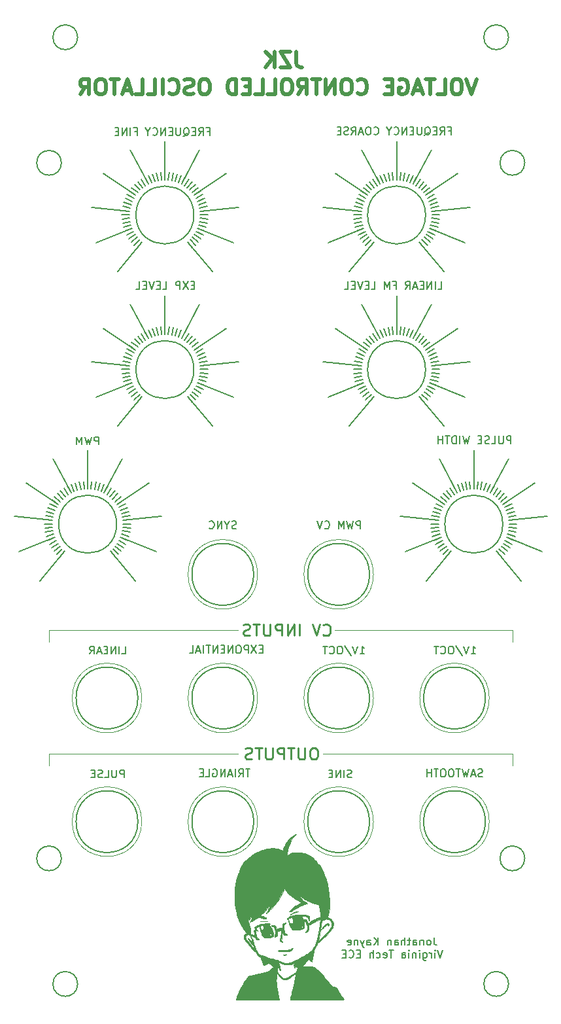
<source format=gbo>
G04 #@! TF.GenerationSoftware,KiCad,Pcbnew,(5.1.0)-1*
G04 #@! TF.CreationDate,2019-05-25T14:28:57-04:00*
G04 #@! TF.ProjectId,VCO_2_RevB_Panel,56434f5f-325f-4526-9576-425f50616e65,rev?*
G04 #@! TF.SameCoordinates,Original*
G04 #@! TF.FileFunction,Legend,Bot*
G04 #@! TF.FilePolarity,Positive*
%FSLAX46Y46*%
G04 Gerber Fmt 4.6, Leading zero omitted, Abs format (unit mm)*
G04 Created by KiCad (PCBNEW (5.1.0)-1) date 2019-05-25 14:28:57*
%MOMM*%
%LPD*%
G04 APERTURE LIST*
%ADD10C,0.120000*%
%ADD11C,0.250000*%
%ADD12C,0.200000*%
%ADD13C,0.150000*%
%ADD14C,0.500000*%
%ADD15C,0.010000*%
G04 APERTURE END LIST*
D10*
X50000000Y-111500000D02*
X50000000Y-113000000D01*
X74500000Y-111500000D02*
X50000000Y-111500000D01*
X85500000Y-111500000D02*
X110000000Y-111500000D01*
X110000000Y-111500000D02*
X110000000Y-113000000D01*
X110000000Y-95500000D02*
X110000000Y-97000000D01*
X87000000Y-95500000D02*
X110000000Y-95500000D01*
X50000000Y-95500000D02*
X50000000Y-97000000D01*
X74500000Y-95500000D02*
X50000000Y-95500000D01*
D11*
X84421428Y-110678571D02*
X84135714Y-110678571D01*
X83992857Y-110750000D01*
X83850000Y-110892857D01*
X83778571Y-111178571D01*
X83778571Y-111678571D01*
X83850000Y-111964285D01*
X83992857Y-112107142D01*
X84135714Y-112178571D01*
X84421428Y-112178571D01*
X84564285Y-112107142D01*
X84707142Y-111964285D01*
X84778571Y-111678571D01*
X84778571Y-111178571D01*
X84707142Y-110892857D01*
X84564285Y-110750000D01*
X84421428Y-110678571D01*
X83135714Y-110678571D02*
X83135714Y-111892857D01*
X83064285Y-112035714D01*
X82992857Y-112107142D01*
X82850000Y-112178571D01*
X82564285Y-112178571D01*
X82421428Y-112107142D01*
X82350000Y-112035714D01*
X82278571Y-111892857D01*
X82278571Y-110678571D01*
X81778571Y-110678571D02*
X80921428Y-110678571D01*
X81350000Y-112178571D02*
X81350000Y-110678571D01*
X80421428Y-112178571D02*
X80421428Y-110678571D01*
X79850000Y-110678571D01*
X79707142Y-110750000D01*
X79635714Y-110821428D01*
X79564285Y-110964285D01*
X79564285Y-111178571D01*
X79635714Y-111321428D01*
X79707142Y-111392857D01*
X79850000Y-111464285D01*
X80421428Y-111464285D01*
X78921428Y-110678571D02*
X78921428Y-111892857D01*
X78850000Y-112035714D01*
X78778571Y-112107142D01*
X78635714Y-112178571D01*
X78350000Y-112178571D01*
X78207142Y-112107142D01*
X78135714Y-112035714D01*
X78064285Y-111892857D01*
X78064285Y-110678571D01*
X77564285Y-110678571D02*
X76707142Y-110678571D01*
X77135714Y-112178571D02*
X77135714Y-110678571D01*
X76278571Y-112107142D02*
X76064285Y-112178571D01*
X75707142Y-112178571D01*
X75564285Y-112107142D01*
X75492857Y-112035714D01*
X75421428Y-111892857D01*
X75421428Y-111750000D01*
X75492857Y-111607142D01*
X75564285Y-111535714D01*
X75707142Y-111464285D01*
X75992857Y-111392857D01*
X76135714Y-111321428D01*
X76207142Y-111250000D01*
X76278571Y-111107142D01*
X76278571Y-110964285D01*
X76207142Y-110821428D01*
X76135714Y-110750000D01*
X75992857Y-110678571D01*
X75635714Y-110678571D01*
X75421428Y-110750000D01*
X85514285Y-96035714D02*
X85585714Y-96107142D01*
X85800000Y-96178571D01*
X85942857Y-96178571D01*
X86157142Y-96107142D01*
X86300000Y-95964285D01*
X86371428Y-95821428D01*
X86442857Y-95535714D01*
X86442857Y-95321428D01*
X86371428Y-95035714D01*
X86300000Y-94892857D01*
X86157142Y-94750000D01*
X85942857Y-94678571D01*
X85800000Y-94678571D01*
X85585714Y-94750000D01*
X85514285Y-94821428D01*
X85085714Y-94678571D02*
X84585714Y-96178571D01*
X84085714Y-94678571D01*
X82442857Y-96178571D02*
X82442857Y-94678571D01*
X81728571Y-96178571D02*
X81728571Y-94678571D01*
X80871428Y-96178571D01*
X80871428Y-94678571D01*
X80157142Y-96178571D02*
X80157142Y-94678571D01*
X79585714Y-94678571D01*
X79442857Y-94750000D01*
X79371428Y-94821428D01*
X79300000Y-94964285D01*
X79300000Y-95178571D01*
X79371428Y-95321428D01*
X79442857Y-95392857D01*
X79585714Y-95464285D01*
X80157142Y-95464285D01*
X78657142Y-94678571D02*
X78657142Y-95892857D01*
X78585714Y-96035714D01*
X78514285Y-96107142D01*
X78371428Y-96178571D01*
X78085714Y-96178571D01*
X77942857Y-96107142D01*
X77871428Y-96035714D01*
X77800000Y-95892857D01*
X77800000Y-94678571D01*
X77300000Y-94678571D02*
X76442857Y-94678571D01*
X76871428Y-96178571D02*
X76871428Y-94678571D01*
X76014285Y-96107142D02*
X75800000Y-96178571D01*
X75442857Y-96178571D01*
X75300000Y-96107142D01*
X75228571Y-96035714D01*
X75157142Y-95892857D01*
X75157142Y-95750000D01*
X75228571Y-95607142D01*
X75300000Y-95535714D01*
X75442857Y-95464285D01*
X75728571Y-95392857D01*
X75871428Y-95321428D01*
X75942857Y-95250000D01*
X76014285Y-95107142D01*
X76014285Y-94964285D01*
X75942857Y-94821428D01*
X75871428Y-94750000D01*
X75728571Y-94678571D01*
X75371428Y-94678571D01*
X75157142Y-94750000D01*
D12*
X108750000Y-81750000D02*
G75*
G03X108750000Y-81750000I-3750000J0D01*
G01*
X61499999Y-120250000D02*
G75*
G03X61499999Y-120250000I-3999999J0D01*
G01*
X76500000Y-120250000D02*
G75*
G03X76500000Y-120250000I-4000000J0D01*
G01*
X91500000Y-120250000D02*
G75*
G03X91500000Y-120250000I-4000000J0D01*
G01*
X98750000Y-41750000D02*
G75*
G03X98750000Y-41750000I-3750000J0D01*
G01*
X68750000Y-61750000D02*
G75*
G03X68750000Y-61750000I-3750000J0D01*
G01*
X98750000Y-61750000D02*
G75*
G03X98750000Y-61750000I-3750000J0D01*
G01*
X58750000Y-81750000D02*
G75*
G03X58750000Y-81750000I-3750000J0D01*
G01*
X106500000Y-104250000D02*
G75*
G03X106500000Y-104250000I-4000000J0D01*
G01*
X76500000Y-88250000D02*
G75*
G03X76500000Y-88250000I-4000000J0D01*
G01*
X91500000Y-88250000D02*
G75*
G03X91500000Y-88250000I-4000000J0D01*
G01*
X106500000Y-120250000D02*
G75*
G03X106500000Y-120250000I-4000000J0D01*
G01*
X61500000Y-104250000D02*
G75*
G03X61500000Y-104250000I-4000000J0D01*
G01*
X76500000Y-104250000D02*
G75*
G03X76500000Y-104250000I-4000000J0D01*
G01*
X91500000Y-104250000D02*
G75*
G03X91500000Y-104250000I-4000000J0D01*
G01*
X68750000Y-41750000D02*
G75*
G03X68750000Y-41750000I-3750000J0D01*
G01*
X51599999Y-35000000D02*
G75*
G03X51599999Y-35000000I-1599999J0D01*
G01*
X51599999Y-125000000D02*
G75*
G03X51599999Y-125000000I-1599999J0D01*
G01*
X53700000Y-141250000D02*
G75*
G03X53700000Y-141250000I-1600000J0D01*
G01*
X53700000Y-18750000D02*
G75*
G03X53700000Y-18750000I-1600000J0D01*
G01*
X109500000Y-18750000D02*
G75*
G03X109500000Y-18750000I-1600000J0D01*
G01*
X109500000Y-141250000D02*
G75*
G03X109500000Y-141250000I-1600000J0D01*
G01*
X111600000Y-125000000D02*
G75*
G03X111600000Y-125000000I-1600000J0D01*
G01*
X111600000Y-35000000D02*
G75*
G03X111600000Y-35000000I-1600000J0D01*
G01*
X100978020Y-79575323D02*
X100098372Y-79099699D01*
X105000000Y-76177743D02*
X105000000Y-72177743D01*
X107146544Y-77712936D02*
X107616016Y-76829989D01*
X107146544Y-77712936D02*
X109493902Y-73298198D01*
X100760677Y-83462797D02*
X99833493Y-83837404D01*
X109547209Y-81272069D02*
X110541731Y-81167540D01*
X100760677Y-83462797D02*
X96124757Y-85335830D01*
X103678472Y-77372889D02*
X103389440Y-76415569D01*
X103257648Y-77522737D02*
X102876577Y-76598191D01*
X107889800Y-78206754D02*
X108521829Y-77431810D01*
X100948049Y-83868308D02*
X100061845Y-84331604D01*
X109051950Y-83868308D02*
X109938154Y-84331604D01*
X108790572Y-79193226D02*
X109619610Y-78634033D01*
X105000000Y-77177743D02*
X105000000Y-76177743D01*
X101778231Y-78505660D02*
X101073597Y-77796089D01*
X101436666Y-84614993D02*
X100657328Y-85241597D01*
X100521130Y-80830620D02*
X99541555Y-80629542D01*
X107938990Y-85252552D02*
X108581777Y-86018596D01*
X109572145Y-81718079D02*
X110572121Y-81711098D01*
X101477015Y-78835533D02*
X100706502Y-78198109D01*
X109491269Y-82606755D02*
X110473556Y-82794136D01*
X109547209Y-81272069D02*
X114519819Y-80749426D01*
X102469751Y-77941670D02*
X101916360Y-77108748D01*
X100785004Y-79978179D02*
X99863141Y-79590663D01*
X106742351Y-77522737D02*
X107123422Y-76598191D01*
X108790572Y-79193226D02*
X112935760Y-76397261D01*
X100446560Y-82164395D02*
X99450676Y-82255028D01*
X109239322Y-83462797D02*
X110166506Y-83837404D01*
X108522984Y-78835533D02*
X109293497Y-78198109D01*
X100508730Y-82606755D02*
X99526443Y-82794136D01*
X101174098Y-84253599D02*
X100337334Y-84801162D01*
X108266752Y-84949040D02*
X108981225Y-85648703D01*
X105446174Y-77199564D02*
X105543756Y-76204337D01*
X100632221Y-80397946D02*
X99676943Y-80102238D01*
X108563333Y-84614993D02*
X109342671Y-85241597D01*
X109021979Y-79575323D02*
X109901627Y-79099699D01*
X106321527Y-77372889D02*
X106610559Y-76415569D01*
X102853455Y-77712936D02*
X100506097Y-73298198D01*
X102061009Y-85252552D02*
X98847071Y-89082774D01*
X100427854Y-81718079D02*
X99427878Y-81711098D01*
X101733247Y-84949040D02*
X101018774Y-85648703D01*
X109553439Y-82164395D02*
X110549323Y-82255028D01*
X100452790Y-81272069D02*
X95480180Y-80749426D01*
X102110199Y-78206754D02*
X101478170Y-77431810D01*
X102061009Y-85252552D02*
X101418222Y-86018596D01*
X109214995Y-79978179D02*
X110136858Y-79590663D01*
X109239322Y-83462797D02*
X113875242Y-85335830D01*
X100613770Y-83040937D02*
X99654456Y-83323279D01*
X109386229Y-83040937D02*
X110345543Y-83323279D01*
X107938990Y-85252552D02*
X111152928Y-89082774D01*
X104553825Y-77199564D02*
X104456243Y-76204337D01*
X104111910Y-77264820D02*
X103917676Y-76283865D01*
X108221768Y-78505660D02*
X108926402Y-77796089D01*
X105000000Y-77177743D02*
X105000000Y-76177743D01*
X101209427Y-79193226D02*
X100380389Y-78634033D01*
X108825901Y-84253599D02*
X109662665Y-84801162D01*
X109478869Y-80830620D02*
X110458444Y-80629542D01*
X109367778Y-80397946D02*
X110323056Y-80102238D01*
X101209427Y-79193226D02*
X97064239Y-76397261D01*
X102853455Y-77712936D02*
X102383983Y-76829989D01*
X100452790Y-81272069D02*
X99458268Y-81167540D01*
X107530248Y-77941670D02*
X108083639Y-77108748D01*
X105888089Y-77264820D02*
X106082323Y-76283865D01*
X50978020Y-79575323D02*
X50098372Y-79099699D01*
X55000000Y-76177743D02*
X55000000Y-72177743D01*
X57146544Y-77712936D02*
X57616016Y-76829989D01*
X57146544Y-77712936D02*
X59493902Y-73298198D01*
X50760677Y-83462797D02*
X49833493Y-83837404D01*
X59547209Y-81272069D02*
X60541731Y-81167540D01*
X50760677Y-83462797D02*
X46124757Y-85335830D01*
X53678472Y-77372889D02*
X53389440Y-76415569D01*
X53257648Y-77522737D02*
X52876577Y-76598191D01*
X57889800Y-78206754D02*
X58521829Y-77431810D01*
X50948049Y-83868308D02*
X50061845Y-84331604D01*
X59051950Y-83868308D02*
X59938154Y-84331604D01*
X58790572Y-79193226D02*
X59619610Y-78634033D01*
X55000000Y-77177743D02*
X55000000Y-76177743D01*
X51778231Y-78505660D02*
X51073597Y-77796089D01*
X51436666Y-84614993D02*
X50657328Y-85241597D01*
X50521130Y-80830620D02*
X49541555Y-80629542D01*
X57938990Y-85252552D02*
X58581777Y-86018596D01*
X59572145Y-81718079D02*
X60572121Y-81711098D01*
X51477015Y-78835533D02*
X50706502Y-78198109D01*
X59491269Y-82606755D02*
X60473556Y-82794136D01*
X59547209Y-81272069D02*
X64519819Y-80749426D01*
X52469751Y-77941670D02*
X51916360Y-77108748D01*
X50785004Y-79978179D02*
X49863141Y-79590663D01*
X56742351Y-77522737D02*
X57123422Y-76598191D01*
X58790572Y-79193226D02*
X62935760Y-76397261D01*
X50446560Y-82164395D02*
X49450676Y-82255028D01*
X59239322Y-83462797D02*
X60166506Y-83837404D01*
X58522984Y-78835533D02*
X59293497Y-78198109D01*
X50508730Y-82606755D02*
X49526443Y-82794136D01*
X51174098Y-84253599D02*
X50337334Y-84801162D01*
X58266752Y-84949040D02*
X58981225Y-85648703D01*
X55446174Y-77199564D02*
X55543756Y-76204337D01*
X50632221Y-80397946D02*
X49676943Y-80102238D01*
X58563333Y-84614993D02*
X59342671Y-85241597D01*
X59021979Y-79575323D02*
X59901627Y-79099699D01*
X56321527Y-77372889D02*
X56610559Y-76415569D01*
X52853455Y-77712936D02*
X50506097Y-73298198D01*
X52061009Y-85252552D02*
X48847071Y-89082774D01*
X50427854Y-81718079D02*
X49427878Y-81711098D01*
X51733247Y-84949040D02*
X51018774Y-85648703D01*
X59553439Y-82164395D02*
X60549323Y-82255028D01*
X50452790Y-81272069D02*
X45480180Y-80749426D01*
X52110199Y-78206754D02*
X51478170Y-77431810D01*
X52061009Y-85252552D02*
X51418222Y-86018596D01*
X59214995Y-79978179D02*
X60136858Y-79590663D01*
X59239322Y-83462797D02*
X63875242Y-85335830D01*
X50613770Y-83040937D02*
X49654456Y-83323279D01*
X59386229Y-83040937D02*
X60345543Y-83323279D01*
X57938990Y-85252552D02*
X61152928Y-89082774D01*
X54553825Y-77199564D02*
X54456243Y-76204337D01*
X54111910Y-77264820D02*
X53917676Y-76283865D01*
X58221768Y-78505660D02*
X58926402Y-77796089D01*
X55000000Y-77177743D02*
X55000000Y-76177743D01*
X51209427Y-79193226D02*
X50380389Y-78634033D01*
X58825901Y-84253599D02*
X59662665Y-84801162D01*
X59478869Y-80830620D02*
X60458444Y-80629542D01*
X59367778Y-80397946D02*
X60323056Y-80102238D01*
X51209427Y-79193226D02*
X47064239Y-76397261D01*
X52853455Y-77712936D02*
X52383983Y-76829989D01*
X50452790Y-81272069D02*
X49458268Y-81167540D01*
X57530248Y-77941670D02*
X58083639Y-77108748D01*
X55888089Y-77264820D02*
X56082323Y-76283865D01*
X90978020Y-59575323D02*
X90098372Y-59099699D01*
X95000000Y-56177743D02*
X95000000Y-52177743D01*
X97146544Y-57712936D02*
X97616016Y-56829989D01*
X97146544Y-57712936D02*
X99493902Y-53298198D01*
X90760677Y-63462797D02*
X89833493Y-63837404D01*
X99547209Y-61272069D02*
X100541731Y-61167540D01*
X90760677Y-63462797D02*
X86124757Y-65335830D01*
X93678472Y-57372889D02*
X93389440Y-56415569D01*
X93257648Y-57522737D02*
X92876577Y-56598191D01*
X97889800Y-58206754D02*
X98521829Y-57431810D01*
X90948049Y-63868308D02*
X90061845Y-64331604D01*
X99051950Y-63868308D02*
X99938154Y-64331604D01*
X98790572Y-59193226D02*
X99619610Y-58634033D01*
X95000000Y-57177743D02*
X95000000Y-56177743D01*
X91778231Y-58505660D02*
X91073597Y-57796089D01*
X91436666Y-64614993D02*
X90657328Y-65241597D01*
X90521130Y-60830620D02*
X89541555Y-60629542D01*
X97938990Y-65252552D02*
X98581777Y-66018596D01*
X99572145Y-61718079D02*
X100572121Y-61711098D01*
X91477015Y-58835533D02*
X90706502Y-58198109D01*
X99491269Y-62606755D02*
X100473556Y-62794136D01*
X99547209Y-61272069D02*
X104519819Y-60749426D01*
X92469751Y-57941670D02*
X91916360Y-57108748D01*
X90785004Y-59978179D02*
X89863141Y-59590663D01*
X96742351Y-57522737D02*
X97123422Y-56598191D01*
X98790572Y-59193226D02*
X102935760Y-56397261D01*
X90446560Y-62164395D02*
X89450676Y-62255028D01*
X99239322Y-63462797D02*
X100166506Y-63837404D01*
X98522984Y-58835533D02*
X99293497Y-58198109D01*
X90508730Y-62606755D02*
X89526443Y-62794136D01*
X91174098Y-64253599D02*
X90337334Y-64801162D01*
X98266752Y-64949040D02*
X98981225Y-65648703D01*
X95446174Y-57199564D02*
X95543756Y-56204337D01*
X90632221Y-60397946D02*
X89676943Y-60102238D01*
X98563333Y-64614993D02*
X99342671Y-65241597D01*
X99021979Y-59575323D02*
X99901627Y-59099699D01*
X96321527Y-57372889D02*
X96610559Y-56415569D01*
X92853455Y-57712936D02*
X90506097Y-53298198D01*
X92061009Y-65252552D02*
X88847071Y-69082774D01*
X90427854Y-61718079D02*
X89427878Y-61711098D01*
X91733247Y-64949040D02*
X91018774Y-65648703D01*
X99553439Y-62164395D02*
X100549323Y-62255028D01*
X90452790Y-61272069D02*
X85480180Y-60749426D01*
X92110199Y-58206754D02*
X91478170Y-57431810D01*
X92061009Y-65252552D02*
X91418222Y-66018596D01*
X99214995Y-59978179D02*
X100136858Y-59590663D01*
X99239322Y-63462797D02*
X103875242Y-65335830D01*
X90613770Y-63040937D02*
X89654456Y-63323279D01*
X99386229Y-63040937D02*
X100345543Y-63323279D01*
X97938990Y-65252552D02*
X101152928Y-69082774D01*
X94553825Y-57199564D02*
X94456243Y-56204337D01*
X94111910Y-57264820D02*
X93917676Y-56283865D01*
X98221768Y-58505660D02*
X98926402Y-57796089D01*
X95000000Y-57177743D02*
X95000000Y-56177743D01*
X91209427Y-59193226D02*
X90380389Y-58634033D01*
X98825901Y-64253599D02*
X99662665Y-64801162D01*
X99478869Y-60830620D02*
X100458444Y-60629542D01*
X99367778Y-60397946D02*
X100323056Y-60102238D01*
X91209427Y-59193226D02*
X87064239Y-56397261D01*
X92853455Y-57712936D02*
X92383983Y-56829989D01*
X90452790Y-61272069D02*
X89458268Y-61167540D01*
X97530248Y-57941670D02*
X98083639Y-57108748D01*
X95888089Y-57264820D02*
X96082323Y-56283865D01*
X90978020Y-39575323D02*
X90098372Y-39099699D01*
X95000000Y-36177743D02*
X95000000Y-32177743D01*
X97146544Y-37712936D02*
X97616016Y-36829989D01*
X97146544Y-37712936D02*
X99493902Y-33298198D01*
X90760677Y-43462797D02*
X89833493Y-43837404D01*
X99547209Y-41272069D02*
X100541731Y-41167540D01*
X90760677Y-43462797D02*
X86124757Y-45335830D01*
X93678472Y-37372889D02*
X93389440Y-36415569D01*
X93257648Y-37522737D02*
X92876577Y-36598191D01*
X97889800Y-38206754D02*
X98521829Y-37431810D01*
X90948049Y-43868308D02*
X90061845Y-44331604D01*
X99051950Y-43868308D02*
X99938154Y-44331604D01*
X98790572Y-39193226D02*
X99619610Y-38634033D01*
X95000000Y-37177743D02*
X95000000Y-36177743D01*
X91778231Y-38505660D02*
X91073597Y-37796089D01*
X91436666Y-44614993D02*
X90657328Y-45241597D01*
X90521130Y-40830620D02*
X89541555Y-40629542D01*
X97938990Y-45252552D02*
X98581777Y-46018596D01*
X99572145Y-41718079D02*
X100572121Y-41711098D01*
X91477015Y-38835533D02*
X90706502Y-38198109D01*
X99491269Y-42606755D02*
X100473556Y-42794136D01*
X99547209Y-41272069D02*
X104519819Y-40749426D01*
X92469751Y-37941670D02*
X91916360Y-37108748D01*
X90785004Y-39978179D02*
X89863141Y-39590663D01*
X96742351Y-37522737D02*
X97123422Y-36598191D01*
X98790572Y-39193226D02*
X102935760Y-36397261D01*
X90446560Y-42164395D02*
X89450676Y-42255028D01*
X99239322Y-43462797D02*
X100166506Y-43837404D01*
X98522984Y-38835533D02*
X99293497Y-38198109D01*
X90508730Y-42606755D02*
X89526443Y-42794136D01*
X91174098Y-44253599D02*
X90337334Y-44801162D01*
X98266752Y-44949040D02*
X98981225Y-45648703D01*
X95446174Y-37199564D02*
X95543756Y-36204337D01*
X90632221Y-40397946D02*
X89676943Y-40102238D01*
X98563333Y-44614993D02*
X99342671Y-45241597D01*
X99021979Y-39575323D02*
X99901627Y-39099699D01*
X96321527Y-37372889D02*
X96610559Y-36415569D01*
X92853455Y-37712936D02*
X90506097Y-33298198D01*
X92061009Y-45252552D02*
X88847071Y-49082774D01*
X90427854Y-41718079D02*
X89427878Y-41711098D01*
X91733247Y-44949040D02*
X91018774Y-45648703D01*
X99553439Y-42164395D02*
X100549323Y-42255028D01*
X90452790Y-41272069D02*
X85480180Y-40749426D01*
X92110199Y-38206754D02*
X91478170Y-37431810D01*
X92061009Y-45252552D02*
X91418222Y-46018596D01*
X99214995Y-39978179D02*
X100136858Y-39590663D01*
X99239322Y-43462797D02*
X103875242Y-45335830D01*
X90613770Y-43040937D02*
X89654456Y-43323279D01*
X99386229Y-43040937D02*
X100345543Y-43323279D01*
X97938990Y-45252552D02*
X101152928Y-49082774D01*
X94553825Y-37199564D02*
X94456243Y-36204337D01*
X94111910Y-37264820D02*
X93917676Y-36283865D01*
X98221768Y-38505660D02*
X98926402Y-37796089D01*
X95000000Y-37177743D02*
X95000000Y-36177743D01*
X91209427Y-39193226D02*
X90380389Y-38634033D01*
X98825901Y-44253599D02*
X99662665Y-44801162D01*
X99478869Y-40830620D02*
X100458444Y-40629542D01*
X99367778Y-40397946D02*
X100323056Y-40102238D01*
X91209427Y-39193226D02*
X87064239Y-36397261D01*
X92853455Y-37712936D02*
X92383983Y-36829989D01*
X90452790Y-41272069D02*
X89458268Y-41167540D01*
X97530248Y-37941670D02*
X98083639Y-37108748D01*
X95888089Y-37264820D02*
X96082323Y-36283865D01*
X60978020Y-59575323D02*
X60098372Y-59099699D01*
X65000000Y-56177743D02*
X65000000Y-52177743D01*
X67146544Y-57712936D02*
X67616016Y-56829989D01*
X67146544Y-57712936D02*
X69493902Y-53298198D01*
X60760677Y-63462797D02*
X59833493Y-63837404D01*
X69547209Y-61272069D02*
X70541731Y-61167540D01*
X60760677Y-63462797D02*
X56124757Y-65335830D01*
X63678472Y-57372889D02*
X63389440Y-56415569D01*
X63257648Y-57522737D02*
X62876577Y-56598191D01*
X67889800Y-58206754D02*
X68521829Y-57431810D01*
X60948049Y-63868308D02*
X60061845Y-64331604D01*
X69051950Y-63868308D02*
X69938154Y-64331604D01*
X68790572Y-59193226D02*
X69619610Y-58634033D01*
X65000000Y-57177743D02*
X65000000Y-56177743D01*
X61778231Y-58505660D02*
X61073597Y-57796089D01*
X61436666Y-64614993D02*
X60657328Y-65241597D01*
X60521130Y-60830620D02*
X59541555Y-60629542D01*
X67938990Y-65252552D02*
X68581777Y-66018596D01*
X69572145Y-61718079D02*
X70572121Y-61711098D01*
X61477015Y-58835533D02*
X60706502Y-58198109D01*
X69491269Y-62606755D02*
X70473556Y-62794136D01*
X69547209Y-61272069D02*
X74519819Y-60749426D01*
X62469751Y-57941670D02*
X61916360Y-57108748D01*
X60785004Y-59978179D02*
X59863141Y-59590663D01*
X66742351Y-57522737D02*
X67123422Y-56598191D01*
X68790572Y-59193226D02*
X72935760Y-56397261D01*
X60446560Y-62164395D02*
X59450676Y-62255028D01*
X69239322Y-63462797D02*
X70166506Y-63837404D01*
X68522984Y-58835533D02*
X69293497Y-58198109D01*
X60508730Y-62606755D02*
X59526443Y-62794136D01*
X61174098Y-64253599D02*
X60337334Y-64801162D01*
X68266752Y-64949040D02*
X68981225Y-65648703D01*
X65446174Y-57199564D02*
X65543756Y-56204337D01*
X60632221Y-60397946D02*
X59676943Y-60102238D01*
X68563333Y-64614993D02*
X69342671Y-65241597D01*
X69021979Y-59575323D02*
X69901627Y-59099699D01*
X66321527Y-57372889D02*
X66610559Y-56415569D01*
X62853455Y-57712936D02*
X60506097Y-53298198D01*
X62061009Y-65252552D02*
X58847071Y-69082774D01*
X60427854Y-61718079D02*
X59427878Y-61711098D01*
X61733247Y-64949040D02*
X61018774Y-65648703D01*
X69553439Y-62164395D02*
X70549323Y-62255028D01*
X60452790Y-61272069D02*
X55480180Y-60749426D01*
X62110199Y-58206754D02*
X61478170Y-57431810D01*
X62061009Y-65252552D02*
X61418222Y-66018596D01*
X69214995Y-59978179D02*
X70136858Y-59590663D01*
X69239322Y-63462797D02*
X73875242Y-65335830D01*
X60613770Y-63040937D02*
X59654456Y-63323279D01*
X69386229Y-63040937D02*
X70345543Y-63323279D01*
X67938990Y-65252552D02*
X71152928Y-69082774D01*
X64553825Y-57199564D02*
X64456243Y-56204337D01*
X64111910Y-57264820D02*
X63917676Y-56283865D01*
X68221768Y-58505660D02*
X68926402Y-57796089D01*
X65000000Y-57177743D02*
X65000000Y-56177743D01*
X61209427Y-59193226D02*
X60380389Y-58634033D01*
X68825901Y-64253599D02*
X69662665Y-64801162D01*
X69478869Y-60830620D02*
X70458444Y-60629542D01*
X69367778Y-60397946D02*
X70323056Y-60102238D01*
X61209427Y-59193226D02*
X57064239Y-56397261D01*
X62853455Y-57712936D02*
X62383983Y-56829989D01*
X60452790Y-61272069D02*
X59458268Y-61167540D01*
X67530248Y-57941670D02*
X68083639Y-57108748D01*
X65888089Y-57264820D02*
X66082323Y-56283865D01*
X62853455Y-37712936D02*
X60506097Y-33298198D01*
X61209427Y-39193226D02*
X57064239Y-36397261D01*
X60452790Y-41272069D02*
X55480180Y-40749426D01*
X60760677Y-43462797D02*
X56124757Y-45335830D01*
X62061009Y-45252552D02*
X58847071Y-49082774D01*
X64553825Y-37199564D02*
X64456243Y-36204337D01*
X64111910Y-37264820D02*
X63917676Y-36283865D01*
X63678472Y-37372889D02*
X63389440Y-36415569D01*
X63257648Y-37522737D02*
X62876577Y-36598191D01*
X62853455Y-37712936D02*
X62383983Y-36829989D01*
X62469751Y-37941670D02*
X61916360Y-37108748D01*
X62110199Y-38206754D02*
X61478170Y-37431810D01*
X61778231Y-38505660D02*
X61073597Y-37796089D01*
X61477015Y-38835533D02*
X60706502Y-38198109D01*
X61209427Y-39193226D02*
X60380389Y-38634033D01*
X60978020Y-39575323D02*
X60098372Y-39099699D01*
X60785004Y-39978179D02*
X59863141Y-39590663D01*
X60632221Y-40397946D02*
X59676943Y-40102238D01*
X60521130Y-40830620D02*
X59541555Y-40629542D01*
X60452790Y-41272069D02*
X59458268Y-41167540D01*
X60427854Y-41718079D02*
X59427878Y-41711098D01*
X60446560Y-42164395D02*
X59450676Y-42255028D01*
X60508730Y-42606755D02*
X59526443Y-42794136D01*
X60613770Y-43040937D02*
X59654456Y-43323279D01*
X60760677Y-43462797D02*
X59833493Y-43837404D01*
X60948049Y-43868308D02*
X60061845Y-44331604D01*
X61174098Y-44253599D02*
X60337334Y-44801162D01*
X61436666Y-44614993D02*
X60657328Y-45241597D01*
X61733247Y-44949040D02*
X61018774Y-45648703D01*
X62061009Y-45252552D02*
X61418222Y-46018596D01*
X65000000Y-36177743D02*
X65000000Y-32177743D01*
X67938990Y-45252552D02*
X68581777Y-46018596D01*
X68266752Y-44949040D02*
X68981225Y-45648703D01*
X68563333Y-44614993D02*
X69342671Y-45241597D01*
X68825901Y-44253599D02*
X69662665Y-44801162D01*
X69051950Y-43868308D02*
X69938154Y-44331604D01*
X69239322Y-43462797D02*
X70166506Y-43837404D01*
X69386229Y-43040937D02*
X70345543Y-43323279D01*
X69491269Y-42606755D02*
X70473556Y-42794136D01*
X69553439Y-42164395D02*
X70549323Y-42255028D01*
X69572145Y-41718079D02*
X70572121Y-41711098D01*
X69547209Y-41272069D02*
X70541731Y-41167540D01*
X69478869Y-40830620D02*
X70458444Y-40629542D01*
X69367778Y-40397946D02*
X70323056Y-40102238D01*
X69214995Y-39978179D02*
X70136858Y-39590663D01*
X69021979Y-39575323D02*
X69901627Y-39099699D01*
X68790572Y-39193226D02*
X69619610Y-38634033D01*
X68522984Y-38835533D02*
X69293497Y-38198109D01*
X68221768Y-38505660D02*
X68926402Y-37796089D01*
X67889800Y-38206754D02*
X68521829Y-37431810D01*
X67530248Y-37941670D02*
X68083639Y-37108748D01*
X67146544Y-37712936D02*
X67616016Y-36829989D01*
X66742351Y-37522737D02*
X67123422Y-36598191D01*
X66321527Y-37372889D02*
X66610559Y-36415569D01*
X65888089Y-37264820D02*
X66082323Y-36283865D01*
X65446174Y-37199564D02*
X65543756Y-36204337D01*
X65000000Y-37177743D02*
X65000000Y-36177743D01*
X67938990Y-45252552D02*
X71152928Y-49082774D01*
X69239322Y-43462797D02*
X73875242Y-45335830D01*
X69547209Y-41272069D02*
X74519819Y-40749426D01*
X68790572Y-39193226D02*
X72935760Y-36397261D01*
X67146544Y-37712936D02*
X69493902Y-33298198D01*
X65000000Y-37177743D02*
X65000000Y-36177743D01*
X108750000Y-81750000D02*
G75*
G03X108750000Y-81750000I-3750000J0D01*
G01*
X58750000Y-81750000D02*
G75*
G03X58750000Y-81750000I-3750000J0D01*
G01*
X98750000Y-41750000D02*
G75*
G03X98750000Y-41750000I-3750000J0D01*
G01*
X98750000Y-61750000D02*
G75*
G03X98750000Y-61750000I-3750000J0D01*
G01*
X68750000Y-61750000D02*
G75*
G03X68750000Y-61750000I-3750000J0D01*
G01*
D13*
X99852380Y-135227380D02*
X99852380Y-135941666D01*
X99900000Y-136084523D01*
X99995238Y-136179761D01*
X100138095Y-136227380D01*
X100233333Y-136227380D01*
X99233333Y-136227380D02*
X99328571Y-136179761D01*
X99376190Y-136132142D01*
X99423809Y-136036904D01*
X99423809Y-135751190D01*
X99376190Y-135655952D01*
X99328571Y-135608333D01*
X99233333Y-135560714D01*
X99090476Y-135560714D01*
X98995238Y-135608333D01*
X98947619Y-135655952D01*
X98900000Y-135751190D01*
X98900000Y-136036904D01*
X98947619Y-136132142D01*
X98995238Y-136179761D01*
X99090476Y-136227380D01*
X99233333Y-136227380D01*
X98471428Y-135560714D02*
X98471428Y-136227380D01*
X98471428Y-135655952D02*
X98423809Y-135608333D01*
X98328571Y-135560714D01*
X98185714Y-135560714D01*
X98090476Y-135608333D01*
X98042857Y-135703571D01*
X98042857Y-136227380D01*
X97138095Y-136227380D02*
X97138095Y-135703571D01*
X97185714Y-135608333D01*
X97280952Y-135560714D01*
X97471428Y-135560714D01*
X97566666Y-135608333D01*
X97138095Y-136179761D02*
X97233333Y-136227380D01*
X97471428Y-136227380D01*
X97566666Y-136179761D01*
X97614285Y-136084523D01*
X97614285Y-135989285D01*
X97566666Y-135894047D01*
X97471428Y-135846428D01*
X97233333Y-135846428D01*
X97138095Y-135798809D01*
X96804761Y-135560714D02*
X96423809Y-135560714D01*
X96661904Y-135227380D02*
X96661904Y-136084523D01*
X96614285Y-136179761D01*
X96519047Y-136227380D01*
X96423809Y-136227380D01*
X96090476Y-136227380D02*
X96090476Y-135227380D01*
X95661904Y-136227380D02*
X95661904Y-135703571D01*
X95709523Y-135608333D01*
X95804761Y-135560714D01*
X95947619Y-135560714D01*
X96042857Y-135608333D01*
X96090476Y-135655952D01*
X94757142Y-136227380D02*
X94757142Y-135703571D01*
X94804761Y-135608333D01*
X94900000Y-135560714D01*
X95090476Y-135560714D01*
X95185714Y-135608333D01*
X94757142Y-136179761D02*
X94852380Y-136227380D01*
X95090476Y-136227380D01*
X95185714Y-136179761D01*
X95233333Y-136084523D01*
X95233333Y-135989285D01*
X95185714Y-135894047D01*
X95090476Y-135846428D01*
X94852380Y-135846428D01*
X94757142Y-135798809D01*
X94280952Y-135560714D02*
X94280952Y-136227380D01*
X94280952Y-135655952D02*
X94233333Y-135608333D01*
X94138095Y-135560714D01*
X93995238Y-135560714D01*
X93900000Y-135608333D01*
X93852380Y-135703571D01*
X93852380Y-136227380D01*
X92614285Y-136227380D02*
X92614285Y-135227380D01*
X92042857Y-136227380D02*
X92471428Y-135655952D01*
X92042857Y-135227380D02*
X92614285Y-135798809D01*
X91185714Y-136227380D02*
X91185714Y-135703571D01*
X91233333Y-135608333D01*
X91328571Y-135560714D01*
X91519047Y-135560714D01*
X91614285Y-135608333D01*
X91185714Y-136179761D02*
X91280952Y-136227380D01*
X91519047Y-136227380D01*
X91614285Y-136179761D01*
X91661904Y-136084523D01*
X91661904Y-135989285D01*
X91614285Y-135894047D01*
X91519047Y-135846428D01*
X91280952Y-135846428D01*
X91185714Y-135798809D01*
X90804761Y-135560714D02*
X90566666Y-136227380D01*
X90328571Y-135560714D02*
X90566666Y-136227380D01*
X90661904Y-136465476D01*
X90709523Y-136513095D01*
X90804761Y-136560714D01*
X89947619Y-135560714D02*
X89947619Y-136227380D01*
X89947619Y-135655952D02*
X89900000Y-135608333D01*
X89804761Y-135560714D01*
X89661904Y-135560714D01*
X89566666Y-135608333D01*
X89519047Y-135703571D01*
X89519047Y-136227380D01*
X88661904Y-136179761D02*
X88757142Y-136227380D01*
X88947619Y-136227380D01*
X89042857Y-136179761D01*
X89090476Y-136084523D01*
X89090476Y-135703571D01*
X89042857Y-135608333D01*
X88947619Y-135560714D01*
X88757142Y-135560714D01*
X88661904Y-135608333D01*
X88614285Y-135703571D01*
X88614285Y-135798809D01*
X89090476Y-135894047D01*
X100971428Y-136877380D02*
X100638095Y-137877380D01*
X100304761Y-136877380D01*
X99971428Y-137877380D02*
X99971428Y-137210714D01*
X99971428Y-136877380D02*
X100019047Y-136925000D01*
X99971428Y-136972619D01*
X99923809Y-136925000D01*
X99971428Y-136877380D01*
X99971428Y-136972619D01*
X99495238Y-137877380D02*
X99495238Y-137210714D01*
X99495238Y-137401190D02*
X99447619Y-137305952D01*
X99400000Y-137258333D01*
X99304761Y-137210714D01*
X99209523Y-137210714D01*
X98447619Y-137210714D02*
X98447619Y-138020238D01*
X98495238Y-138115476D01*
X98542857Y-138163095D01*
X98638095Y-138210714D01*
X98780952Y-138210714D01*
X98876190Y-138163095D01*
X98447619Y-137829761D02*
X98542857Y-137877380D01*
X98733333Y-137877380D01*
X98828571Y-137829761D01*
X98876190Y-137782142D01*
X98923809Y-137686904D01*
X98923809Y-137401190D01*
X98876190Y-137305952D01*
X98828571Y-137258333D01*
X98733333Y-137210714D01*
X98542857Y-137210714D01*
X98447619Y-137258333D01*
X97971428Y-137877380D02*
X97971428Y-137210714D01*
X97971428Y-136877380D02*
X98019047Y-136925000D01*
X97971428Y-136972619D01*
X97923809Y-136925000D01*
X97971428Y-136877380D01*
X97971428Y-136972619D01*
X97495238Y-137210714D02*
X97495238Y-137877380D01*
X97495238Y-137305952D02*
X97447619Y-137258333D01*
X97352380Y-137210714D01*
X97209523Y-137210714D01*
X97114285Y-137258333D01*
X97066666Y-137353571D01*
X97066666Y-137877380D01*
X96590476Y-137877380D02*
X96590476Y-137210714D01*
X96590476Y-136877380D02*
X96638095Y-136925000D01*
X96590476Y-136972619D01*
X96542857Y-136925000D01*
X96590476Y-136877380D01*
X96590476Y-136972619D01*
X95685714Y-137877380D02*
X95685714Y-137353571D01*
X95733333Y-137258333D01*
X95828571Y-137210714D01*
X96019047Y-137210714D01*
X96114285Y-137258333D01*
X95685714Y-137829761D02*
X95780952Y-137877380D01*
X96019047Y-137877380D01*
X96114285Y-137829761D01*
X96161904Y-137734523D01*
X96161904Y-137639285D01*
X96114285Y-137544047D01*
X96019047Y-137496428D01*
X95780952Y-137496428D01*
X95685714Y-137448809D01*
X94590476Y-136877380D02*
X94019047Y-136877380D01*
X94304761Y-137877380D02*
X94304761Y-136877380D01*
X93304761Y-137829761D02*
X93400000Y-137877380D01*
X93590476Y-137877380D01*
X93685714Y-137829761D01*
X93733333Y-137734523D01*
X93733333Y-137353571D01*
X93685714Y-137258333D01*
X93590476Y-137210714D01*
X93400000Y-137210714D01*
X93304761Y-137258333D01*
X93257142Y-137353571D01*
X93257142Y-137448809D01*
X93733333Y-137544047D01*
X92400000Y-137829761D02*
X92495238Y-137877380D01*
X92685714Y-137877380D01*
X92780952Y-137829761D01*
X92828571Y-137782142D01*
X92876190Y-137686904D01*
X92876190Y-137401190D01*
X92828571Y-137305952D01*
X92780952Y-137258333D01*
X92685714Y-137210714D01*
X92495238Y-137210714D01*
X92400000Y-137258333D01*
X91971428Y-137877380D02*
X91971428Y-136877380D01*
X91542857Y-137877380D02*
X91542857Y-137353571D01*
X91590476Y-137258333D01*
X91685714Y-137210714D01*
X91828571Y-137210714D01*
X91923809Y-137258333D01*
X91971428Y-137305952D01*
X90304761Y-137353571D02*
X89971428Y-137353571D01*
X89828571Y-137877380D02*
X90304761Y-137877380D01*
X90304761Y-136877380D01*
X89828571Y-136877380D01*
X88828571Y-137782142D02*
X88876190Y-137829761D01*
X89019047Y-137877380D01*
X89114285Y-137877380D01*
X89257142Y-137829761D01*
X89352380Y-137734523D01*
X89400000Y-137639285D01*
X89447619Y-137448809D01*
X89447619Y-137305952D01*
X89400000Y-137115476D01*
X89352380Y-137020238D01*
X89257142Y-136925000D01*
X89114285Y-136877380D01*
X89019047Y-136877380D01*
X88876190Y-136925000D01*
X88828571Y-136972619D01*
X88400000Y-137353571D02*
X88066666Y-137353571D01*
X87923809Y-137877380D02*
X88400000Y-137877380D01*
X88400000Y-136877380D01*
X87923809Y-136877380D01*
D14*
X82028571Y-20654761D02*
X82028571Y-22083333D01*
X82123809Y-22369047D01*
X82314285Y-22559523D01*
X82600000Y-22654761D01*
X82790476Y-22654761D01*
X81266666Y-20654761D02*
X79933333Y-20654761D01*
X81266666Y-22654761D01*
X79933333Y-22654761D01*
X79171428Y-22654761D02*
X79171428Y-20654761D01*
X78028571Y-22654761D02*
X78885714Y-21511904D01*
X78028571Y-20654761D02*
X79171428Y-21797619D01*
X105361904Y-24154761D02*
X104695238Y-26154761D01*
X104028571Y-24154761D01*
X102980952Y-24154761D02*
X102600000Y-24154761D01*
X102409523Y-24250000D01*
X102219047Y-24440476D01*
X102123809Y-24821428D01*
X102123809Y-25488095D01*
X102219047Y-25869047D01*
X102409523Y-26059523D01*
X102600000Y-26154761D01*
X102980952Y-26154761D01*
X103171428Y-26059523D01*
X103361904Y-25869047D01*
X103457142Y-25488095D01*
X103457142Y-24821428D01*
X103361904Y-24440476D01*
X103171428Y-24250000D01*
X102980952Y-24154761D01*
X100314285Y-26154761D02*
X101266666Y-26154761D01*
X101266666Y-24154761D01*
X99933333Y-24154761D02*
X98790476Y-24154761D01*
X99361904Y-26154761D02*
X99361904Y-24154761D01*
X98219047Y-25583333D02*
X97266666Y-25583333D01*
X98409523Y-26154761D02*
X97742857Y-24154761D01*
X97076190Y-26154761D01*
X95361904Y-24250000D02*
X95552380Y-24154761D01*
X95838095Y-24154761D01*
X96123809Y-24250000D01*
X96314285Y-24440476D01*
X96409523Y-24630952D01*
X96504761Y-25011904D01*
X96504761Y-25297619D01*
X96409523Y-25678571D01*
X96314285Y-25869047D01*
X96123809Y-26059523D01*
X95838095Y-26154761D01*
X95647619Y-26154761D01*
X95361904Y-26059523D01*
X95266666Y-25964285D01*
X95266666Y-25297619D01*
X95647619Y-25297619D01*
X94409523Y-25107142D02*
X93742857Y-25107142D01*
X93457142Y-26154761D02*
X94409523Y-26154761D01*
X94409523Y-24154761D01*
X93457142Y-24154761D01*
X89933333Y-25964285D02*
X90028571Y-26059523D01*
X90314285Y-26154761D01*
X90504761Y-26154761D01*
X90790476Y-26059523D01*
X90980952Y-25869047D01*
X91076190Y-25678571D01*
X91171428Y-25297619D01*
X91171428Y-25011904D01*
X91076190Y-24630952D01*
X90980952Y-24440476D01*
X90790476Y-24250000D01*
X90504761Y-24154761D01*
X90314285Y-24154761D01*
X90028571Y-24250000D01*
X89933333Y-24345238D01*
X88695238Y-24154761D02*
X88314285Y-24154761D01*
X88123809Y-24250000D01*
X87933333Y-24440476D01*
X87838095Y-24821428D01*
X87838095Y-25488095D01*
X87933333Y-25869047D01*
X88123809Y-26059523D01*
X88314285Y-26154761D01*
X88695238Y-26154761D01*
X88885714Y-26059523D01*
X89076190Y-25869047D01*
X89171428Y-25488095D01*
X89171428Y-24821428D01*
X89076190Y-24440476D01*
X88885714Y-24250000D01*
X88695238Y-24154761D01*
X86980952Y-26154761D02*
X86980952Y-24154761D01*
X85838095Y-26154761D01*
X85838095Y-24154761D01*
X85171428Y-24154761D02*
X84028571Y-24154761D01*
X84600000Y-26154761D02*
X84600000Y-24154761D01*
X82219047Y-26154761D02*
X82885714Y-25202380D01*
X83361904Y-26154761D02*
X83361904Y-24154761D01*
X82600000Y-24154761D01*
X82409523Y-24250000D01*
X82314285Y-24345238D01*
X82219047Y-24535714D01*
X82219047Y-24821428D01*
X82314285Y-25011904D01*
X82409523Y-25107142D01*
X82600000Y-25202380D01*
X83361904Y-25202380D01*
X80980952Y-24154761D02*
X80600000Y-24154761D01*
X80409523Y-24250000D01*
X80219047Y-24440476D01*
X80123809Y-24821428D01*
X80123809Y-25488095D01*
X80219047Y-25869047D01*
X80409523Y-26059523D01*
X80600000Y-26154761D01*
X80980952Y-26154761D01*
X81171428Y-26059523D01*
X81361904Y-25869047D01*
X81457142Y-25488095D01*
X81457142Y-24821428D01*
X81361904Y-24440476D01*
X81171428Y-24250000D01*
X80980952Y-24154761D01*
X78314285Y-26154761D02*
X79266666Y-26154761D01*
X79266666Y-24154761D01*
X76695238Y-26154761D02*
X77647619Y-26154761D01*
X77647619Y-24154761D01*
X76028571Y-25107142D02*
X75361904Y-25107142D01*
X75076190Y-26154761D02*
X76028571Y-26154761D01*
X76028571Y-24154761D01*
X75076190Y-24154761D01*
X74219047Y-26154761D02*
X74219047Y-24154761D01*
X73742857Y-24154761D01*
X73457142Y-24250000D01*
X73266666Y-24440476D01*
X73171428Y-24630952D01*
X73076190Y-25011904D01*
X73076190Y-25297619D01*
X73171428Y-25678571D01*
X73266666Y-25869047D01*
X73457142Y-26059523D01*
X73742857Y-26154761D01*
X74219047Y-26154761D01*
X70314285Y-24154761D02*
X69933333Y-24154761D01*
X69742857Y-24250000D01*
X69552380Y-24440476D01*
X69457142Y-24821428D01*
X69457142Y-25488095D01*
X69552380Y-25869047D01*
X69742857Y-26059523D01*
X69933333Y-26154761D01*
X70314285Y-26154761D01*
X70504761Y-26059523D01*
X70695238Y-25869047D01*
X70790476Y-25488095D01*
X70790476Y-24821428D01*
X70695238Y-24440476D01*
X70504761Y-24250000D01*
X70314285Y-24154761D01*
X68695238Y-26059523D02*
X68409523Y-26154761D01*
X67933333Y-26154761D01*
X67742857Y-26059523D01*
X67647619Y-25964285D01*
X67552380Y-25773809D01*
X67552380Y-25583333D01*
X67647619Y-25392857D01*
X67742857Y-25297619D01*
X67933333Y-25202380D01*
X68314285Y-25107142D01*
X68504761Y-25011904D01*
X68600000Y-24916666D01*
X68695238Y-24726190D01*
X68695238Y-24535714D01*
X68600000Y-24345238D01*
X68504761Y-24250000D01*
X68314285Y-24154761D01*
X67838095Y-24154761D01*
X67552380Y-24250000D01*
X65552380Y-25964285D02*
X65647619Y-26059523D01*
X65933333Y-26154761D01*
X66123809Y-26154761D01*
X66409523Y-26059523D01*
X66600000Y-25869047D01*
X66695238Y-25678571D01*
X66790476Y-25297619D01*
X66790476Y-25011904D01*
X66695238Y-24630952D01*
X66600000Y-24440476D01*
X66409523Y-24250000D01*
X66123809Y-24154761D01*
X65933333Y-24154761D01*
X65647619Y-24250000D01*
X65552380Y-24345238D01*
X64695238Y-26154761D02*
X64695238Y-24154761D01*
X62790476Y-26154761D02*
X63742857Y-26154761D01*
X63742857Y-24154761D01*
X61171428Y-26154761D02*
X62123809Y-26154761D01*
X62123809Y-24154761D01*
X60600000Y-25583333D02*
X59647619Y-25583333D01*
X60790476Y-26154761D02*
X60123809Y-24154761D01*
X59457142Y-26154761D01*
X59076190Y-24154761D02*
X57933333Y-24154761D01*
X58504761Y-26154761D02*
X58504761Y-24154761D01*
X56885714Y-24154761D02*
X56504761Y-24154761D01*
X56314285Y-24250000D01*
X56123809Y-24440476D01*
X56028571Y-24821428D01*
X56028571Y-25488095D01*
X56123809Y-25869047D01*
X56314285Y-26059523D01*
X56504761Y-26154761D01*
X56885714Y-26154761D01*
X57076190Y-26059523D01*
X57266666Y-25869047D01*
X57361904Y-25488095D01*
X57361904Y-24821428D01*
X57266666Y-24440476D01*
X57076190Y-24250000D01*
X56885714Y-24154761D01*
X54028571Y-26154761D02*
X54695238Y-25202380D01*
X55171428Y-26154761D02*
X55171428Y-24154761D01*
X54409523Y-24154761D01*
X54219047Y-24250000D01*
X54123809Y-24345238D01*
X54028571Y-24535714D01*
X54028571Y-24821428D01*
X54123809Y-25011904D01*
X54219047Y-25107142D01*
X54409523Y-25202380D01*
X55171428Y-25202380D01*
D13*
X104671428Y-98552380D02*
X105242857Y-98552380D01*
X104957142Y-98552380D02*
X104957142Y-97552380D01*
X105052380Y-97695238D01*
X105147619Y-97790476D01*
X105242857Y-97838095D01*
X104385714Y-97552380D02*
X104052380Y-98552380D01*
X103719047Y-97552380D01*
X102671428Y-97504761D02*
X103528571Y-98790476D01*
X102147619Y-97552380D02*
X101957142Y-97552380D01*
X101861904Y-97600000D01*
X101766666Y-97695238D01*
X101719047Y-97885714D01*
X101719047Y-98219047D01*
X101766666Y-98409523D01*
X101861904Y-98504761D01*
X101957142Y-98552380D01*
X102147619Y-98552380D01*
X102242857Y-98504761D01*
X102338095Y-98409523D01*
X102385714Y-98219047D01*
X102385714Y-97885714D01*
X102338095Y-97695238D01*
X102242857Y-97600000D01*
X102147619Y-97552380D01*
X100719047Y-98457142D02*
X100766666Y-98504761D01*
X100909523Y-98552380D01*
X101004761Y-98552380D01*
X101147619Y-98504761D01*
X101242857Y-98409523D01*
X101290476Y-98314285D01*
X101338095Y-98123809D01*
X101338095Y-97980952D01*
X101290476Y-97790476D01*
X101242857Y-97695238D01*
X101147619Y-97600000D01*
X101004761Y-97552380D01*
X100909523Y-97552380D01*
X100766666Y-97600000D01*
X100719047Y-97647619D01*
X100433333Y-97552380D02*
X99861904Y-97552380D01*
X100147619Y-98552380D02*
X100147619Y-97552380D01*
X59719047Y-114552380D02*
X59719047Y-113552380D01*
X59338095Y-113552380D01*
X59242857Y-113600000D01*
X59195238Y-113647619D01*
X59147619Y-113742857D01*
X59147619Y-113885714D01*
X59195238Y-113980952D01*
X59242857Y-114028571D01*
X59338095Y-114076190D01*
X59719047Y-114076190D01*
X58719047Y-113552380D02*
X58719047Y-114361904D01*
X58671428Y-114457142D01*
X58623809Y-114504761D01*
X58528571Y-114552380D01*
X58338095Y-114552380D01*
X58242857Y-114504761D01*
X58195238Y-114457142D01*
X58147619Y-114361904D01*
X58147619Y-113552380D01*
X57195238Y-114552380D02*
X57671428Y-114552380D01*
X57671428Y-113552380D01*
X56909523Y-114504761D02*
X56766666Y-114552380D01*
X56528571Y-114552380D01*
X56433333Y-114504761D01*
X56385714Y-114457142D01*
X56338095Y-114361904D01*
X56338095Y-114266666D01*
X56385714Y-114171428D01*
X56433333Y-114123809D01*
X56528571Y-114076190D01*
X56719047Y-114028571D01*
X56814285Y-113980952D01*
X56861904Y-113933333D01*
X56909523Y-113838095D01*
X56909523Y-113742857D01*
X56861904Y-113647619D01*
X56814285Y-113600000D01*
X56719047Y-113552380D01*
X56480952Y-113552380D01*
X56338095Y-113600000D01*
X55909523Y-114028571D02*
X55576190Y-114028571D01*
X55433333Y-114552380D02*
X55909523Y-114552380D01*
X55909523Y-113552380D01*
X55433333Y-113552380D01*
X76033333Y-113452380D02*
X75461904Y-113452380D01*
X75747619Y-114452380D02*
X75747619Y-113452380D01*
X74557142Y-114452380D02*
X74890476Y-113976190D01*
X75128571Y-114452380D02*
X75128571Y-113452380D01*
X74747619Y-113452380D01*
X74652380Y-113500000D01*
X74604761Y-113547619D01*
X74557142Y-113642857D01*
X74557142Y-113785714D01*
X74604761Y-113880952D01*
X74652380Y-113928571D01*
X74747619Y-113976190D01*
X75128571Y-113976190D01*
X74128571Y-114452380D02*
X74128571Y-113452380D01*
X73700000Y-114166666D02*
X73223809Y-114166666D01*
X73795238Y-114452380D02*
X73461904Y-113452380D01*
X73128571Y-114452380D01*
X72795238Y-114452380D02*
X72795238Y-113452380D01*
X72223809Y-114452380D01*
X72223809Y-113452380D01*
X71223809Y-113500000D02*
X71319047Y-113452380D01*
X71461904Y-113452380D01*
X71604761Y-113500000D01*
X71700000Y-113595238D01*
X71747619Y-113690476D01*
X71795238Y-113880952D01*
X71795238Y-114023809D01*
X71747619Y-114214285D01*
X71700000Y-114309523D01*
X71604761Y-114404761D01*
X71461904Y-114452380D01*
X71366666Y-114452380D01*
X71223809Y-114404761D01*
X71176190Y-114357142D01*
X71176190Y-114023809D01*
X71366666Y-114023809D01*
X70271428Y-114452380D02*
X70747619Y-114452380D01*
X70747619Y-113452380D01*
X69938095Y-113928571D02*
X69604761Y-113928571D01*
X69461904Y-114452380D02*
X69938095Y-114452380D01*
X69938095Y-113452380D01*
X69461904Y-113452380D01*
X89200000Y-114504761D02*
X89057142Y-114552380D01*
X88819047Y-114552380D01*
X88723809Y-114504761D01*
X88676190Y-114457142D01*
X88628571Y-114361904D01*
X88628571Y-114266666D01*
X88676190Y-114171428D01*
X88723809Y-114123809D01*
X88819047Y-114076190D01*
X89009523Y-114028571D01*
X89104761Y-113980952D01*
X89152380Y-113933333D01*
X89200000Y-113838095D01*
X89200000Y-113742857D01*
X89152380Y-113647619D01*
X89104761Y-113600000D01*
X89009523Y-113552380D01*
X88771428Y-113552380D01*
X88628571Y-113600000D01*
X88200000Y-114552380D02*
X88200000Y-113552380D01*
X87723809Y-114552380D02*
X87723809Y-113552380D01*
X87152380Y-114552380D01*
X87152380Y-113552380D01*
X86676190Y-114028571D02*
X86342857Y-114028571D01*
X86200000Y-114552380D02*
X86676190Y-114552380D01*
X86676190Y-113552380D01*
X86200000Y-113552380D01*
X106119047Y-114404761D02*
X105976190Y-114452380D01*
X105738095Y-114452380D01*
X105642857Y-114404761D01*
X105595238Y-114357142D01*
X105547619Y-114261904D01*
X105547619Y-114166666D01*
X105595238Y-114071428D01*
X105642857Y-114023809D01*
X105738095Y-113976190D01*
X105928571Y-113928571D01*
X106023809Y-113880952D01*
X106071428Y-113833333D01*
X106119047Y-113738095D01*
X106119047Y-113642857D01*
X106071428Y-113547619D01*
X106023809Y-113500000D01*
X105928571Y-113452380D01*
X105690476Y-113452380D01*
X105547619Y-113500000D01*
X105166666Y-114166666D02*
X104690476Y-114166666D01*
X105261904Y-114452380D02*
X104928571Y-113452380D01*
X104595238Y-114452380D01*
X104357142Y-113452380D02*
X104119047Y-114452380D01*
X103928571Y-113738095D01*
X103738095Y-114452380D01*
X103500000Y-113452380D01*
X103261904Y-113452380D02*
X102690476Y-113452380D01*
X102976190Y-114452380D02*
X102976190Y-113452380D01*
X102166666Y-113452380D02*
X101976190Y-113452380D01*
X101880952Y-113500000D01*
X101785714Y-113595238D01*
X101738095Y-113785714D01*
X101738095Y-114119047D01*
X101785714Y-114309523D01*
X101880952Y-114404761D01*
X101976190Y-114452380D01*
X102166666Y-114452380D01*
X102261904Y-114404761D01*
X102357142Y-114309523D01*
X102404761Y-114119047D01*
X102404761Y-113785714D01*
X102357142Y-113595238D01*
X102261904Y-113500000D01*
X102166666Y-113452380D01*
X101119047Y-113452380D02*
X100928571Y-113452380D01*
X100833333Y-113500000D01*
X100738095Y-113595238D01*
X100690476Y-113785714D01*
X100690476Y-114119047D01*
X100738095Y-114309523D01*
X100833333Y-114404761D01*
X100928571Y-114452380D01*
X101119047Y-114452380D01*
X101214285Y-114404761D01*
X101309523Y-114309523D01*
X101357142Y-114119047D01*
X101357142Y-113785714D01*
X101309523Y-113595238D01*
X101214285Y-113500000D01*
X101119047Y-113452380D01*
X100404761Y-113452380D02*
X99833333Y-113452380D01*
X100119047Y-114452380D02*
X100119047Y-113452380D01*
X99500000Y-114452380D02*
X99500000Y-113452380D01*
X99500000Y-113928571D02*
X98928571Y-113928571D01*
X98928571Y-114452380D02*
X98928571Y-113452380D01*
X90271428Y-98552380D02*
X90842857Y-98552380D01*
X90557142Y-98552380D02*
X90557142Y-97552380D01*
X90652380Y-97695238D01*
X90747619Y-97790476D01*
X90842857Y-97838095D01*
X89985714Y-97552380D02*
X89652380Y-98552380D01*
X89319047Y-97552380D01*
X88271428Y-97504761D02*
X89128571Y-98790476D01*
X87747619Y-97552380D02*
X87557142Y-97552380D01*
X87461904Y-97600000D01*
X87366666Y-97695238D01*
X87319047Y-97885714D01*
X87319047Y-98219047D01*
X87366666Y-98409523D01*
X87461904Y-98504761D01*
X87557142Y-98552380D01*
X87747619Y-98552380D01*
X87842857Y-98504761D01*
X87938095Y-98409523D01*
X87985714Y-98219047D01*
X87985714Y-97885714D01*
X87938095Y-97695238D01*
X87842857Y-97600000D01*
X87747619Y-97552380D01*
X86319047Y-98457142D02*
X86366666Y-98504761D01*
X86509523Y-98552380D01*
X86604761Y-98552380D01*
X86747619Y-98504761D01*
X86842857Y-98409523D01*
X86890476Y-98314285D01*
X86938095Y-98123809D01*
X86938095Y-97980952D01*
X86890476Y-97790476D01*
X86842857Y-97695238D01*
X86747619Y-97600000D01*
X86604761Y-97552380D01*
X86509523Y-97552380D01*
X86366666Y-97600000D01*
X86319047Y-97647619D01*
X86033333Y-97552380D02*
X85461904Y-97552380D01*
X85747619Y-98552380D02*
X85747619Y-97552380D01*
X77666666Y-97928571D02*
X77333333Y-97928571D01*
X77190476Y-98452380D02*
X77666666Y-98452380D01*
X77666666Y-97452380D01*
X77190476Y-97452380D01*
X76857142Y-97452380D02*
X76190476Y-98452380D01*
X76190476Y-97452380D02*
X76857142Y-98452380D01*
X75809523Y-98452380D02*
X75809523Y-97452380D01*
X75428571Y-97452380D01*
X75333333Y-97500000D01*
X75285714Y-97547619D01*
X75238095Y-97642857D01*
X75238095Y-97785714D01*
X75285714Y-97880952D01*
X75333333Y-97928571D01*
X75428571Y-97976190D01*
X75809523Y-97976190D01*
X74619047Y-97452380D02*
X74428571Y-97452380D01*
X74333333Y-97500000D01*
X74238095Y-97595238D01*
X74190476Y-97785714D01*
X74190476Y-98119047D01*
X74238095Y-98309523D01*
X74333333Y-98404761D01*
X74428571Y-98452380D01*
X74619047Y-98452380D01*
X74714285Y-98404761D01*
X74809523Y-98309523D01*
X74857142Y-98119047D01*
X74857142Y-97785714D01*
X74809523Y-97595238D01*
X74714285Y-97500000D01*
X74619047Y-97452380D01*
X73761904Y-98452380D02*
X73761904Y-97452380D01*
X73190476Y-98452380D01*
X73190476Y-97452380D01*
X72714285Y-97928571D02*
X72380952Y-97928571D01*
X72238095Y-98452380D02*
X72714285Y-98452380D01*
X72714285Y-97452380D01*
X72238095Y-97452380D01*
X71809523Y-98452380D02*
X71809523Y-97452380D01*
X71238095Y-98452380D01*
X71238095Y-97452380D01*
X70904761Y-97452380D02*
X70333333Y-97452380D01*
X70619047Y-98452380D02*
X70619047Y-97452380D01*
X69999999Y-98452380D02*
X69999999Y-97452380D01*
X69571428Y-98166666D02*
X69095238Y-98166666D01*
X69666666Y-98452380D02*
X69333333Y-97452380D01*
X68999999Y-98452380D01*
X68190476Y-98452380D02*
X68666666Y-98452380D01*
X68666666Y-97452380D01*
X59433333Y-98552380D02*
X59909523Y-98552380D01*
X59909523Y-97552380D01*
X59100000Y-98552380D02*
X59100000Y-97552380D01*
X58623809Y-98552380D02*
X58623809Y-97552380D01*
X58052380Y-98552380D01*
X58052380Y-97552380D01*
X57576190Y-98028571D02*
X57242857Y-98028571D01*
X57100000Y-98552380D02*
X57576190Y-98552380D01*
X57576190Y-97552380D01*
X57100000Y-97552380D01*
X56719047Y-98266666D02*
X56242857Y-98266666D01*
X56814285Y-98552380D02*
X56480952Y-97552380D01*
X56147619Y-98552380D01*
X55242857Y-98552380D02*
X55576190Y-98076190D01*
X55814285Y-98552380D02*
X55814285Y-97552380D01*
X55433333Y-97552380D01*
X55338095Y-97600000D01*
X55290476Y-97647619D01*
X55242857Y-97742857D01*
X55242857Y-97885714D01*
X55290476Y-97980952D01*
X55338095Y-98028571D01*
X55433333Y-98076190D01*
X55814285Y-98076190D01*
X74238095Y-82304761D02*
X74095238Y-82352380D01*
X73857142Y-82352380D01*
X73761904Y-82304761D01*
X73714285Y-82257142D01*
X73666666Y-82161904D01*
X73666666Y-82066666D01*
X73714285Y-81971428D01*
X73761904Y-81923809D01*
X73857142Y-81876190D01*
X74047619Y-81828571D01*
X74142857Y-81780952D01*
X74190476Y-81733333D01*
X74238095Y-81638095D01*
X74238095Y-81542857D01*
X74190476Y-81447619D01*
X74142857Y-81400000D01*
X74047619Y-81352380D01*
X73809523Y-81352380D01*
X73666666Y-81400000D01*
X73047619Y-81876190D02*
X73047619Y-82352380D01*
X73380952Y-81352380D02*
X73047619Y-81876190D01*
X72714285Y-81352380D01*
X72380952Y-82352380D02*
X72380952Y-81352380D01*
X71809523Y-82352380D01*
X71809523Y-81352380D01*
X70761904Y-82257142D02*
X70809523Y-82304761D01*
X70952380Y-82352380D01*
X71047619Y-82352380D01*
X71190476Y-82304761D01*
X71285714Y-82209523D01*
X71333333Y-82114285D01*
X71380952Y-81923809D01*
X71380952Y-81780952D01*
X71333333Y-81590476D01*
X71285714Y-81495238D01*
X71190476Y-81400000D01*
X71047619Y-81352380D01*
X70952380Y-81352380D01*
X70809523Y-81400000D01*
X70761904Y-81447619D01*
X90314285Y-82352380D02*
X90314285Y-81352380D01*
X89933333Y-81352380D01*
X89838095Y-81400000D01*
X89790476Y-81447619D01*
X89742857Y-81542857D01*
X89742857Y-81685714D01*
X89790476Y-81780952D01*
X89838095Y-81828571D01*
X89933333Y-81876190D01*
X90314285Y-81876190D01*
X89409523Y-81352380D02*
X89171428Y-82352380D01*
X88980952Y-81638095D01*
X88790476Y-82352380D01*
X88552380Y-81352380D01*
X88171428Y-82352380D02*
X88171428Y-81352380D01*
X87838095Y-82066666D01*
X87504761Y-81352380D01*
X87504761Y-82352380D01*
X85695238Y-82257142D02*
X85742857Y-82304761D01*
X85885714Y-82352380D01*
X85980952Y-82352380D01*
X86123809Y-82304761D01*
X86219047Y-82209523D01*
X86266666Y-82114285D01*
X86314285Y-81923809D01*
X86314285Y-81780952D01*
X86266666Y-81590476D01*
X86219047Y-81495238D01*
X86123809Y-81400000D01*
X85980952Y-81352380D01*
X85885714Y-81352380D01*
X85742857Y-81400000D01*
X85695238Y-81447619D01*
X85409523Y-81352380D02*
X85076190Y-82352380D01*
X84742857Y-81352380D01*
X109814285Y-71352380D02*
X109814285Y-70352380D01*
X109433333Y-70352380D01*
X109338095Y-70400000D01*
X109290476Y-70447619D01*
X109242857Y-70542857D01*
X109242857Y-70685714D01*
X109290476Y-70780952D01*
X109338095Y-70828571D01*
X109433333Y-70876190D01*
X109814285Y-70876190D01*
X108814285Y-70352380D02*
X108814285Y-71161904D01*
X108766666Y-71257142D01*
X108719047Y-71304761D01*
X108623809Y-71352380D01*
X108433333Y-71352380D01*
X108338095Y-71304761D01*
X108290476Y-71257142D01*
X108242857Y-71161904D01*
X108242857Y-70352380D01*
X107290476Y-71352380D02*
X107766666Y-71352380D01*
X107766666Y-70352380D01*
X107004761Y-71304761D02*
X106861904Y-71352380D01*
X106623809Y-71352380D01*
X106528571Y-71304761D01*
X106480952Y-71257142D01*
X106433333Y-71161904D01*
X106433333Y-71066666D01*
X106480952Y-70971428D01*
X106528571Y-70923809D01*
X106623809Y-70876190D01*
X106814285Y-70828571D01*
X106909523Y-70780952D01*
X106957142Y-70733333D01*
X107004761Y-70638095D01*
X107004761Y-70542857D01*
X106957142Y-70447619D01*
X106909523Y-70400000D01*
X106814285Y-70352380D01*
X106576190Y-70352380D01*
X106433333Y-70400000D01*
X106004761Y-70828571D02*
X105671428Y-70828571D01*
X105528571Y-71352380D02*
X106004761Y-71352380D01*
X106004761Y-70352380D01*
X105528571Y-70352380D01*
X104433333Y-70352380D02*
X104195238Y-71352380D01*
X104004761Y-70638095D01*
X103814285Y-71352380D01*
X103576190Y-70352380D01*
X103195238Y-71352380D02*
X103195238Y-70352380D01*
X102719047Y-71352380D02*
X102719047Y-70352380D01*
X102480952Y-70352380D01*
X102338095Y-70400000D01*
X102242857Y-70495238D01*
X102195238Y-70590476D01*
X102147619Y-70780952D01*
X102147619Y-70923809D01*
X102195238Y-71114285D01*
X102242857Y-71209523D01*
X102338095Y-71304761D01*
X102480952Y-71352380D01*
X102719047Y-71352380D01*
X101861904Y-70352380D02*
X101290476Y-70352380D01*
X101576190Y-71352380D02*
X101576190Y-70352380D01*
X100957142Y-71352380D02*
X100957142Y-70352380D01*
X100957142Y-70828571D02*
X100385714Y-70828571D01*
X100385714Y-71352380D02*
X100385714Y-70352380D01*
X56404761Y-71452380D02*
X56404761Y-70452380D01*
X56023809Y-70452380D01*
X55928571Y-70500000D01*
X55880952Y-70547619D01*
X55833333Y-70642857D01*
X55833333Y-70785714D01*
X55880952Y-70880952D01*
X55928571Y-70928571D01*
X56023809Y-70976190D01*
X56404761Y-70976190D01*
X55500000Y-70452380D02*
X55261904Y-71452380D01*
X55071428Y-70738095D01*
X54880952Y-71452380D01*
X54642857Y-70452380D01*
X54261904Y-71452380D02*
X54261904Y-70452380D01*
X53928571Y-71166666D01*
X53595238Y-70452380D01*
X53595238Y-71452380D01*
X68814285Y-50828571D02*
X68480952Y-50828571D01*
X68338095Y-51352380D02*
X68814285Y-51352380D01*
X68814285Y-50352380D01*
X68338095Y-50352380D01*
X68004761Y-50352380D02*
X67338095Y-51352380D01*
X67338095Y-50352380D02*
X68004761Y-51352380D01*
X66957142Y-51352380D02*
X66957142Y-50352380D01*
X66576190Y-50352380D01*
X66480952Y-50400000D01*
X66433333Y-50447619D01*
X66385714Y-50542857D01*
X66385714Y-50685714D01*
X66433333Y-50780952D01*
X66480952Y-50828571D01*
X66576190Y-50876190D01*
X66957142Y-50876190D01*
X64719047Y-51352380D02*
X65195238Y-51352380D01*
X65195238Y-50352380D01*
X64385714Y-50828571D02*
X64052380Y-50828571D01*
X63909523Y-51352380D02*
X64385714Y-51352380D01*
X64385714Y-50352380D01*
X63909523Y-50352380D01*
X63623809Y-50352380D02*
X63290476Y-51352380D01*
X62957142Y-50352380D01*
X62623809Y-50828571D02*
X62290476Y-50828571D01*
X62147619Y-51352380D02*
X62623809Y-51352380D01*
X62623809Y-50352380D01*
X62147619Y-50352380D01*
X61242857Y-51352380D02*
X61719047Y-51352380D01*
X61719047Y-50352380D01*
X100338095Y-51352380D02*
X100814285Y-51352380D01*
X100814285Y-50352380D01*
X100004761Y-51352380D02*
X100004761Y-50352380D01*
X99528571Y-51352380D02*
X99528571Y-50352380D01*
X98957142Y-51352380D01*
X98957142Y-50352380D01*
X98480952Y-50828571D02*
X98147619Y-50828571D01*
X98004761Y-51352380D02*
X98480952Y-51352380D01*
X98480952Y-50352380D01*
X98004761Y-50352380D01*
X97623809Y-51066666D02*
X97147619Y-51066666D01*
X97719047Y-51352380D02*
X97385714Y-50352380D01*
X97052380Y-51352380D01*
X96147619Y-51352380D02*
X96480952Y-50876190D01*
X96719047Y-51352380D02*
X96719047Y-50352380D01*
X96338095Y-50352380D01*
X96242857Y-50400000D01*
X96195238Y-50447619D01*
X96147619Y-50542857D01*
X96147619Y-50685714D01*
X96195238Y-50780952D01*
X96242857Y-50828571D01*
X96338095Y-50876190D01*
X96719047Y-50876190D01*
X94623809Y-50828571D02*
X94957142Y-50828571D01*
X94957142Y-51352380D02*
X94957142Y-50352380D01*
X94480952Y-50352380D01*
X94100000Y-51352380D02*
X94100000Y-50352380D01*
X93766666Y-51066666D01*
X93433333Y-50352380D01*
X93433333Y-51352380D01*
X91719047Y-51352380D02*
X92195238Y-51352380D01*
X92195238Y-50352380D01*
X91385714Y-50828571D02*
X91052380Y-50828571D01*
X90909523Y-51352380D02*
X91385714Y-51352380D01*
X91385714Y-50352380D01*
X90909523Y-50352380D01*
X90623809Y-50352380D02*
X90290476Y-51352380D01*
X89957142Y-50352380D01*
X89623809Y-50828571D02*
X89290476Y-50828571D01*
X89147619Y-51352380D02*
X89623809Y-51352380D01*
X89623809Y-50352380D01*
X89147619Y-50352380D01*
X88242857Y-51352380D02*
X88719047Y-51352380D01*
X88719047Y-50352380D01*
X101723809Y-30828571D02*
X102057142Y-30828571D01*
X102057142Y-31352380D02*
X102057142Y-30352380D01*
X101580952Y-30352380D01*
X100628571Y-31352380D02*
X100961904Y-30876190D01*
X101200000Y-31352380D02*
X101200000Y-30352380D01*
X100819047Y-30352380D01*
X100723809Y-30400000D01*
X100676190Y-30447619D01*
X100628571Y-30542857D01*
X100628571Y-30685714D01*
X100676190Y-30780952D01*
X100723809Y-30828571D01*
X100819047Y-30876190D01*
X101200000Y-30876190D01*
X100200000Y-30828571D02*
X99866666Y-30828571D01*
X99723809Y-31352380D02*
X100200000Y-31352380D01*
X100200000Y-30352380D01*
X99723809Y-30352380D01*
X98628571Y-31447619D02*
X98723809Y-31400000D01*
X98819047Y-31304761D01*
X98961904Y-31161904D01*
X99057142Y-31114285D01*
X99152380Y-31114285D01*
X99104761Y-31352380D02*
X99200000Y-31304761D01*
X99295238Y-31209523D01*
X99342857Y-31019047D01*
X99342857Y-30685714D01*
X99295238Y-30495238D01*
X99200000Y-30400000D01*
X99104761Y-30352380D01*
X98914285Y-30352380D01*
X98819047Y-30400000D01*
X98723809Y-30495238D01*
X98676190Y-30685714D01*
X98676190Y-31019047D01*
X98723809Y-31209523D01*
X98819047Y-31304761D01*
X98914285Y-31352380D01*
X99104761Y-31352380D01*
X98247619Y-30352380D02*
X98247619Y-31161904D01*
X98200000Y-31257142D01*
X98152380Y-31304761D01*
X98057142Y-31352380D01*
X97866666Y-31352380D01*
X97771428Y-31304761D01*
X97723809Y-31257142D01*
X97676190Y-31161904D01*
X97676190Y-30352380D01*
X97200000Y-30828571D02*
X96866666Y-30828571D01*
X96723809Y-31352380D02*
X97200000Y-31352380D01*
X97200000Y-30352380D01*
X96723809Y-30352380D01*
X96295238Y-31352380D02*
X96295238Y-30352380D01*
X95723809Y-31352380D01*
X95723809Y-30352380D01*
X94676190Y-31257142D02*
X94723809Y-31304761D01*
X94866666Y-31352380D01*
X94961904Y-31352380D01*
X95104761Y-31304761D01*
X95200000Y-31209523D01*
X95247619Y-31114285D01*
X95295238Y-30923809D01*
X95295238Y-30780952D01*
X95247619Y-30590476D01*
X95200000Y-30495238D01*
X95104761Y-30400000D01*
X94961904Y-30352380D01*
X94866666Y-30352380D01*
X94723809Y-30400000D01*
X94676190Y-30447619D01*
X94057142Y-30876190D02*
X94057142Y-31352380D01*
X94390476Y-30352380D02*
X94057142Y-30876190D01*
X93723809Y-30352380D01*
X92057142Y-31257142D02*
X92104761Y-31304761D01*
X92247619Y-31352380D01*
X92342857Y-31352380D01*
X92485714Y-31304761D01*
X92580952Y-31209523D01*
X92628571Y-31114285D01*
X92676190Y-30923809D01*
X92676190Y-30780952D01*
X92628571Y-30590476D01*
X92580952Y-30495238D01*
X92485714Y-30400000D01*
X92342857Y-30352380D01*
X92247619Y-30352380D01*
X92104761Y-30400000D01*
X92057142Y-30447619D01*
X91438095Y-30352380D02*
X91247619Y-30352380D01*
X91152380Y-30400000D01*
X91057142Y-30495238D01*
X91009523Y-30685714D01*
X91009523Y-31019047D01*
X91057142Y-31209523D01*
X91152380Y-31304761D01*
X91247619Y-31352380D01*
X91438095Y-31352380D01*
X91533333Y-31304761D01*
X91628571Y-31209523D01*
X91676190Y-31019047D01*
X91676190Y-30685714D01*
X91628571Y-30495238D01*
X91533333Y-30400000D01*
X91438095Y-30352380D01*
X90628571Y-31066666D02*
X90152380Y-31066666D01*
X90723809Y-31352380D02*
X90390476Y-30352380D01*
X90057142Y-31352380D01*
X89152380Y-31352380D02*
X89485714Y-30876190D01*
X89723809Y-31352380D02*
X89723809Y-30352380D01*
X89342857Y-30352380D01*
X89247619Y-30400000D01*
X89200000Y-30447619D01*
X89152380Y-30542857D01*
X89152380Y-30685714D01*
X89200000Y-30780952D01*
X89247619Y-30828571D01*
X89342857Y-30876190D01*
X89723809Y-30876190D01*
X88771428Y-31304761D02*
X88628571Y-31352380D01*
X88390476Y-31352380D01*
X88295238Y-31304761D01*
X88247619Y-31257142D01*
X88200000Y-31161904D01*
X88200000Y-31066666D01*
X88247619Y-30971428D01*
X88295238Y-30923809D01*
X88390476Y-30876190D01*
X88580952Y-30828571D01*
X88676190Y-30780952D01*
X88723809Y-30733333D01*
X88771428Y-30638095D01*
X88771428Y-30542857D01*
X88723809Y-30447619D01*
X88676190Y-30400000D01*
X88580952Y-30352380D01*
X88342857Y-30352380D01*
X88200000Y-30400000D01*
X87771428Y-30828571D02*
X87438095Y-30828571D01*
X87295238Y-31352380D02*
X87771428Y-31352380D01*
X87771428Y-30352380D01*
X87295238Y-30352380D01*
X70485714Y-30928571D02*
X70819047Y-30928571D01*
X70819047Y-31452380D02*
X70819047Y-30452380D01*
X70342857Y-30452380D01*
X69390476Y-31452380D02*
X69723809Y-30976190D01*
X69961904Y-31452380D02*
X69961904Y-30452380D01*
X69580952Y-30452380D01*
X69485714Y-30500000D01*
X69438095Y-30547619D01*
X69390476Y-30642857D01*
X69390476Y-30785714D01*
X69438095Y-30880952D01*
X69485714Y-30928571D01*
X69580952Y-30976190D01*
X69961904Y-30976190D01*
X68961904Y-30928571D02*
X68628571Y-30928571D01*
X68485714Y-31452380D02*
X68961904Y-31452380D01*
X68961904Y-30452380D01*
X68485714Y-30452380D01*
X67390476Y-31547619D02*
X67485714Y-31500000D01*
X67580952Y-31404761D01*
X67723809Y-31261904D01*
X67819047Y-31214285D01*
X67914285Y-31214285D01*
X67866666Y-31452380D02*
X67961904Y-31404761D01*
X68057142Y-31309523D01*
X68104761Y-31119047D01*
X68104761Y-30785714D01*
X68057142Y-30595238D01*
X67961904Y-30500000D01*
X67866666Y-30452380D01*
X67676190Y-30452380D01*
X67580952Y-30500000D01*
X67485714Y-30595238D01*
X67438095Y-30785714D01*
X67438095Y-31119047D01*
X67485714Y-31309523D01*
X67580952Y-31404761D01*
X67676190Y-31452380D01*
X67866666Y-31452380D01*
X67009523Y-30452380D02*
X67009523Y-31261904D01*
X66961904Y-31357142D01*
X66914285Y-31404761D01*
X66819047Y-31452380D01*
X66628571Y-31452380D01*
X66533333Y-31404761D01*
X66485714Y-31357142D01*
X66438095Y-31261904D01*
X66438095Y-30452380D01*
X65961904Y-30928571D02*
X65628571Y-30928571D01*
X65485714Y-31452380D02*
X65961904Y-31452380D01*
X65961904Y-30452380D01*
X65485714Y-30452380D01*
X65057142Y-31452380D02*
X65057142Y-30452380D01*
X64485714Y-31452380D01*
X64485714Y-30452380D01*
X63438095Y-31357142D02*
X63485714Y-31404761D01*
X63628571Y-31452380D01*
X63723809Y-31452380D01*
X63866666Y-31404761D01*
X63961904Y-31309523D01*
X64009523Y-31214285D01*
X64057142Y-31023809D01*
X64057142Y-30880952D01*
X64009523Y-30690476D01*
X63961904Y-30595238D01*
X63866666Y-30500000D01*
X63723809Y-30452380D01*
X63628571Y-30452380D01*
X63485714Y-30500000D01*
X63438095Y-30547619D01*
X62819047Y-30976190D02*
X62819047Y-31452380D01*
X63152380Y-30452380D02*
X62819047Y-30976190D01*
X62485714Y-30452380D01*
X61057142Y-30928571D02*
X61390476Y-30928571D01*
X61390476Y-31452380D02*
X61390476Y-30452380D01*
X60914285Y-30452380D01*
X60533333Y-31452380D02*
X60533333Y-30452380D01*
X60057142Y-31452380D02*
X60057142Y-30452380D01*
X59485714Y-31452380D01*
X59485714Y-30452380D01*
X59009523Y-30928571D02*
X58676190Y-30928571D01*
X58533333Y-31452380D02*
X59009523Y-31452380D01*
X59009523Y-30452380D01*
X58533333Y-30452380D01*
D15*
G36*
X85972924Y-133413308D02*
G01*
X85861978Y-133473180D01*
X85738494Y-133566634D01*
X85608945Y-133688487D01*
X85479805Y-133833558D01*
X85422561Y-133906341D01*
X85354528Y-133999654D01*
X85288610Y-134095755D01*
X85230316Y-134185843D01*
X85185151Y-134261114D01*
X85158621Y-134312767D01*
X85156235Y-134331999D01*
X85156260Y-134332000D01*
X85176544Y-134314408D01*
X85225172Y-134265849D01*
X85295991Y-134192650D01*
X85382851Y-134101135D01*
X85438678Y-134041598D01*
X85560593Y-133916543D01*
X85681802Y-133802180D01*
X85796090Y-133703493D01*
X85897242Y-133625465D01*
X85979044Y-133573079D01*
X86035280Y-133551321D01*
X86048953Y-133552217D01*
X86072935Y-133580535D01*
X86097862Y-133639209D01*
X86102995Y-133656104D01*
X86130017Y-133726907D01*
X86157664Y-133746935D01*
X86186774Y-133716216D01*
X86210240Y-133659391D01*
X86229851Y-133550990D01*
X86210129Y-133466562D01*
X86154143Y-133411751D01*
X86064964Y-133392200D01*
X86064858Y-133392200D01*
X85972924Y-133413308D01*
X85972924Y-133413308D01*
G37*
X85972924Y-133413308D02*
X85861978Y-133473180D01*
X85738494Y-133566634D01*
X85608945Y-133688487D01*
X85479805Y-133833558D01*
X85422561Y-133906341D01*
X85354528Y-133999654D01*
X85288610Y-134095755D01*
X85230316Y-134185843D01*
X85185151Y-134261114D01*
X85158621Y-134312767D01*
X85156235Y-134331999D01*
X85156260Y-134332000D01*
X85176544Y-134314408D01*
X85225172Y-134265849D01*
X85295991Y-134192650D01*
X85382851Y-134101135D01*
X85438678Y-134041598D01*
X85560593Y-133916543D01*
X85681802Y-133802180D01*
X85796090Y-133703493D01*
X85897242Y-133625465D01*
X85979044Y-133573079D01*
X86035280Y-133551321D01*
X86048953Y-133552217D01*
X86072935Y-133580535D01*
X86097862Y-133639209D01*
X86102995Y-133656104D01*
X86130017Y-133726907D01*
X86157664Y-133746935D01*
X86186774Y-133716216D01*
X86210240Y-133659391D01*
X86229851Y-133550990D01*
X86210129Y-133466562D01*
X86154143Y-133411751D01*
X86064964Y-133392200D01*
X86064858Y-133392200D01*
X85972924Y-133413308D01*
G36*
X82111292Y-131847713D02*
G01*
X82000342Y-131876644D01*
X81874565Y-131918210D01*
X81741533Y-131969726D01*
X81608815Y-132028508D01*
X81483980Y-132091872D01*
X81374599Y-132157136D01*
X81301700Y-132210225D01*
X81255335Y-132252348D01*
X81250795Y-132267771D01*
X81286849Y-132256755D01*
X81362269Y-132219562D01*
X81428700Y-132183223D01*
X81534747Y-132128505D01*
X81661475Y-132070383D01*
X81797399Y-132013330D01*
X81931032Y-131961820D01*
X82050889Y-131920325D01*
X82145484Y-131893320D01*
X82193877Y-131885215D01*
X82251356Y-131877789D01*
X82279044Y-131865325D01*
X82279487Y-131863561D01*
X82258434Y-131838487D01*
X82199846Y-131834099D01*
X82111292Y-131847713D01*
X82111292Y-131847713D01*
G37*
X82111292Y-131847713D02*
X82000342Y-131876644D01*
X81874565Y-131918210D01*
X81741533Y-131969726D01*
X81608815Y-132028508D01*
X81483980Y-132091872D01*
X81374599Y-132157136D01*
X81301700Y-132210225D01*
X81255335Y-132252348D01*
X81250795Y-132267771D01*
X81286849Y-132256755D01*
X81362269Y-132219562D01*
X81428700Y-132183223D01*
X81534747Y-132128505D01*
X81661475Y-132070383D01*
X81797399Y-132013330D01*
X81931032Y-131961820D01*
X82050889Y-131920325D01*
X82145484Y-131893320D01*
X82193877Y-131885215D01*
X82251356Y-131877789D01*
X82279044Y-131865325D01*
X82279487Y-131863561D01*
X82258434Y-131838487D01*
X82199846Y-131834099D01*
X82111292Y-131847713D01*
G36*
X77768663Y-133138762D02*
G01*
X77626219Y-133143274D01*
X77498066Y-133150470D01*
X77402800Y-133159355D01*
X77363359Y-133165984D01*
X77366783Y-133171251D01*
X77414711Y-133175239D01*
X77508779Y-133178033D01*
X77650624Y-133179718D01*
X77808006Y-133180338D01*
X78009973Y-133179735D01*
X78161532Y-133177200D01*
X78263040Y-133172716D01*
X78314852Y-133166268D01*
X78317325Y-133157840D01*
X78316006Y-133157306D01*
X78264639Y-133148036D01*
X78173385Y-133141570D01*
X78053081Y-133137885D01*
X77914562Y-133136957D01*
X77768663Y-133138762D01*
X77768663Y-133138762D01*
G37*
X77768663Y-133138762D02*
X77626219Y-133143274D01*
X77498066Y-133150470D01*
X77402800Y-133159355D01*
X77363359Y-133165984D01*
X77366783Y-133171251D01*
X77414711Y-133175239D01*
X77508779Y-133178033D01*
X77650624Y-133179718D01*
X77808006Y-133180338D01*
X78009973Y-133179735D01*
X78161532Y-133177200D01*
X78263040Y-133172716D01*
X78314852Y-133166268D01*
X78317325Y-133157840D01*
X78316006Y-133157306D01*
X78264639Y-133148036D01*
X78173385Y-133141570D01*
X78053081Y-133137885D01*
X77914562Y-133136957D01*
X77768663Y-133138762D01*
G36*
X80465902Y-133366109D02*
G01*
X80349200Y-133401036D01*
X80184100Y-133456239D01*
X80190435Y-133754419D01*
X80191390Y-133870578D01*
X80189289Y-133965444D01*
X80184553Y-134029137D01*
X80177735Y-134051792D01*
X80144821Y-134037322D01*
X80107900Y-134012559D01*
X80048767Y-133988804D01*
X79964135Y-133990880D01*
X79848911Y-134019693D01*
X79698000Y-134076148D01*
X79660008Y-134092151D01*
X79463215Y-134176383D01*
X79420126Y-134044641D01*
X79356465Y-133874782D01*
X79289898Y-133751042D01*
X79216225Y-133668754D01*
X79131247Y-133623255D01*
X79030764Y-133609878D01*
X79028800Y-133609902D01*
X78925387Y-133621773D01*
X78846884Y-133649797D01*
X78797568Y-133687648D01*
X78781716Y-133729002D01*
X78803604Y-133767531D01*
X78867508Y-133796909D01*
X78897979Y-133803422D01*
X78973162Y-133820700D01*
X79028787Y-133841327D01*
X79039534Y-133848099D01*
X79084232Y-133903254D01*
X79135536Y-133994806D01*
X79187417Y-134109950D01*
X79233848Y-134235880D01*
X79255175Y-134306172D01*
X79296380Y-134491586D01*
X79306776Y-134648490D01*
X79285913Y-134789099D01*
X79233342Y-134925634D01*
X79232293Y-134927746D01*
X79192794Y-135008877D01*
X79174368Y-135057936D01*
X79175320Y-135088262D01*
X79193954Y-135113194D01*
X79207133Y-135125719D01*
X79243491Y-135154401D01*
X79277822Y-135157988D01*
X79331513Y-135137166D01*
X79346340Y-135130189D01*
X79424302Y-135080579D01*
X79495845Y-135015851D01*
X79501892Y-135008899D01*
X79534395Y-134967055D01*
X79552927Y-134927846D01*
X79559961Y-134877022D01*
X79557974Y-134800335D01*
X79552204Y-134719255D01*
X79544008Y-134618529D01*
X79536484Y-134536322D01*
X79530939Y-134486616D01*
X79529858Y-134480141D01*
X79550014Y-134463051D01*
X79607774Y-134438827D01*
X79691064Y-134410954D01*
X79787810Y-134382918D01*
X79885938Y-134358203D01*
X79973375Y-134340295D01*
X80038046Y-134332679D01*
X80040877Y-134332626D01*
X80079950Y-134337233D01*
X80091939Y-134361955D01*
X80084275Y-134420374D01*
X80073509Y-134488131D01*
X80060088Y-134587109D01*
X80046601Y-134698002D01*
X80044245Y-134718824D01*
X80030337Y-134824893D01*
X80009193Y-134963709D01*
X79983550Y-135118205D01*
X79956145Y-135271317D01*
X79952702Y-135289667D01*
X79926334Y-135431502D01*
X79909259Y-135532532D01*
X79900946Y-135601796D01*
X79900868Y-135648331D01*
X79908494Y-135681175D01*
X79923297Y-135709365D01*
X79927733Y-135716251D01*
X79974199Y-135764117D01*
X80040085Y-135805464D01*
X80112879Y-135836114D01*
X80180068Y-135851889D01*
X80229142Y-135848613D01*
X80247600Y-135823054D01*
X80229482Y-135784937D01*
X80183246Y-135731155D01*
X80148758Y-135699152D01*
X80049915Y-135614546D01*
X80100727Y-135335223D01*
X80138625Y-135045484D01*
X80154746Y-134711932D01*
X80155119Y-134681337D01*
X80157428Y-134549934D01*
X80161388Y-134438666D01*
X80166527Y-134356392D01*
X80172369Y-134311971D01*
X80175173Y-134306687D01*
X80185435Y-134329869D01*
X80197304Y-134391133D01*
X80208421Y-134477915D01*
X80209721Y-134490750D01*
X80233257Y-134651479D01*
X80271224Y-134768184D01*
X80329063Y-134846838D01*
X80412209Y-134893414D01*
X80526104Y-134913886D01*
X80597084Y-134916200D01*
X80712363Y-134907596D01*
X80790058Y-134883280D01*
X80825993Y-134845495D01*
X80817009Y-134798110D01*
X80773103Y-134759645D01*
X80715409Y-134735759D01*
X80633672Y-134716714D01*
X80572064Y-134702606D01*
X80526489Y-134678567D01*
X80490837Y-134626518D01*
X80464171Y-134542041D01*
X80445553Y-134420720D01*
X80434046Y-134258136D01*
X80428710Y-134049873D01*
X80428479Y-134026291D01*
X80425089Y-133631682D01*
X80539545Y-133519352D01*
X80599421Y-133455708D01*
X80640849Y-133402343D01*
X80654000Y-133374211D01*
X80631930Y-133348954D01*
X80568060Y-133346356D01*
X80465902Y-133366109D01*
X80465902Y-133366109D01*
G37*
X80465902Y-133366109D02*
X80349200Y-133401036D01*
X80184100Y-133456239D01*
X80190435Y-133754419D01*
X80191390Y-133870578D01*
X80189289Y-133965444D01*
X80184553Y-134029137D01*
X80177735Y-134051792D01*
X80144821Y-134037322D01*
X80107900Y-134012559D01*
X80048767Y-133988804D01*
X79964135Y-133990880D01*
X79848911Y-134019693D01*
X79698000Y-134076148D01*
X79660008Y-134092151D01*
X79463215Y-134176383D01*
X79420126Y-134044641D01*
X79356465Y-133874782D01*
X79289898Y-133751042D01*
X79216225Y-133668754D01*
X79131247Y-133623255D01*
X79030764Y-133609878D01*
X79028800Y-133609902D01*
X78925387Y-133621773D01*
X78846884Y-133649797D01*
X78797568Y-133687648D01*
X78781716Y-133729002D01*
X78803604Y-133767531D01*
X78867508Y-133796909D01*
X78897979Y-133803422D01*
X78973162Y-133820700D01*
X79028787Y-133841327D01*
X79039534Y-133848099D01*
X79084232Y-133903254D01*
X79135536Y-133994806D01*
X79187417Y-134109950D01*
X79233848Y-134235880D01*
X79255175Y-134306172D01*
X79296380Y-134491586D01*
X79306776Y-134648490D01*
X79285913Y-134789099D01*
X79233342Y-134925634D01*
X79232293Y-134927746D01*
X79192794Y-135008877D01*
X79174368Y-135057936D01*
X79175320Y-135088262D01*
X79193954Y-135113194D01*
X79207133Y-135125719D01*
X79243491Y-135154401D01*
X79277822Y-135157988D01*
X79331513Y-135137166D01*
X79346340Y-135130189D01*
X79424302Y-135080579D01*
X79495845Y-135015851D01*
X79501892Y-135008899D01*
X79534395Y-134967055D01*
X79552927Y-134927846D01*
X79559961Y-134877022D01*
X79557974Y-134800335D01*
X79552204Y-134719255D01*
X79544008Y-134618529D01*
X79536484Y-134536322D01*
X79530939Y-134486616D01*
X79529858Y-134480141D01*
X79550014Y-134463051D01*
X79607774Y-134438827D01*
X79691064Y-134410954D01*
X79787810Y-134382918D01*
X79885938Y-134358203D01*
X79973375Y-134340295D01*
X80038046Y-134332679D01*
X80040877Y-134332626D01*
X80079950Y-134337233D01*
X80091939Y-134361955D01*
X80084275Y-134420374D01*
X80073509Y-134488131D01*
X80060088Y-134587109D01*
X80046601Y-134698002D01*
X80044245Y-134718824D01*
X80030337Y-134824893D01*
X80009193Y-134963709D01*
X79983550Y-135118205D01*
X79956145Y-135271317D01*
X79952702Y-135289667D01*
X79926334Y-135431502D01*
X79909259Y-135532532D01*
X79900946Y-135601796D01*
X79900868Y-135648331D01*
X79908494Y-135681175D01*
X79923297Y-135709365D01*
X79927733Y-135716251D01*
X79974199Y-135764117D01*
X80040085Y-135805464D01*
X80112879Y-135836114D01*
X80180068Y-135851889D01*
X80229142Y-135848613D01*
X80247600Y-135823054D01*
X80229482Y-135784937D01*
X80183246Y-135731155D01*
X80148758Y-135699152D01*
X80049915Y-135614546D01*
X80100727Y-135335223D01*
X80138625Y-135045484D01*
X80154746Y-134711932D01*
X80155119Y-134681337D01*
X80157428Y-134549934D01*
X80161388Y-134438666D01*
X80166527Y-134356392D01*
X80172369Y-134311971D01*
X80175173Y-134306687D01*
X80185435Y-134329869D01*
X80197304Y-134391133D01*
X80208421Y-134477915D01*
X80209721Y-134490750D01*
X80233257Y-134651479D01*
X80271224Y-134768184D01*
X80329063Y-134846838D01*
X80412209Y-134893414D01*
X80526104Y-134913886D01*
X80597084Y-134916200D01*
X80712363Y-134907596D01*
X80790058Y-134883280D01*
X80825993Y-134845495D01*
X80817009Y-134798110D01*
X80773103Y-134759645D01*
X80715409Y-134735759D01*
X80633672Y-134716714D01*
X80572064Y-134702606D01*
X80526489Y-134678567D01*
X80490837Y-134626518D01*
X80464171Y-134542041D01*
X80445553Y-134420720D01*
X80434046Y-134258136D01*
X80428710Y-134049873D01*
X80428479Y-134026291D01*
X80425089Y-133631682D01*
X80539545Y-133519352D01*
X80599421Y-133455708D01*
X80640849Y-133402343D01*
X80654000Y-133374211D01*
X80631930Y-133348954D01*
X80568060Y-133346356D01*
X80465902Y-133366109D01*
G36*
X81497905Y-136598899D02*
G01*
X81439335Y-136635919D01*
X81386529Y-136671564D01*
X81299668Y-136727775D01*
X81220172Y-136770585D01*
X81139081Y-136801805D01*
X81047438Y-136823246D01*
X80936281Y-136836720D01*
X80796654Y-136844038D01*
X80619596Y-136847011D01*
X80516614Y-136847431D01*
X80249403Y-136850381D01*
X80031937Y-136858321D01*
X79863390Y-136871389D01*
X79742941Y-136889723D01*
X79669764Y-136913459D01*
X79643036Y-136942735D01*
X79661934Y-136977689D01*
X79674605Y-136988009D01*
X79715320Y-136999320D01*
X79798622Y-137008602D01*
X79916339Y-137015850D01*
X80060298Y-137021057D01*
X80222328Y-137024219D01*
X80394256Y-137025330D01*
X80567910Y-137024384D01*
X80735117Y-137021375D01*
X80887705Y-137016299D01*
X81017502Y-137009149D01*
X81116334Y-136999920D01*
X81174700Y-136989035D01*
X81255030Y-136960617D01*
X81323958Y-136931168D01*
X81334248Y-136925914D01*
X81393647Y-136878481D01*
X81455388Y-136805830D01*
X81507736Y-136724819D01*
X81538960Y-136652308D01*
X81543000Y-136625942D01*
X81540927Y-136596480D01*
X81528832Y-136586609D01*
X81497905Y-136598899D01*
X81497905Y-136598899D01*
G37*
X81497905Y-136598899D02*
X81439335Y-136635919D01*
X81386529Y-136671564D01*
X81299668Y-136727775D01*
X81220172Y-136770585D01*
X81139081Y-136801805D01*
X81047438Y-136823246D01*
X80936281Y-136836720D01*
X80796654Y-136844038D01*
X80619596Y-136847011D01*
X80516614Y-136847431D01*
X80249403Y-136850381D01*
X80031937Y-136858321D01*
X79863390Y-136871389D01*
X79742941Y-136889723D01*
X79669764Y-136913459D01*
X79643036Y-136942735D01*
X79661934Y-136977689D01*
X79674605Y-136988009D01*
X79715320Y-136999320D01*
X79798622Y-137008602D01*
X79916339Y-137015850D01*
X80060298Y-137021057D01*
X80222328Y-137024219D01*
X80394256Y-137025330D01*
X80567910Y-137024384D01*
X80735117Y-137021375D01*
X80887705Y-137016299D01*
X81017502Y-137009149D01*
X81116334Y-136999920D01*
X81174700Y-136989035D01*
X81255030Y-136960617D01*
X81323958Y-136931168D01*
X81334248Y-136925914D01*
X81393647Y-136878481D01*
X81455388Y-136805830D01*
X81507736Y-136724819D01*
X81538960Y-136652308D01*
X81543000Y-136625942D01*
X81540927Y-136596480D01*
X81528832Y-136586609D01*
X81497905Y-136598899D01*
G36*
X80601231Y-137418025D02*
G01*
X80584650Y-137420305D01*
X80465495Y-137440672D01*
X80390102Y-137460201D01*
X80351521Y-137481022D01*
X80343334Y-137494300D01*
X80359293Y-137513675D01*
X80410102Y-137523549D01*
X80480697Y-137523875D01*
X80556016Y-137514607D01*
X80620997Y-137495700D01*
X80622250Y-137495151D01*
X80687890Y-137458339D01*
X80704957Y-137430607D01*
X80675416Y-137415866D01*
X80601231Y-137418025D01*
X80601231Y-137418025D01*
G37*
X80601231Y-137418025D02*
X80584650Y-137420305D01*
X80465495Y-137440672D01*
X80390102Y-137460201D01*
X80351521Y-137481022D01*
X80343334Y-137494300D01*
X80359293Y-137513675D01*
X80410102Y-137523549D01*
X80480697Y-137523875D01*
X80556016Y-137514607D01*
X80620997Y-137495700D01*
X80622250Y-137495151D01*
X80687890Y-137458339D01*
X80704957Y-137430607D01*
X80675416Y-137415866D01*
X80601231Y-137418025D01*
G36*
X81900519Y-121884656D02*
G01*
X81822594Y-121919399D01*
X81730748Y-121965236D01*
X81634932Y-122017274D01*
X81545099Y-122070618D01*
X81492200Y-122105354D01*
X81385985Y-122190377D01*
X81262170Y-122307717D01*
X81130419Y-122446829D01*
X81000398Y-122597168D01*
X80881771Y-122748187D01*
X80809893Y-122849846D01*
X80661287Y-123087082D01*
X80530679Y-123329806D01*
X80409191Y-123595348D01*
X80336987Y-123772819D01*
X80293733Y-123878619D01*
X80256166Y-123961826D01*
X80228306Y-124014116D01*
X80214176Y-124027164D01*
X80214158Y-124027135D01*
X80177377Y-123996350D01*
X80103358Y-123954180D01*
X80003023Y-123905411D01*
X79887290Y-123854829D01*
X79767080Y-123807221D01*
X79653312Y-123767372D01*
X79561800Y-123741218D01*
X79351550Y-123706849D01*
X79104838Y-123693164D01*
X78831184Y-123699254D01*
X78540111Y-123724211D01*
X78241137Y-123767127D01*
X77943786Y-123827093D01*
X77657576Y-123903200D01*
X77567900Y-123931471D01*
X77420022Y-123986655D01*
X77240906Y-124063935D01*
X77041836Y-124157610D01*
X76834097Y-124261983D01*
X76628973Y-124371355D01*
X76437750Y-124480028D01*
X76271711Y-124582303D01*
X76247100Y-124598444D01*
X75956498Y-124803947D01*
X75699394Y-125015046D01*
X75471085Y-125238000D01*
X75266863Y-125479071D01*
X75082024Y-125744518D01*
X74911863Y-126040600D01*
X74751673Y-126373579D01*
X74596750Y-126749713D01*
X74562792Y-126839182D01*
X74388145Y-127351899D01*
X74248610Y-127866661D01*
X74142019Y-128394025D01*
X74066203Y-128944548D01*
X74022380Y-129470338D01*
X74004729Y-129966864D01*
X74014757Y-130435699D01*
X74053665Y-130892504D01*
X74122649Y-131352937D01*
X74193300Y-131703100D01*
X74263931Y-132009984D01*
X74331650Y-132276680D01*
X74399996Y-132513386D01*
X74472508Y-132730304D01*
X74552727Y-132937631D01*
X74644191Y-133145569D01*
X74750440Y-133364317D01*
X74810302Y-133481100D01*
X74974372Y-133789011D01*
X75122649Y-134051289D01*
X75254868Y-134267529D01*
X75370765Y-134437326D01*
X75470075Y-134560278D01*
X75552533Y-134635980D01*
X75577551Y-134651336D01*
X75629001Y-134686185D01*
X75631944Y-134713736D01*
X75585563Y-134735512D01*
X75525729Y-134747749D01*
X75410008Y-134789024D01*
X75310474Y-134866336D01*
X75244038Y-134966426D01*
X75220867Y-135076407D01*
X75226342Y-135213334D01*
X75258724Y-135363445D01*
X75312005Y-135503982D01*
X75386975Y-135634617D01*
X75498418Y-135781981D01*
X75611298Y-135909935D01*
X75712785Y-136023484D01*
X75816867Y-136146782D01*
X75909981Y-136263412D01*
X75967916Y-136341535D01*
X76042613Y-136440356D01*
X76139910Y-136558473D01*
X76246092Y-136679661D01*
X76329226Y-136768964D01*
X76423667Y-136865853D01*
X76491545Y-136931247D01*
X76540832Y-136970902D01*
X76579503Y-136990577D01*
X76615530Y-136996028D01*
X76641757Y-136994628D01*
X76687117Y-136992648D01*
X76719406Y-137003393D01*
X76748141Y-137036084D01*
X76782844Y-137099944D01*
X76811415Y-137158993D01*
X76879110Y-137288528D01*
X76953703Y-137411398D01*
X77029957Y-137521033D01*
X77102633Y-137610866D01*
X77166493Y-137674327D01*
X77216298Y-137704848D01*
X77243216Y-137700451D01*
X77273672Y-137699664D01*
X77304741Y-137712094D01*
X77347937Y-137756647D01*
X77401014Y-137847906D01*
X77462703Y-137983017D01*
X77531736Y-138159126D01*
X77606845Y-138373379D01*
X77630621Y-138445427D01*
X77674708Y-138575023D01*
X77716595Y-138687746D01*
X77752631Y-138774504D01*
X77779161Y-138826202D01*
X77787510Y-138835936D01*
X77823389Y-138839184D01*
X77886872Y-138817273D01*
X77983574Y-138768040D01*
X78026597Y-138743786D01*
X78130406Y-138687492D01*
X78230983Y-138638488D01*
X78311162Y-138604973D01*
X78330625Y-138598592D01*
X78432950Y-138569129D01*
X78711625Y-138764021D01*
X78819164Y-138839895D01*
X78914749Y-138908566D01*
X78988960Y-138963179D01*
X79032376Y-138996881D01*
X79035943Y-138999972D01*
X79063954Y-139030174D01*
X79055782Y-139051317D01*
X79010543Y-139076844D01*
X78957534Y-139112910D01*
X78885555Y-139173750D01*
X78809762Y-139246509D01*
X78806362Y-139250004D01*
X78691934Y-139354563D01*
X78553041Y-139461277D01*
X78407152Y-139557957D01*
X78271739Y-139632413D01*
X78234138Y-139649276D01*
X78159798Y-139675425D01*
X78043619Y-139710195D01*
X77893456Y-139751673D01*
X77717163Y-139797942D01*
X77522597Y-139847087D01*
X77317613Y-139897191D01*
X77110067Y-139946338D01*
X76907812Y-139992614D01*
X76718706Y-140034102D01*
X76550603Y-140068886D01*
X76411358Y-140095050D01*
X76394518Y-140097933D01*
X76189740Y-140135054D01*
X76030115Y-140170470D01*
X75910127Y-140206163D01*
X75824265Y-140244114D01*
X75767014Y-140286305D01*
X75732861Y-140334719D01*
X75732287Y-140335956D01*
X75706096Y-140377092D01*
X75654694Y-140446001D01*
X75586194Y-140532111D01*
X75528354Y-140601768D01*
X75397037Y-140772455D01*
X75255384Y-140984224D01*
X75107358Y-141229408D01*
X74956922Y-141500343D01*
X74808039Y-141789365D01*
X74664672Y-142088807D01*
X74530786Y-142391006D01*
X74410343Y-142688296D01*
X74317017Y-142944441D01*
X74204546Y-143272800D01*
X79791368Y-143272800D01*
X79778300Y-143215650D01*
X79738902Y-143033954D01*
X79695194Y-142816437D01*
X79649404Y-142575618D01*
X79603761Y-142324016D01*
X79560493Y-142074153D01*
X79521830Y-141838548D01*
X79490000Y-141629721D01*
X79470482Y-141486603D01*
X79449512Y-141316543D01*
X79434120Y-141178367D01*
X79423869Y-141059769D01*
X79418320Y-140948442D01*
X79417034Y-140832081D01*
X79419573Y-140698380D01*
X79425500Y-140535032D01*
X79431556Y-140393578D01*
X79439278Y-140227288D01*
X79446965Y-140078691D01*
X79454177Y-139955062D01*
X79460472Y-139863673D01*
X79465410Y-139811799D01*
X79467374Y-139802759D01*
X79485144Y-139816562D01*
X79520419Y-139862930D01*
X79553774Y-139913380D01*
X79617124Y-140003675D01*
X79703693Y-140113122D01*
X79803888Y-140230957D01*
X79908112Y-140346415D01*
X80006772Y-140448731D01*
X80090273Y-140527141D01*
X80127485Y-140557067D01*
X80248363Y-140626362D01*
X80384661Y-140675695D01*
X80517631Y-140699588D01*
X80606726Y-140697082D01*
X80683101Y-140677177D01*
X80780384Y-140641675D01*
X80858082Y-140607357D01*
X80952572Y-140556652D01*
X81077141Y-140482701D01*
X81221048Y-140392497D01*
X81373549Y-140293034D01*
X81523904Y-140191302D01*
X81661371Y-140094295D01*
X81764705Y-140017186D01*
X81839906Y-139959675D01*
X81898054Y-139916631D01*
X81928960Y-139895556D01*
X81931234Y-139894600D01*
X81930989Y-139918386D01*
X81923023Y-139984869D01*
X81908523Y-140086731D01*
X81888674Y-140216654D01*
X81864663Y-140367322D01*
X81837677Y-140531417D01*
X81808901Y-140701623D01*
X81779522Y-140870621D01*
X81750727Y-141031096D01*
X81723701Y-141175730D01*
X81722582Y-141181559D01*
X81664279Y-141467529D01*
X81596631Y-141770144D01*
X81523090Y-142075468D01*
X81447106Y-142369566D01*
X81372134Y-142638504D01*
X81315018Y-142826758D01*
X81276904Y-142952050D01*
X81246175Y-143063517D01*
X81225552Y-143150476D01*
X81217752Y-143202246D01*
X81218014Y-143207758D01*
X81225500Y-143260100D01*
X84698950Y-143266540D01*
X85114628Y-143267200D01*
X85516109Y-143267621D01*
X85900485Y-143267810D01*
X86264849Y-143267776D01*
X86606292Y-143267525D01*
X86921906Y-143267065D01*
X87208784Y-143266403D01*
X87464017Y-143265548D01*
X87684698Y-143264506D01*
X87867919Y-143263286D01*
X88010771Y-143261894D01*
X88110347Y-143260338D01*
X88163739Y-143258626D01*
X88172400Y-143257551D01*
X88158798Y-143231986D01*
X88121594Y-143173028D01*
X88066188Y-143088987D01*
X87997985Y-142988174D01*
X87985060Y-142969317D01*
X87896109Y-142836867D01*
X87801112Y-142690633D01*
X87712801Y-142550444D01*
X87656490Y-142457606D01*
X87534507Y-142257825D01*
X87417725Y-142079164D01*
X87310246Y-141927354D01*
X87216175Y-141808127D01*
X87139617Y-141727212D01*
X87123706Y-141713650D01*
X87059693Y-141669179D01*
X86994669Y-141643652D01*
X86908351Y-141630466D01*
X86857006Y-141626789D01*
X86747779Y-141615418D01*
X86679410Y-141595206D01*
X86648400Y-141571798D01*
X86617195Y-141534779D01*
X86561596Y-141468668D01*
X86489860Y-141383288D01*
X86420981Y-141301252D01*
X86322512Y-141184884D01*
X86213852Y-141057974D01*
X86111672Y-140939934D01*
X86063722Y-140885200D01*
X85989394Y-140798408D01*
X85893890Y-140683234D01*
X85786946Y-140551614D01*
X85678294Y-140415479D01*
X85618287Y-140339100D01*
X85352427Y-140012759D01*
X85100736Y-139733600D01*
X84861891Y-139500426D01*
X84634570Y-139312038D01*
X84417451Y-139167238D01*
X84282612Y-139100644D01*
X82195341Y-139100644D01*
X82194690Y-139102775D01*
X82180192Y-139143742D01*
X82152158Y-139219718D01*
X82115205Y-139318266D01*
X82089325Y-139386600D01*
X82049675Y-139491261D01*
X82016510Y-139579482D01*
X81994213Y-139639568D01*
X81987608Y-139658044D01*
X81962083Y-139684893D01*
X81899654Y-139733410D01*
X81807064Y-139799271D01*
X81691057Y-139878152D01*
X81558376Y-139965727D01*
X81415763Y-140057674D01*
X81269962Y-140149667D01*
X81127716Y-140237384D01*
X80995768Y-140316499D01*
X80880861Y-140382688D01*
X80789738Y-140431628D01*
X80755600Y-140448097D01*
X80631160Y-140486491D01*
X80492798Y-140500988D01*
X80362087Y-140490579D01*
X80291235Y-140469888D01*
X80231326Y-140431699D01*
X80148515Y-140361138D01*
X80050474Y-140266401D01*
X79944874Y-140155685D01*
X79839386Y-140037188D01*
X79741680Y-139919107D01*
X79659428Y-139809640D01*
X79624207Y-139757102D01*
X79563738Y-139658092D01*
X79527428Y-139586208D01*
X79509956Y-139527203D01*
X79506001Y-139466831D01*
X79506824Y-139442775D01*
X79515852Y-139323625D01*
X79531941Y-139243090D01*
X79559767Y-139189040D01*
X79604002Y-139149346D01*
X79624992Y-139136147D01*
X79710213Y-139085866D01*
X79779551Y-139249013D01*
X79834961Y-139365812D01*
X79882078Y-139436720D01*
X79919789Y-139460285D01*
X79935695Y-139452972D01*
X79943286Y-139415845D01*
X79938496Y-139339928D01*
X79923207Y-139235186D01*
X79899302Y-139111585D01*
X79868665Y-138979092D01*
X79833178Y-138847670D01*
X79803281Y-138752135D01*
X79768334Y-138644920D01*
X79741797Y-138556791D01*
X79726599Y-138497943D01*
X79724710Y-138478624D01*
X79740981Y-138475983D01*
X79779140Y-138483291D01*
X79844425Y-138502175D01*
X79942073Y-138534265D01*
X80077320Y-138581188D01*
X80234900Y-138637225D01*
X80565100Y-138755468D01*
X80895300Y-138743563D01*
X81123774Y-138727290D01*
X81318274Y-138694184D01*
X81493847Y-138640728D01*
X81665137Y-138563615D01*
X81717905Y-138539261D01*
X81745174Y-138532408D01*
X81746200Y-138533797D01*
X81741301Y-138563453D01*
X81728735Y-138626434D01*
X81718126Y-138676806D01*
X81705164Y-138770572D01*
X81701980Y-138873620D01*
X81707429Y-138973623D01*
X81720369Y-139058255D01*
X81739653Y-139115188D01*
X81760438Y-139132600D01*
X81792764Y-139110969D01*
X81811687Y-139070229D01*
X81833494Y-139025048D01*
X81877666Y-139016269D01*
X81894721Y-139018439D01*
X81961349Y-139028128D01*
X82049689Y-139040054D01*
X82085210Y-139044635D01*
X82159400Y-139057371D01*
X82192783Y-139074274D01*
X82195341Y-139100644D01*
X84282612Y-139100644D01*
X84213941Y-139066729D01*
X84072445Y-139023691D01*
X83894496Y-138991068D01*
X83693522Y-138969652D01*
X83482949Y-138960232D01*
X83276204Y-138963598D01*
X83086713Y-138980541D01*
X82998382Y-138995193D01*
X82942149Y-139001189D01*
X82909444Y-138981692D01*
X82881069Y-138925971D01*
X82845007Y-138840500D01*
X83000454Y-138697884D01*
X83086294Y-138613329D01*
X83186627Y-138505733D01*
X83285375Y-138392627D01*
X83329314Y-138339258D01*
X83420140Y-138230777D01*
X83502684Y-138140828D01*
X83571733Y-138074263D01*
X83622074Y-138035938D01*
X83648492Y-138030706D01*
X83651200Y-138039566D01*
X83669489Y-138082654D01*
X83717520Y-138140367D01*
X83785042Y-138204548D01*
X83861807Y-138267041D01*
X83937562Y-138319690D01*
X84002057Y-138354337D01*
X84045042Y-138362825D01*
X84052431Y-138358835D01*
X84058629Y-138330414D01*
X84066801Y-138261920D01*
X84075831Y-138163987D01*
X84083696Y-138060561D01*
X84099290Y-137914375D01*
X84127084Y-137733133D01*
X84164369Y-137530342D01*
X84208437Y-137319509D01*
X84256580Y-137114142D01*
X84306089Y-136927747D01*
X84321086Y-136876609D01*
X84349535Y-136803954D01*
X84397405Y-136703743D01*
X84457038Y-136591399D01*
X84498565Y-136519038D01*
X84566935Y-136397895D01*
X84633449Y-136269851D01*
X84688149Y-136154501D01*
X84709353Y-136104178D01*
X84753512Y-136002464D01*
X84797243Y-135933045D01*
X84852782Y-135879017D01*
X84894291Y-135848713D01*
X85016219Y-135759493D01*
X85163627Y-135642558D01*
X85326571Y-135506600D01*
X85495105Y-135360315D01*
X85659284Y-135212396D01*
X85809163Y-135071537D01*
X85934797Y-134946431D01*
X85974425Y-134904490D01*
X86192693Y-134661508D01*
X86373080Y-134444984D01*
X86518031Y-134250485D01*
X86629994Y-134073581D01*
X86711415Y-133909837D01*
X86764741Y-133754821D01*
X86792418Y-133604100D01*
X86795334Y-133505791D01*
X86581135Y-133505791D01*
X86569496Y-133647222D01*
X86535805Y-133782971D01*
X86475669Y-133924644D01*
X86384694Y-134083843D01*
X86330782Y-134166900D01*
X86215967Y-134323934D01*
X86068481Y-134502619D01*
X85896446Y-134694327D01*
X85707982Y-134890431D01*
X85511210Y-135082303D01*
X85314251Y-135261315D01*
X85243149Y-135322399D01*
X85129612Y-135418219D01*
X85030562Y-135501691D01*
X84952072Y-135567706D01*
X84900215Y-135611157D01*
X84881064Y-135626934D01*
X84881062Y-135626934D01*
X84884879Y-135604134D01*
X84896813Y-135542697D01*
X84914682Y-135453732D01*
X84924596Y-135405150D01*
X84968457Y-135184222D01*
X85013197Y-134946098D01*
X85057401Y-134699398D01*
X85099651Y-134452743D01*
X85138532Y-134214754D01*
X85172627Y-133994051D01*
X85200519Y-133799254D01*
X85220792Y-133638986D01*
X85230313Y-133544600D01*
X85245783Y-133381833D01*
X85265235Y-133259953D01*
X85294435Y-133169077D01*
X85339147Y-133099323D01*
X85405139Y-133040809D01*
X85498175Y-132983653D01*
X85584020Y-132938370D01*
X85700801Y-132882349D01*
X85763517Y-132859671D01*
X85130376Y-132859671D01*
X85112755Y-133106885D01*
X85085913Y-133401488D01*
X85045519Y-133715546D01*
X84990136Y-134059179D01*
X84934996Y-134357400D01*
X84901785Y-134530530D01*
X84867171Y-134713850D01*
X84834341Y-134890292D01*
X84806484Y-135042791D01*
X84795067Y-135106700D01*
X84725185Y-135448212D01*
X84641648Y-135751264D01*
X84540493Y-136027265D01*
X84417753Y-136287622D01*
X84330010Y-136444609D01*
X84216618Y-136624348D01*
X84100504Y-136780590D01*
X83973166Y-136921730D01*
X83826104Y-137056164D01*
X83650818Y-137192285D01*
X83438805Y-137338491D01*
X83397200Y-137365799D01*
X83202690Y-137488804D01*
X82986066Y-137619032D01*
X82754598Y-137752634D01*
X82515555Y-137885762D01*
X82276208Y-138014569D01*
X82043826Y-138135206D01*
X81825679Y-138243826D01*
X81629036Y-138336580D01*
X81461168Y-138409621D01*
X81335629Y-138457024D01*
X81227861Y-138486143D01*
X81092835Y-138512729D01*
X80944929Y-138534998D01*
X80798521Y-138551169D01*
X80667989Y-138559457D01*
X80567713Y-138558079D01*
X80543821Y-138555217D01*
X80490270Y-138539603D01*
X80404848Y-138507225D01*
X80301373Y-138463529D01*
X80236057Y-138433995D01*
X80095440Y-138370466D01*
X79964042Y-138315529D01*
X79831505Y-138265639D01*
X79687475Y-138217254D01*
X79521596Y-138166829D01*
X79323511Y-138110820D01*
X79168031Y-138068517D01*
X78934825Y-138003481D01*
X78672854Y-137926593D01*
X78395168Y-137841959D01*
X78114820Y-137753687D01*
X77844860Y-137665886D01*
X77598339Y-137582661D01*
X77393368Y-137509978D01*
X77280239Y-137467572D01*
X77203176Y-137434021D01*
X77150333Y-137401299D01*
X77109863Y-137361378D01*
X77069921Y-137306230D01*
X77051628Y-137278400D01*
X76994934Y-137180112D01*
X76926018Y-137042611D01*
X76848707Y-136874879D01*
X76793205Y-136746779D01*
X76622063Y-136746779D01*
X76607253Y-136741544D01*
X76570294Y-136706930D01*
X76506192Y-136639838D01*
X76461890Y-136592600D01*
X76367008Y-136486032D01*
X76268556Y-136366899D01*
X76183264Y-136255696D01*
X76158790Y-136221245D01*
X76089971Y-136128484D01*
X75998326Y-136014703D01*
X75896521Y-135895229D01*
X75809704Y-135798761D01*
X75643815Y-135604531D01*
X75524473Y-135429280D01*
X75451754Y-135273171D01*
X75425734Y-135136368D01*
X75446490Y-135019035D01*
X75446794Y-135018298D01*
X75478680Y-134966322D01*
X75531999Y-134930329D01*
X75607060Y-134903578D01*
X75735586Y-134873135D01*
X75838009Y-134869672D01*
X75931601Y-134893729D01*
X75978394Y-134915176D01*
X76046547Y-134959136D01*
X76081539Y-135012770D01*
X76093931Y-135060729D01*
X76108517Y-135121697D01*
X76135170Y-135217995D01*
X76170166Y-135336668D01*
X76209786Y-135464763D01*
X76211974Y-135471662D01*
X76248438Y-135589922D01*
X76277162Y-135689752D01*
X76295599Y-135761776D01*
X76301203Y-135796615D01*
X76300645Y-135798222D01*
X76279741Y-135785327D01*
X76230006Y-135742142D01*
X76158059Y-135674762D01*
X76070521Y-135589283D01*
X76033174Y-135551943D01*
X75940211Y-135461113D01*
X75858685Y-135386548D01*
X75795603Y-135334276D01*
X75757974Y-135310321D01*
X75751754Y-135309928D01*
X75727678Y-135352376D01*
X75743876Y-135425221D01*
X75800399Y-135528658D01*
X75813608Y-135548684D01*
X75874788Y-135633015D01*
X75960462Y-135742529D01*
X76060557Y-135865183D01*
X76165000Y-135988932D01*
X76263717Y-136101733D01*
X76346637Y-136191542D01*
X76376186Y-136221318D01*
X76431262Y-136287424D01*
X76484883Y-136379997D01*
X76540875Y-136506726D01*
X76603063Y-136675297D01*
X76605209Y-136681500D01*
X76619717Y-136725731D01*
X76622063Y-136746779D01*
X76793205Y-136746779D01*
X76766828Y-136685901D01*
X76684211Y-136484660D01*
X76604683Y-136280141D01*
X76532073Y-136081326D01*
X76493250Y-135968001D01*
X76436973Y-135806331D01*
X76372585Y-135633320D01*
X76307248Y-135467556D01*
X76248126Y-135327626D01*
X76236573Y-135301954D01*
X76186764Y-135190897D01*
X76145872Y-135095854D01*
X76118039Y-135026734D01*
X76107410Y-134993445D01*
X76107400Y-134993102D01*
X76124588Y-134968536D01*
X76166536Y-134972733D01*
X76218825Y-135002126D01*
X76246590Y-135027548D01*
X76306361Y-135068255D01*
X76398223Y-135105411D01*
X76503524Y-135132989D01*
X76603614Y-135144963D01*
X76610301Y-135145064D01*
X76648327Y-135169402D01*
X76695235Y-135239632D01*
X76724186Y-135297244D01*
X76790882Y-135414398D01*
X76859014Y-135481814D01*
X76868975Y-135487479D01*
X76966562Y-135520005D01*
X77062448Y-135522023D01*
X77139729Y-135494163D01*
X77160052Y-135476600D01*
X77188709Y-135423824D01*
X77174315Y-135385913D01*
X77128251Y-135373305D01*
X77037328Y-135348573D01*
X76958102Y-135276802D01*
X76893515Y-135160993D01*
X76877111Y-135117162D01*
X76845719Y-135013105D01*
X76809843Y-134875862D01*
X76773444Y-134722342D01*
X76740481Y-134569450D01*
X76714915Y-134434096D01*
X76709852Y-134403122D01*
X76718157Y-134342192D01*
X76759413Y-134309725D01*
X76823192Y-134307743D01*
X76899071Y-134338267D01*
X76930813Y-134360295D01*
X76979071Y-134393588D01*
X77007678Y-134404654D01*
X77009201Y-134403866D01*
X77001243Y-134379388D01*
X76971214Y-134323055D01*
X76924917Y-134245482D01*
X76906924Y-134216820D01*
X76854776Y-134131682D01*
X76815307Y-134061427D01*
X76795150Y-134018064D01*
X76793861Y-134012155D01*
X76814857Y-133991113D01*
X76870079Y-133956452D01*
X76947014Y-133914455D01*
X77033148Y-133871402D01*
X77115969Y-133833576D01*
X77182962Y-133807256D01*
X77219295Y-133798600D01*
X77239094Y-133807009D01*
X77254839Y-133837934D01*
X77268993Y-133899915D01*
X77284022Y-134001494D01*
X77288936Y-134039900D01*
X77312640Y-134162864D01*
X77354447Y-134313608D01*
X77410019Y-134481174D01*
X77475016Y-134654602D01*
X77545102Y-134822934D01*
X77615937Y-134975212D01*
X77683183Y-135100477D01*
X77742502Y-135187769D01*
X77744135Y-135189713D01*
X77814496Y-135272726D01*
X78211898Y-135258913D01*
X78384592Y-135252378D01*
X78516206Y-135245464D01*
X78616446Y-135236719D01*
X78695023Y-135224690D01*
X78761643Y-135207925D01*
X78826015Y-135184974D01*
X78891226Y-135157309D01*
X78967319Y-135120244D01*
X79008924Y-135085798D01*
X79029451Y-135039665D01*
X79036996Y-135001839D01*
X79048506Y-134915330D01*
X79048607Y-134911783D01*
X78821603Y-134911783D01*
X78784231Y-134965195D01*
X78714819Y-134991601D01*
X78698200Y-134992400D01*
X78636258Y-134981311D01*
X78601681Y-134961919D01*
X78578210Y-134914423D01*
X78571200Y-134865400D01*
X78590363Y-134789214D01*
X78639459Y-134745977D01*
X78705901Y-134740840D01*
X78777100Y-134778958D01*
X78778750Y-134780436D01*
X78821565Y-134845488D01*
X78821603Y-134911783D01*
X79048607Y-134911783D01*
X79050765Y-134836288D01*
X79042149Y-134752261D01*
X79021035Y-134650797D01*
X78985798Y-134519442D01*
X78964490Y-134445859D01*
X78906981Y-134260376D01*
X78852200Y-134110971D01*
X78817827Y-134036445D01*
X77803870Y-134036445D01*
X77794649Y-134096460D01*
X77771414Y-134144157D01*
X77750532Y-134159642D01*
X77719507Y-134169627D01*
X77690851Y-134192720D01*
X77632482Y-134218030D01*
X77550603Y-134211824D01*
X77460041Y-134175919D01*
X77436305Y-134161553D01*
X77392475Y-134110456D01*
X77359956Y-134018623D01*
X77351634Y-133980734D01*
X77334042Y-133894704D01*
X77318881Y-133825315D01*
X77311934Y-133796957D01*
X77319762Y-133767982D01*
X77365268Y-133740053D01*
X77436565Y-133714407D01*
X77547189Y-133683578D01*
X77622631Y-133674738D01*
X77673860Y-133688645D01*
X77711845Y-133726060D01*
X77717140Y-133733841D01*
X77763812Y-133828462D01*
X77794142Y-133935971D01*
X77803870Y-134036445D01*
X78817827Y-134036445D01*
X78793540Y-133983788D01*
X78724391Y-133864970D01*
X78638146Y-133740660D01*
X78610478Y-133703572D01*
X78545507Y-133616684D01*
X78508007Y-133561855D01*
X78494755Y-133530663D01*
X78502531Y-133514684D01*
X78528113Y-133505496D01*
X78534144Y-133503968D01*
X78581242Y-133482873D01*
X78596600Y-133461413D01*
X78585616Y-133447154D01*
X78579888Y-133451246D01*
X78549617Y-133451349D01*
X78524964Y-133436429D01*
X78477013Y-133419988D01*
X78388739Y-133410840D01*
X78270043Y-133408622D01*
X78130821Y-133412967D01*
X77980971Y-133423511D01*
X77830392Y-133439889D01*
X77688982Y-133461736D01*
X77653477Y-133468561D01*
X77471028Y-133510307D01*
X77292210Y-133560249D01*
X77122396Y-133615925D01*
X76966959Y-133674877D01*
X76831269Y-133734643D01*
X76720698Y-133792764D01*
X76640620Y-133846779D01*
X76596404Y-133894229D01*
X76593424Y-133932653D01*
X76608287Y-133947213D01*
X76634460Y-133978380D01*
X76670930Y-134038109D01*
X76687895Y-134070062D01*
X76741813Y-134176425D01*
X76660349Y-134184362D01*
X76582500Y-134211056D01*
X76541556Y-134259130D01*
X76526439Y-134292679D01*
X76518973Y-134332619D01*
X76519429Y-134389148D01*
X76528080Y-134472461D01*
X76545194Y-134592754D01*
X76551538Y-134634436D01*
X76570438Y-134771837D01*
X76580449Y-134877318D01*
X76581100Y-134944343D01*
X76575375Y-134965254D01*
X76547251Y-134962280D01*
X76484436Y-134943379D01*
X76398706Y-134913149D01*
X76301839Y-134876187D01*
X76205613Y-134837089D01*
X76121805Y-134800452D01*
X76062193Y-134770875D01*
X76041017Y-134756682D01*
X76043993Y-134731266D01*
X76057545Y-134671394D01*
X76073057Y-134611365D01*
X76094971Y-134461827D01*
X76091869Y-134277195D01*
X76065098Y-134065799D01*
X76016005Y-133835967D01*
X75945939Y-133596030D01*
X75878665Y-133409940D01*
X75770805Y-133135581D01*
X75820997Y-133079740D01*
X76110087Y-132741178D01*
X76355629Y-132416557D01*
X76561221Y-132100912D01*
X76668825Y-131910143D01*
X76719502Y-131816510D01*
X76760188Y-131744808D01*
X76786015Y-131703396D01*
X76792713Y-131697384D01*
X76780500Y-131733757D01*
X76743156Y-131814270D01*
X76680682Y-131938917D01*
X76593083Y-132107693D01*
X76480361Y-132320591D01*
X76362179Y-132541104D01*
X76285873Y-132684107D01*
X76217179Y-132815198D01*
X76160061Y-132926619D01*
X76118487Y-133010612D01*
X76096423Y-133059416D01*
X76094621Y-133064526D01*
X76063501Y-133132070D01*
X76036959Y-133169950D01*
X76015393Y-133205258D01*
X76027615Y-133214400D01*
X76075526Y-133201434D01*
X76157642Y-133165674D01*
X76265455Y-133111825D01*
X76390458Y-133044592D01*
X76524143Y-132968679D01*
X76658002Y-132888793D01*
X76783527Y-132809639D01*
X76890149Y-132737388D01*
X77050598Y-132623316D01*
X77227623Y-132652551D01*
X77335957Y-132674412D01*
X77468479Y-132706857D01*
X77601348Y-132743923D01*
X77638674Y-132755356D01*
X77751834Y-132788927D01*
X77857279Y-132816718D01*
X77938573Y-132834534D01*
X77963420Y-132838233D01*
X78038288Y-132837037D01*
X78082237Y-132818943D01*
X78087897Y-132789239D01*
X78065732Y-132764821D01*
X78042279Y-132743918D01*
X78061580Y-132743815D01*
X78082250Y-132748725D01*
X78127227Y-132750157D01*
X78139400Y-132721159D01*
X78131378Y-132698357D01*
X78103661Y-132673425D01*
X78050780Y-132643753D01*
X77967260Y-132606731D01*
X77847632Y-132559750D01*
X77686422Y-132500199D01*
X77643645Y-132484724D01*
X77537226Y-132445272D01*
X77451072Y-132411311D01*
X77394836Y-132386784D01*
X77377762Y-132376200D01*
X77395659Y-132355728D01*
X77444966Y-132308269D01*
X77518808Y-132240229D01*
X77610311Y-132158012D01*
X77642865Y-132129168D01*
X77944412Y-131840234D01*
X78223449Y-131527839D01*
X78471819Y-131202120D01*
X78490716Y-131172458D01*
X76988839Y-131172458D01*
X76984867Y-131201912D01*
X76971626Y-131254730D01*
X76946392Y-131331491D01*
X76913857Y-131420334D01*
X76878714Y-131509396D01*
X76845655Y-131586814D01*
X76819372Y-131640727D01*
X76804559Y-131659271D01*
X76804078Y-131658944D01*
X76808317Y-131632908D01*
X76826965Y-131570488D01*
X76856554Y-131482849D01*
X76873525Y-131435378D01*
X76922765Y-131301369D01*
X76957174Y-131211726D01*
X76978494Y-131162796D01*
X76988468Y-131150924D01*
X76988839Y-131172458D01*
X78490716Y-131172458D01*
X78681366Y-130873212D01*
X78741875Y-130763300D01*
X78788746Y-130676487D01*
X78825395Y-130612398D01*
X78846631Y-130579921D01*
X78849859Y-130578488D01*
X78839263Y-130624757D01*
X78807088Y-130710524D01*
X78755748Y-130830514D01*
X78687658Y-130979449D01*
X78605232Y-131152052D01*
X78510884Y-131343045D01*
X78407029Y-131547152D01*
X78403900Y-131553214D01*
X78324100Y-131708907D01*
X78252705Y-131850470D01*
X78192887Y-131971423D01*
X78147822Y-132065286D01*
X78120684Y-132125579D01*
X78114000Y-132145026D01*
X78126758Y-132164912D01*
X78164717Y-132141388D01*
X78227406Y-132074879D01*
X78314354Y-131965811D01*
X78319028Y-131959647D01*
X78405597Y-131853463D01*
X78507154Y-131740824D01*
X78602301Y-131645418D01*
X78605831Y-131642147D01*
X78845119Y-131414224D01*
X79057491Y-131195274D01*
X79259373Y-130967774D01*
X79418215Y-130775491D01*
X79605524Y-130534700D01*
X78876000Y-130534700D01*
X78863300Y-130547400D01*
X78850600Y-130534700D01*
X78863300Y-130522000D01*
X78876000Y-130534700D01*
X79605524Y-130534700D01*
X79644793Y-130484220D01*
X79837133Y-130214355D01*
X80001045Y-129956046D01*
X80142338Y-129699443D01*
X80266822Y-129434697D01*
X80380306Y-129151957D01*
X80387947Y-129131350D01*
X80428122Y-129026187D01*
X80463140Y-128941378D01*
X80488817Y-128886638D01*
X80500051Y-128871000D01*
X80518349Y-128892037D01*
X80551376Y-128947383D01*
X80592218Y-129025386D01*
X80595101Y-129031210D01*
X80673142Y-129164773D01*
X80781945Y-129316742D01*
X80911581Y-129475108D01*
X81052121Y-129627864D01*
X81193637Y-129763004D01*
X81216883Y-129783196D01*
X81372956Y-129907713D01*
X81563204Y-130045229D01*
X81775517Y-130187807D01*
X81997786Y-130327508D01*
X82217901Y-130456394D01*
X82369048Y-130538454D01*
X82691014Y-130706509D01*
X82415457Y-130850124D01*
X82171109Y-130986424D01*
X81928899Y-131138232D01*
X81697847Y-131298928D01*
X81486973Y-131461894D01*
X81305299Y-131620510D01*
X81161846Y-131768155D01*
X81157476Y-131773220D01*
X81102796Y-131838269D01*
X81075787Y-131874977D01*
X81078691Y-131882464D01*
X81113750Y-131859852D01*
X81183207Y-131806260D01*
X81287653Y-131722150D01*
X81373230Y-131655391D01*
X81423052Y-131622503D01*
X81436321Y-131623140D01*
X81412238Y-131656954D01*
X81350002Y-131723598D01*
X81332241Y-131741502D01*
X81271913Y-131805967D01*
X81231973Y-131856808D01*
X81220310Y-131883862D01*
X81220951Y-131884816D01*
X81246463Y-131877427D01*
X81298972Y-131843120D01*
X81367763Y-131789014D01*
X81377281Y-131780950D01*
X81458503Y-131713776D01*
X81503409Y-131682050D01*
X81511982Y-131685772D01*
X81484202Y-131724943D01*
X81438769Y-131778416D01*
X81397646Y-131830342D01*
X81380569Y-131862763D01*
X81384033Y-131868200D01*
X81417488Y-131851130D01*
X81453911Y-131817609D01*
X81542220Y-131737398D01*
X81671665Y-131644023D01*
X81835496Y-131541271D01*
X81908609Y-131499900D01*
X81822400Y-131499900D01*
X81809700Y-131512600D01*
X81797000Y-131499900D01*
X81809700Y-131487200D01*
X81822400Y-131499900D01*
X81908609Y-131499900D01*
X82026961Y-131432931D01*
X82239309Y-131322790D01*
X82465788Y-131214636D01*
X82673904Y-131123526D01*
X82486766Y-131123526D01*
X82451515Y-131146092D01*
X82383319Y-131183986D01*
X82288447Y-131233564D01*
X82279600Y-131238074D01*
X82167678Y-131296046D01*
X82067020Y-131350015D01*
X81989526Y-131393490D01*
X81950099Y-131417804D01*
X81895403Y-131452561D01*
X81874450Y-131459058D01*
X81891087Y-131438344D01*
X81924000Y-131410691D01*
X81980487Y-131373101D01*
X82068184Y-131322256D01*
X82173441Y-131265259D01*
X82282608Y-131209212D01*
X82382033Y-131161219D01*
X82458068Y-131128381D01*
X82482800Y-131119933D01*
X82486766Y-131123526D01*
X82673904Y-131123526D01*
X82699646Y-131112257D01*
X82743150Y-131094264D01*
X82808585Y-131066659D01*
X82652444Y-131066659D01*
X82635200Y-131080800D01*
X82588896Y-131102293D01*
X82571700Y-131105422D01*
X82567157Y-131094940D01*
X82584400Y-131080800D01*
X82630705Y-131059306D01*
X82647900Y-131056177D01*
X82652444Y-131066659D01*
X82808585Y-131066659D01*
X82855643Y-131046807D01*
X82874181Y-131038466D01*
X82728334Y-131038466D01*
X82724847Y-131053566D01*
X82711400Y-131055400D01*
X82690493Y-131046106D01*
X82694467Y-131038466D01*
X82724611Y-131035426D01*
X82728334Y-131038466D01*
X82874181Y-131038466D01*
X82930636Y-131013066D01*
X82804534Y-131013066D01*
X82801047Y-131028166D01*
X82787600Y-131030000D01*
X82766693Y-131020706D01*
X82770667Y-131013066D01*
X82800811Y-131010026D01*
X82804534Y-131013066D01*
X82930636Y-131013066D01*
X82948746Y-131004918D01*
X82975010Y-130991900D01*
X82889200Y-130991900D01*
X82876500Y-131004600D01*
X82863800Y-130991900D01*
X82876500Y-130979200D01*
X82889200Y-130991900D01*
X82975010Y-130991900D01*
X83013563Y-130972792D01*
X83041202Y-130954624D01*
X83041600Y-130953503D01*
X83062031Y-130941100D01*
X82559000Y-130941100D01*
X82546300Y-130953800D01*
X82533600Y-130941100D01*
X82546300Y-130928400D01*
X82559000Y-130941100D01*
X83062031Y-130941100D01*
X83064443Y-130939636D01*
X83124082Y-130921632D01*
X83151050Y-130915700D01*
X82609800Y-130915700D01*
X82597100Y-130928400D01*
X82584400Y-130915700D01*
X82597100Y-130903000D01*
X82609800Y-130915700D01*
X83151050Y-130915700D01*
X83200350Y-130904856D01*
X83291687Y-130886766D01*
X83367925Y-130870360D01*
X83406107Y-130860928D01*
X83437035Y-130842022D01*
X83435744Y-130839500D01*
X82914600Y-130839500D01*
X82901900Y-130852200D01*
X82889200Y-130839500D01*
X82901900Y-130826800D01*
X82914600Y-130839500D01*
X83435744Y-130839500D01*
X83426340Y-130821130D01*
X83382609Y-130803993D01*
X83314427Y-130796351D01*
X83309459Y-130796320D01*
X83251333Y-130794426D01*
X83244945Y-130790317D01*
X82882797Y-130790317D01*
X82846066Y-130814761D01*
X82783091Y-130847227D01*
X82714500Y-130878067D01*
X82660917Y-130897636D01*
X82647900Y-130900171D01*
X82645002Y-130891275D01*
X82667190Y-130875431D01*
X82719763Y-130848208D01*
X82781574Y-130820630D01*
X82838559Y-130798248D01*
X82876655Y-130786615D01*
X82882797Y-130790317D01*
X83244945Y-130790317D01*
X83236895Y-130785140D01*
X83259074Y-130763050D01*
X83262469Y-130760370D01*
X83288929Y-130736785D01*
X83276724Y-130732448D01*
X83232100Y-130741083D01*
X83180627Y-130748697D01*
X83173485Y-130740874D01*
X83199893Y-130725200D01*
X83041600Y-130725200D01*
X83032307Y-130746107D01*
X83024667Y-130742133D01*
X83021627Y-130711989D01*
X83024667Y-130708266D01*
X83039767Y-130711753D01*
X83041600Y-130725200D01*
X83199893Y-130725200D01*
X83207661Y-130720590D01*
X83280138Y-130690817D01*
X83284809Y-130689097D01*
X83336167Y-130666974D01*
X83351424Y-130653009D01*
X83343841Y-130650789D01*
X83292025Y-130657610D01*
X83224210Y-130676529D01*
X83223731Y-130676696D01*
X83160527Y-130692548D01*
X83117123Y-130693177D01*
X83102796Y-130681416D01*
X83126822Y-130660095D01*
X83132223Y-130657466D01*
X82982334Y-130657466D01*
X82978847Y-130672566D01*
X82965400Y-130674400D01*
X82944493Y-130665106D01*
X82948467Y-130657466D01*
X82978611Y-130654426D01*
X82982334Y-130657466D01*
X83132223Y-130657466D01*
X83143200Y-130652123D01*
X83184994Y-130632611D01*
X83181755Y-130626835D01*
X83130678Y-130629884D01*
X83130500Y-130629898D01*
X83073854Y-130625521D01*
X83060651Y-130604272D01*
X83046840Y-130575988D01*
X83032318Y-130572800D01*
X83003560Y-130553204D01*
X82951469Y-130499335D01*
X82881797Y-130418569D01*
X82800294Y-130318283D01*
X82712711Y-130205855D01*
X82624801Y-130088661D01*
X82542314Y-129974078D01*
X82471001Y-129869483D01*
X82418440Y-129785400D01*
X82424312Y-129780308D01*
X82460911Y-129803291D01*
X82520373Y-129849389D01*
X82522068Y-129850781D01*
X82606619Y-129917394D01*
X82711883Y-129996268D01*
X82816397Y-130071353D01*
X82825700Y-130077840D01*
X82913489Y-130140475D01*
X82989317Y-130197479D01*
X83039990Y-130238849D01*
X83047933Y-130246328D01*
X83123695Y-130305590D01*
X83240320Y-130374861D01*
X83389630Y-130450882D01*
X83563453Y-130530396D01*
X83753611Y-130610143D01*
X83951931Y-130686865D01*
X84150237Y-130757304D01*
X84340353Y-130818201D01*
X84514105Y-130866299D01*
X84663317Y-130898338D01*
X84697095Y-130903637D01*
X84786892Y-130917059D01*
X84854081Y-130928399D01*
X84885584Y-130935429D01*
X84886347Y-130935879D01*
X84894797Y-130961336D01*
X84913667Y-131026890D01*
X84940431Y-131123519D01*
X84972565Y-131242196D01*
X84983885Y-131284536D01*
X85029933Y-131470684D01*
X85062120Y-131637736D01*
X85084315Y-131809495D01*
X85099439Y-131995200D01*
X85112208Y-132190608D01*
X85121438Y-132341175D01*
X85127034Y-132452740D01*
X85128903Y-132531143D01*
X85126949Y-132582227D01*
X85121080Y-132611831D01*
X85111200Y-132625797D01*
X85097215Y-132629964D01*
X85089190Y-132630200D01*
X85034028Y-132640035D01*
X84942961Y-132667003D01*
X84826368Y-132707299D01*
X84694628Y-132757118D01*
X84558120Y-132812652D01*
X84427222Y-132870098D01*
X84398108Y-132883599D01*
X84044903Y-133073281D01*
X83730419Y-133293013D01*
X83702000Y-133315877D01*
X83634813Y-133369499D01*
X83581255Y-133410286D01*
X83559236Y-133425453D01*
X83536655Y-133411003D01*
X83503424Y-133350369D01*
X83461157Y-133246659D01*
X83448822Y-133212839D01*
X83394402Y-133076407D01*
X83345274Y-132985369D01*
X83309049Y-132945854D01*
X83243199Y-132917340D01*
X83156262Y-132897655D01*
X83066490Y-132888836D01*
X82992140Y-132892919D01*
X82956408Y-132906522D01*
X82930446Y-132917516D01*
X82913519Y-132890419D01*
X82904580Y-132852857D01*
X82882554Y-132791821D01*
X82839464Y-132706404D01*
X82783941Y-132613440D01*
X82774121Y-132598450D01*
X82660196Y-132427000D01*
X82764358Y-132427000D01*
X82835410Y-132432267D01*
X82936895Y-132446315D01*
X83055259Y-132466509D01*
X83176949Y-132490215D01*
X83288411Y-132514800D01*
X83376093Y-132537630D01*
X83425272Y-132555429D01*
X83455285Y-132591681D01*
X83492658Y-132667302D01*
X83532640Y-132772326D01*
X83541774Y-132799803D01*
X83585641Y-132923750D01*
X83621382Y-133001612D01*
X83647855Y-133032800D01*
X83663915Y-133016726D01*
X83668422Y-132952802D01*
X83662463Y-132861909D01*
X83655818Y-132730696D01*
X83666542Y-132636541D01*
X83677849Y-132601784D01*
X83692968Y-132555637D01*
X83690230Y-132519587D01*
X83663209Y-132488579D01*
X83605474Y-132457562D01*
X83510599Y-132421483D01*
X83402188Y-132385103D01*
X83181300Y-132312700D01*
X82520900Y-132315560D01*
X82272034Y-132318045D01*
X82065443Y-132323964D01*
X81892651Y-132334558D01*
X81745179Y-132351069D01*
X81614551Y-132374737D01*
X81492289Y-132406804D01*
X81369917Y-132448511D01*
X81238956Y-132501099D01*
X81231233Y-132504375D01*
X81092656Y-132568452D01*
X80973474Y-132633437D01*
X80878862Y-132695392D01*
X80813994Y-132750377D01*
X80784044Y-132794454D01*
X80794187Y-132823684D01*
X80805105Y-132828734D01*
X80821005Y-132852644D01*
X80817760Y-132860969D01*
X80820024Y-132880651D01*
X80849844Y-132882165D01*
X80887760Y-132866580D01*
X80900211Y-132856429D01*
X80919017Y-132854570D01*
X80934372Y-132894636D01*
X80946125Y-132964379D01*
X80964657Y-133053161D01*
X80999548Y-133176959D01*
X81046784Y-133324252D01*
X81102353Y-133483519D01*
X81162242Y-133643239D01*
X81222439Y-133791891D01*
X81276509Y-133912900D01*
X81329326Y-134011482D01*
X81387647Y-134101839D01*
X81439212Y-134165054D01*
X81441117Y-134166900D01*
X81520913Y-134243100D01*
X82368500Y-134243100D01*
X82698681Y-134128800D01*
X82830647Y-134082582D01*
X82922217Y-134048189D01*
X82981158Y-134021290D01*
X83015237Y-133997556D01*
X83032222Y-133972660D01*
X83039880Y-133942273D01*
X83040504Y-133938300D01*
X83048536Y-133836700D01*
X82889200Y-133836700D01*
X82875445Y-133894988D01*
X82858720Y-133920520D01*
X82809201Y-133945967D01*
X82774900Y-133951000D01*
X82716612Y-133937244D01*
X82691080Y-133920520D01*
X82665633Y-133871000D01*
X82660600Y-133836700D01*
X82674356Y-133778411D01*
X82691080Y-133752880D01*
X82740600Y-133727432D01*
X82774900Y-133722400D01*
X82833189Y-133736155D01*
X82858720Y-133752880D01*
X82884168Y-133802399D01*
X82889200Y-133836700D01*
X83048536Y-133836700D01*
X83051444Y-133799920D01*
X83049260Y-133632493D01*
X83035207Y-133455692D01*
X83010544Y-133289190D01*
X82994241Y-133214400D01*
X82964608Y-133093218D01*
X82961435Y-133078649D01*
X81613135Y-133078649D01*
X81609202Y-133198839D01*
X81584256Y-133302117D01*
X81539004Y-133374917D01*
X81526842Y-133385169D01*
X81453328Y-133413317D01*
X81357248Y-133418468D01*
X81260506Y-133402177D01*
X81185011Y-133365997D01*
X81178481Y-133360450D01*
X81142339Y-133309695D01*
X81100170Y-133224563D01*
X81057622Y-133120117D01*
X81020346Y-133011420D01*
X80993990Y-132913534D01*
X80984200Y-132842460D01*
X81009493Y-132793241D01*
X81085124Y-132741160D01*
X81210729Y-132686436D01*
X81296943Y-132656593D01*
X81366673Y-132642228D01*
X81422382Y-132654812D01*
X81472623Y-132700480D01*
X81525949Y-132785368D01*
X81555135Y-132841812D01*
X81595348Y-132955118D01*
X81613135Y-133078649D01*
X82961435Y-133078649D01*
X82947724Y-133015716D01*
X82943177Y-132976509D01*
X82950557Y-132970210D01*
X82969455Y-132991435D01*
X82978179Y-133003604D01*
X83028615Y-133049174D01*
X83098785Y-133085267D01*
X83102978Y-133086699D01*
X83140313Y-133101468D01*
X83169608Y-133123169D01*
X83196033Y-133160543D01*
X83224761Y-133222331D01*
X83260966Y-133317275D01*
X83294057Y-133409641D01*
X83358418Y-133594777D01*
X83404631Y-133741493D01*
X83433095Y-133858662D01*
X83444209Y-133955158D01*
X83438371Y-134039855D01*
X83415978Y-134121625D01*
X83377431Y-134209342D01*
X83333700Y-134292566D01*
X83266083Y-134424291D01*
X83228992Y-134516350D01*
X83222631Y-134569838D01*
X83247203Y-134585846D01*
X83302912Y-134565467D01*
X83376009Y-134519583D01*
X83444700Y-134459346D01*
X83516872Y-134376949D01*
X83554955Y-134323656D01*
X83602710Y-134240571D01*
X83629942Y-134163890D01*
X83643521Y-134070533D01*
X83647163Y-134013917D01*
X83648120Y-133907313D01*
X83641641Y-133806852D01*
X83630380Y-133739944D01*
X83617977Y-133680420D01*
X83619096Y-133648122D01*
X83622113Y-133646200D01*
X83650488Y-133634237D01*
X83711835Y-133602175D01*
X83795386Y-133555752D01*
X83842316Y-133528837D01*
X83956418Y-133462721D01*
X84076151Y-133393317D01*
X84179169Y-133333581D01*
X84197300Y-133323063D01*
X84273248Y-133281373D01*
X84383263Y-133224088D01*
X84515451Y-133157255D01*
X84657920Y-133086919D01*
X84740038Y-133047161D01*
X85130376Y-132859671D01*
X85763517Y-132859671D01*
X85791242Y-132849646D01*
X85871194Y-132835285D01*
X85918457Y-132833400D01*
X86073834Y-132857300D01*
X86227056Y-132924472D01*
X86367351Y-133028126D01*
X86483949Y-133161468D01*
X86514445Y-133209211D01*
X86553281Y-133284364D01*
X86573884Y-133355039D01*
X86581105Y-133442806D01*
X86581135Y-133505791D01*
X86795334Y-133505791D01*
X86796893Y-133453243D01*
X86794895Y-133418017D01*
X86767244Y-133254010D01*
X86705540Y-133106381D01*
X86603633Y-132962063D01*
X86554099Y-132906453D01*
X86475586Y-132835195D01*
X86377501Y-132764071D01*
X86273333Y-132701054D01*
X86176573Y-132654115D01*
X86100710Y-132631229D01*
X86086670Y-132630200D01*
X86060012Y-132626326D01*
X86053783Y-132606202D01*
X86067078Y-132557078D01*
X86079021Y-132522590D01*
X86174858Y-132199700D01*
X86248514Y-131841348D01*
X86298317Y-131458548D01*
X86322596Y-131062315D01*
X86324786Y-130903000D01*
X86318158Y-130584763D01*
X86299294Y-130232764D01*
X86269686Y-129862152D01*
X86230823Y-129488073D01*
X86184194Y-129125678D01*
X86131290Y-128790114D01*
X86100924Y-128626847D01*
X86043713Y-128373623D01*
X85968119Y-128093815D01*
X85877596Y-127796903D01*
X85775600Y-127492369D01*
X85665586Y-127189693D01*
X85551009Y-126898357D01*
X85435325Y-126627840D01*
X85321988Y-126387624D01*
X85214455Y-126187191D01*
X85207465Y-126175286D01*
X85126605Y-126050821D01*
X85018264Y-125902094D01*
X84889413Y-125737176D01*
X84747023Y-125564142D01*
X84598063Y-125391065D01*
X84449505Y-125226017D01*
X84308318Y-125077072D01*
X84181473Y-124952303D01*
X84075941Y-124859783D01*
X84062751Y-124849470D01*
X83852179Y-124707439D01*
X83605391Y-124573415D01*
X83336951Y-124453994D01*
X83061424Y-124355777D01*
X82840357Y-124295674D01*
X82681746Y-124267602D01*
X82482526Y-124246046D01*
X82252594Y-124232050D01*
X82228800Y-124231125D01*
X81954370Y-124228208D01*
X81720367Y-124242758D01*
X81518837Y-124276755D01*
X81341826Y-124332178D01*
X81181381Y-124411005D01*
X81029547Y-124515216D01*
X81003560Y-124535973D01*
X80858126Y-124654430D01*
X80841334Y-124587525D01*
X80833892Y-124519547D01*
X80833585Y-124415320D01*
X80839390Y-124288738D01*
X80850285Y-124153693D01*
X80865245Y-124024077D01*
X80883249Y-123913783D01*
X80894567Y-123864564D01*
X80920314Y-123782416D01*
X80962160Y-123663781D01*
X81016090Y-123518822D01*
X81078090Y-123357700D01*
X81144148Y-123190579D01*
X81210248Y-123027619D01*
X81272376Y-122878983D01*
X81326519Y-122754834D01*
X81366794Y-122669044D01*
X81500638Y-122430755D01*
X81647033Y-122222354D01*
X81799075Y-122053489D01*
X81823740Y-122030535D01*
X81894411Y-121963564D01*
X81947395Y-121907607D01*
X81973532Y-121872516D01*
X81974800Y-121868028D01*
X81954571Y-121865902D01*
X81900519Y-121884656D01*
X81900519Y-121884656D01*
G37*
X81900519Y-121884656D02*
X81822594Y-121919399D01*
X81730748Y-121965236D01*
X81634932Y-122017274D01*
X81545099Y-122070618D01*
X81492200Y-122105354D01*
X81385985Y-122190377D01*
X81262170Y-122307717D01*
X81130419Y-122446829D01*
X81000398Y-122597168D01*
X80881771Y-122748187D01*
X80809893Y-122849846D01*
X80661287Y-123087082D01*
X80530679Y-123329806D01*
X80409191Y-123595348D01*
X80336987Y-123772819D01*
X80293733Y-123878619D01*
X80256166Y-123961826D01*
X80228306Y-124014116D01*
X80214176Y-124027164D01*
X80214158Y-124027135D01*
X80177377Y-123996350D01*
X80103358Y-123954180D01*
X80003023Y-123905411D01*
X79887290Y-123854829D01*
X79767080Y-123807221D01*
X79653312Y-123767372D01*
X79561800Y-123741218D01*
X79351550Y-123706849D01*
X79104838Y-123693164D01*
X78831184Y-123699254D01*
X78540111Y-123724211D01*
X78241137Y-123767127D01*
X77943786Y-123827093D01*
X77657576Y-123903200D01*
X77567900Y-123931471D01*
X77420022Y-123986655D01*
X77240906Y-124063935D01*
X77041836Y-124157610D01*
X76834097Y-124261983D01*
X76628973Y-124371355D01*
X76437750Y-124480028D01*
X76271711Y-124582303D01*
X76247100Y-124598444D01*
X75956498Y-124803947D01*
X75699394Y-125015046D01*
X75471085Y-125238000D01*
X75266863Y-125479071D01*
X75082024Y-125744518D01*
X74911863Y-126040600D01*
X74751673Y-126373579D01*
X74596750Y-126749713D01*
X74562792Y-126839182D01*
X74388145Y-127351899D01*
X74248610Y-127866661D01*
X74142019Y-128394025D01*
X74066203Y-128944548D01*
X74022380Y-129470338D01*
X74004729Y-129966864D01*
X74014757Y-130435699D01*
X74053665Y-130892504D01*
X74122649Y-131352937D01*
X74193300Y-131703100D01*
X74263931Y-132009984D01*
X74331650Y-132276680D01*
X74399996Y-132513386D01*
X74472508Y-132730304D01*
X74552727Y-132937631D01*
X74644191Y-133145569D01*
X74750440Y-133364317D01*
X74810302Y-133481100D01*
X74974372Y-133789011D01*
X75122649Y-134051289D01*
X75254868Y-134267529D01*
X75370765Y-134437326D01*
X75470075Y-134560278D01*
X75552533Y-134635980D01*
X75577551Y-134651336D01*
X75629001Y-134686185D01*
X75631944Y-134713736D01*
X75585563Y-134735512D01*
X75525729Y-134747749D01*
X75410008Y-134789024D01*
X75310474Y-134866336D01*
X75244038Y-134966426D01*
X75220867Y-135076407D01*
X75226342Y-135213334D01*
X75258724Y-135363445D01*
X75312005Y-135503982D01*
X75386975Y-135634617D01*
X75498418Y-135781981D01*
X75611298Y-135909935D01*
X75712785Y-136023484D01*
X75816867Y-136146782D01*
X75909981Y-136263412D01*
X75967916Y-136341535D01*
X76042613Y-136440356D01*
X76139910Y-136558473D01*
X76246092Y-136679661D01*
X76329226Y-136768964D01*
X76423667Y-136865853D01*
X76491545Y-136931247D01*
X76540832Y-136970902D01*
X76579503Y-136990577D01*
X76615530Y-136996028D01*
X76641757Y-136994628D01*
X76687117Y-136992648D01*
X76719406Y-137003393D01*
X76748141Y-137036084D01*
X76782844Y-137099944D01*
X76811415Y-137158993D01*
X76879110Y-137288528D01*
X76953703Y-137411398D01*
X77029957Y-137521033D01*
X77102633Y-137610866D01*
X77166493Y-137674327D01*
X77216298Y-137704848D01*
X77243216Y-137700451D01*
X77273672Y-137699664D01*
X77304741Y-137712094D01*
X77347937Y-137756647D01*
X77401014Y-137847906D01*
X77462703Y-137983017D01*
X77531736Y-138159126D01*
X77606845Y-138373379D01*
X77630621Y-138445427D01*
X77674708Y-138575023D01*
X77716595Y-138687746D01*
X77752631Y-138774504D01*
X77779161Y-138826202D01*
X77787510Y-138835936D01*
X77823389Y-138839184D01*
X77886872Y-138817273D01*
X77983574Y-138768040D01*
X78026597Y-138743786D01*
X78130406Y-138687492D01*
X78230983Y-138638488D01*
X78311162Y-138604973D01*
X78330625Y-138598592D01*
X78432950Y-138569129D01*
X78711625Y-138764021D01*
X78819164Y-138839895D01*
X78914749Y-138908566D01*
X78988960Y-138963179D01*
X79032376Y-138996881D01*
X79035943Y-138999972D01*
X79063954Y-139030174D01*
X79055782Y-139051317D01*
X79010543Y-139076844D01*
X78957534Y-139112910D01*
X78885555Y-139173750D01*
X78809762Y-139246509D01*
X78806362Y-139250004D01*
X78691934Y-139354563D01*
X78553041Y-139461277D01*
X78407152Y-139557957D01*
X78271739Y-139632413D01*
X78234138Y-139649276D01*
X78159798Y-139675425D01*
X78043619Y-139710195D01*
X77893456Y-139751673D01*
X77717163Y-139797942D01*
X77522597Y-139847087D01*
X77317613Y-139897191D01*
X77110067Y-139946338D01*
X76907812Y-139992614D01*
X76718706Y-140034102D01*
X76550603Y-140068886D01*
X76411358Y-140095050D01*
X76394518Y-140097933D01*
X76189740Y-140135054D01*
X76030115Y-140170470D01*
X75910127Y-140206163D01*
X75824265Y-140244114D01*
X75767014Y-140286305D01*
X75732861Y-140334719D01*
X75732287Y-140335956D01*
X75706096Y-140377092D01*
X75654694Y-140446001D01*
X75586194Y-140532111D01*
X75528354Y-140601768D01*
X75397037Y-140772455D01*
X75255384Y-140984224D01*
X75107358Y-141229408D01*
X74956922Y-141500343D01*
X74808039Y-141789365D01*
X74664672Y-142088807D01*
X74530786Y-142391006D01*
X74410343Y-142688296D01*
X74317017Y-142944441D01*
X74204546Y-143272800D01*
X79791368Y-143272800D01*
X79778300Y-143215650D01*
X79738902Y-143033954D01*
X79695194Y-142816437D01*
X79649404Y-142575618D01*
X79603761Y-142324016D01*
X79560493Y-142074153D01*
X79521830Y-141838548D01*
X79490000Y-141629721D01*
X79470482Y-141486603D01*
X79449512Y-141316543D01*
X79434120Y-141178367D01*
X79423869Y-141059769D01*
X79418320Y-140948442D01*
X79417034Y-140832081D01*
X79419573Y-140698380D01*
X79425500Y-140535032D01*
X79431556Y-140393578D01*
X79439278Y-140227288D01*
X79446965Y-140078691D01*
X79454177Y-139955062D01*
X79460472Y-139863673D01*
X79465410Y-139811799D01*
X79467374Y-139802759D01*
X79485144Y-139816562D01*
X79520419Y-139862930D01*
X79553774Y-139913380D01*
X79617124Y-140003675D01*
X79703693Y-140113122D01*
X79803888Y-140230957D01*
X79908112Y-140346415D01*
X80006772Y-140448731D01*
X80090273Y-140527141D01*
X80127485Y-140557067D01*
X80248363Y-140626362D01*
X80384661Y-140675695D01*
X80517631Y-140699588D01*
X80606726Y-140697082D01*
X80683101Y-140677177D01*
X80780384Y-140641675D01*
X80858082Y-140607357D01*
X80952572Y-140556652D01*
X81077141Y-140482701D01*
X81221048Y-140392497D01*
X81373549Y-140293034D01*
X81523904Y-140191302D01*
X81661371Y-140094295D01*
X81764705Y-140017186D01*
X81839906Y-139959675D01*
X81898054Y-139916631D01*
X81928960Y-139895556D01*
X81931234Y-139894600D01*
X81930989Y-139918386D01*
X81923023Y-139984869D01*
X81908523Y-140086731D01*
X81888674Y-140216654D01*
X81864663Y-140367322D01*
X81837677Y-140531417D01*
X81808901Y-140701623D01*
X81779522Y-140870621D01*
X81750727Y-141031096D01*
X81723701Y-141175730D01*
X81722582Y-141181559D01*
X81664279Y-141467529D01*
X81596631Y-141770144D01*
X81523090Y-142075468D01*
X81447106Y-142369566D01*
X81372134Y-142638504D01*
X81315018Y-142826758D01*
X81276904Y-142952050D01*
X81246175Y-143063517D01*
X81225552Y-143150476D01*
X81217752Y-143202246D01*
X81218014Y-143207758D01*
X81225500Y-143260100D01*
X84698950Y-143266540D01*
X85114628Y-143267200D01*
X85516109Y-143267621D01*
X85900485Y-143267810D01*
X86264849Y-143267776D01*
X86606292Y-143267525D01*
X86921906Y-143267065D01*
X87208784Y-143266403D01*
X87464017Y-143265548D01*
X87684698Y-143264506D01*
X87867919Y-143263286D01*
X88010771Y-143261894D01*
X88110347Y-143260338D01*
X88163739Y-143258626D01*
X88172400Y-143257551D01*
X88158798Y-143231986D01*
X88121594Y-143173028D01*
X88066188Y-143088987D01*
X87997985Y-142988174D01*
X87985060Y-142969317D01*
X87896109Y-142836867D01*
X87801112Y-142690633D01*
X87712801Y-142550444D01*
X87656490Y-142457606D01*
X87534507Y-142257825D01*
X87417725Y-142079164D01*
X87310246Y-141927354D01*
X87216175Y-141808127D01*
X87139617Y-141727212D01*
X87123706Y-141713650D01*
X87059693Y-141669179D01*
X86994669Y-141643652D01*
X86908351Y-141630466D01*
X86857006Y-141626789D01*
X86747779Y-141615418D01*
X86679410Y-141595206D01*
X86648400Y-141571798D01*
X86617195Y-141534779D01*
X86561596Y-141468668D01*
X86489860Y-141383288D01*
X86420981Y-141301252D01*
X86322512Y-141184884D01*
X86213852Y-141057974D01*
X86111672Y-140939934D01*
X86063722Y-140885200D01*
X85989394Y-140798408D01*
X85893890Y-140683234D01*
X85786946Y-140551614D01*
X85678294Y-140415479D01*
X85618287Y-140339100D01*
X85352427Y-140012759D01*
X85100736Y-139733600D01*
X84861891Y-139500426D01*
X84634570Y-139312038D01*
X84417451Y-139167238D01*
X84282612Y-139100644D01*
X82195341Y-139100644D01*
X82194690Y-139102775D01*
X82180192Y-139143742D01*
X82152158Y-139219718D01*
X82115205Y-139318266D01*
X82089325Y-139386600D01*
X82049675Y-139491261D01*
X82016510Y-139579482D01*
X81994213Y-139639568D01*
X81987608Y-139658044D01*
X81962083Y-139684893D01*
X81899654Y-139733410D01*
X81807064Y-139799271D01*
X81691057Y-139878152D01*
X81558376Y-139965727D01*
X81415763Y-140057674D01*
X81269962Y-140149667D01*
X81127716Y-140237384D01*
X80995768Y-140316499D01*
X80880861Y-140382688D01*
X80789738Y-140431628D01*
X80755600Y-140448097D01*
X80631160Y-140486491D01*
X80492798Y-140500988D01*
X80362087Y-140490579D01*
X80291235Y-140469888D01*
X80231326Y-140431699D01*
X80148515Y-140361138D01*
X80050474Y-140266401D01*
X79944874Y-140155685D01*
X79839386Y-140037188D01*
X79741680Y-139919107D01*
X79659428Y-139809640D01*
X79624207Y-139757102D01*
X79563738Y-139658092D01*
X79527428Y-139586208D01*
X79509956Y-139527203D01*
X79506001Y-139466831D01*
X79506824Y-139442775D01*
X79515852Y-139323625D01*
X79531941Y-139243090D01*
X79559767Y-139189040D01*
X79604002Y-139149346D01*
X79624992Y-139136147D01*
X79710213Y-139085866D01*
X79779551Y-139249013D01*
X79834961Y-139365812D01*
X79882078Y-139436720D01*
X79919789Y-139460285D01*
X79935695Y-139452972D01*
X79943286Y-139415845D01*
X79938496Y-139339928D01*
X79923207Y-139235186D01*
X79899302Y-139111585D01*
X79868665Y-138979092D01*
X79833178Y-138847670D01*
X79803281Y-138752135D01*
X79768334Y-138644920D01*
X79741797Y-138556791D01*
X79726599Y-138497943D01*
X79724710Y-138478624D01*
X79740981Y-138475983D01*
X79779140Y-138483291D01*
X79844425Y-138502175D01*
X79942073Y-138534265D01*
X80077320Y-138581188D01*
X80234900Y-138637225D01*
X80565100Y-138755468D01*
X80895300Y-138743563D01*
X81123774Y-138727290D01*
X81318274Y-138694184D01*
X81493847Y-138640728D01*
X81665137Y-138563615D01*
X81717905Y-138539261D01*
X81745174Y-138532408D01*
X81746200Y-138533797D01*
X81741301Y-138563453D01*
X81728735Y-138626434D01*
X81718126Y-138676806D01*
X81705164Y-138770572D01*
X81701980Y-138873620D01*
X81707429Y-138973623D01*
X81720369Y-139058255D01*
X81739653Y-139115188D01*
X81760438Y-139132600D01*
X81792764Y-139110969D01*
X81811687Y-139070229D01*
X81833494Y-139025048D01*
X81877666Y-139016269D01*
X81894721Y-139018439D01*
X81961349Y-139028128D01*
X82049689Y-139040054D01*
X82085210Y-139044635D01*
X82159400Y-139057371D01*
X82192783Y-139074274D01*
X82195341Y-139100644D01*
X84282612Y-139100644D01*
X84213941Y-139066729D01*
X84072445Y-139023691D01*
X83894496Y-138991068D01*
X83693522Y-138969652D01*
X83482949Y-138960232D01*
X83276204Y-138963598D01*
X83086713Y-138980541D01*
X82998382Y-138995193D01*
X82942149Y-139001189D01*
X82909444Y-138981692D01*
X82881069Y-138925971D01*
X82845007Y-138840500D01*
X83000454Y-138697884D01*
X83086294Y-138613329D01*
X83186627Y-138505733D01*
X83285375Y-138392627D01*
X83329314Y-138339258D01*
X83420140Y-138230777D01*
X83502684Y-138140828D01*
X83571733Y-138074263D01*
X83622074Y-138035938D01*
X83648492Y-138030706D01*
X83651200Y-138039566D01*
X83669489Y-138082654D01*
X83717520Y-138140367D01*
X83785042Y-138204548D01*
X83861807Y-138267041D01*
X83937562Y-138319690D01*
X84002057Y-138354337D01*
X84045042Y-138362825D01*
X84052431Y-138358835D01*
X84058629Y-138330414D01*
X84066801Y-138261920D01*
X84075831Y-138163987D01*
X84083696Y-138060561D01*
X84099290Y-137914375D01*
X84127084Y-137733133D01*
X84164369Y-137530342D01*
X84208437Y-137319509D01*
X84256580Y-137114142D01*
X84306089Y-136927747D01*
X84321086Y-136876609D01*
X84349535Y-136803954D01*
X84397405Y-136703743D01*
X84457038Y-136591399D01*
X84498565Y-136519038D01*
X84566935Y-136397895D01*
X84633449Y-136269851D01*
X84688149Y-136154501D01*
X84709353Y-136104178D01*
X84753512Y-136002464D01*
X84797243Y-135933045D01*
X84852782Y-135879017D01*
X84894291Y-135848713D01*
X85016219Y-135759493D01*
X85163627Y-135642558D01*
X85326571Y-135506600D01*
X85495105Y-135360315D01*
X85659284Y-135212396D01*
X85809163Y-135071537D01*
X85934797Y-134946431D01*
X85974425Y-134904490D01*
X86192693Y-134661508D01*
X86373080Y-134444984D01*
X86518031Y-134250485D01*
X86629994Y-134073581D01*
X86711415Y-133909837D01*
X86764741Y-133754821D01*
X86792418Y-133604100D01*
X86795334Y-133505791D01*
X86581135Y-133505791D01*
X86569496Y-133647222D01*
X86535805Y-133782971D01*
X86475669Y-133924644D01*
X86384694Y-134083843D01*
X86330782Y-134166900D01*
X86215967Y-134323934D01*
X86068481Y-134502619D01*
X85896446Y-134694327D01*
X85707982Y-134890431D01*
X85511210Y-135082303D01*
X85314251Y-135261315D01*
X85243149Y-135322399D01*
X85129612Y-135418219D01*
X85030562Y-135501691D01*
X84952072Y-135567706D01*
X84900215Y-135611157D01*
X84881064Y-135626934D01*
X84881062Y-135626934D01*
X84884879Y-135604134D01*
X84896813Y-135542697D01*
X84914682Y-135453732D01*
X84924596Y-135405150D01*
X84968457Y-135184222D01*
X85013197Y-134946098D01*
X85057401Y-134699398D01*
X85099651Y-134452743D01*
X85138532Y-134214754D01*
X85172627Y-133994051D01*
X85200519Y-133799254D01*
X85220792Y-133638986D01*
X85230313Y-133544600D01*
X85245783Y-133381833D01*
X85265235Y-133259953D01*
X85294435Y-133169077D01*
X85339147Y-133099323D01*
X85405139Y-133040809D01*
X85498175Y-132983653D01*
X85584020Y-132938370D01*
X85700801Y-132882349D01*
X85763517Y-132859671D01*
X85130376Y-132859671D01*
X85112755Y-133106885D01*
X85085913Y-133401488D01*
X85045519Y-133715546D01*
X84990136Y-134059179D01*
X84934996Y-134357400D01*
X84901785Y-134530530D01*
X84867171Y-134713850D01*
X84834341Y-134890292D01*
X84806484Y-135042791D01*
X84795067Y-135106700D01*
X84725185Y-135448212D01*
X84641648Y-135751264D01*
X84540493Y-136027265D01*
X84417753Y-136287622D01*
X84330010Y-136444609D01*
X84216618Y-136624348D01*
X84100504Y-136780590D01*
X83973166Y-136921730D01*
X83826104Y-137056164D01*
X83650818Y-137192285D01*
X83438805Y-137338491D01*
X83397200Y-137365799D01*
X83202690Y-137488804D01*
X82986066Y-137619032D01*
X82754598Y-137752634D01*
X82515555Y-137885762D01*
X82276208Y-138014569D01*
X82043826Y-138135206D01*
X81825679Y-138243826D01*
X81629036Y-138336580D01*
X81461168Y-138409621D01*
X81335629Y-138457024D01*
X81227861Y-138486143D01*
X81092835Y-138512729D01*
X80944929Y-138534998D01*
X80798521Y-138551169D01*
X80667989Y-138559457D01*
X80567713Y-138558079D01*
X80543821Y-138555217D01*
X80490270Y-138539603D01*
X80404848Y-138507225D01*
X80301373Y-138463529D01*
X80236057Y-138433995D01*
X80095440Y-138370466D01*
X79964042Y-138315529D01*
X79831505Y-138265639D01*
X79687475Y-138217254D01*
X79521596Y-138166829D01*
X79323511Y-138110820D01*
X79168031Y-138068517D01*
X78934825Y-138003481D01*
X78672854Y-137926593D01*
X78395168Y-137841959D01*
X78114820Y-137753687D01*
X77844860Y-137665886D01*
X77598339Y-137582661D01*
X77393368Y-137509978D01*
X77280239Y-137467572D01*
X77203176Y-137434021D01*
X77150333Y-137401299D01*
X77109863Y-137361378D01*
X77069921Y-137306230D01*
X77051628Y-137278400D01*
X76994934Y-137180112D01*
X76926018Y-137042611D01*
X76848707Y-136874879D01*
X76793205Y-136746779D01*
X76622063Y-136746779D01*
X76607253Y-136741544D01*
X76570294Y-136706930D01*
X76506192Y-136639838D01*
X76461890Y-136592600D01*
X76367008Y-136486032D01*
X76268556Y-136366899D01*
X76183264Y-136255696D01*
X76158790Y-136221245D01*
X76089971Y-136128484D01*
X75998326Y-136014703D01*
X75896521Y-135895229D01*
X75809704Y-135798761D01*
X75643815Y-135604531D01*
X75524473Y-135429280D01*
X75451754Y-135273171D01*
X75425734Y-135136368D01*
X75446490Y-135019035D01*
X75446794Y-135018298D01*
X75478680Y-134966322D01*
X75531999Y-134930329D01*
X75607060Y-134903578D01*
X75735586Y-134873135D01*
X75838009Y-134869672D01*
X75931601Y-134893729D01*
X75978394Y-134915176D01*
X76046547Y-134959136D01*
X76081539Y-135012770D01*
X76093931Y-135060729D01*
X76108517Y-135121697D01*
X76135170Y-135217995D01*
X76170166Y-135336668D01*
X76209786Y-135464763D01*
X76211974Y-135471662D01*
X76248438Y-135589922D01*
X76277162Y-135689752D01*
X76295599Y-135761776D01*
X76301203Y-135796615D01*
X76300645Y-135798222D01*
X76279741Y-135785327D01*
X76230006Y-135742142D01*
X76158059Y-135674762D01*
X76070521Y-135589283D01*
X76033174Y-135551943D01*
X75940211Y-135461113D01*
X75858685Y-135386548D01*
X75795603Y-135334276D01*
X75757974Y-135310321D01*
X75751754Y-135309928D01*
X75727678Y-135352376D01*
X75743876Y-135425221D01*
X75800399Y-135528658D01*
X75813608Y-135548684D01*
X75874788Y-135633015D01*
X75960462Y-135742529D01*
X76060557Y-135865183D01*
X76165000Y-135988932D01*
X76263717Y-136101733D01*
X76346637Y-136191542D01*
X76376186Y-136221318D01*
X76431262Y-136287424D01*
X76484883Y-136379997D01*
X76540875Y-136506726D01*
X76603063Y-136675297D01*
X76605209Y-136681500D01*
X76619717Y-136725731D01*
X76622063Y-136746779D01*
X76793205Y-136746779D01*
X76766828Y-136685901D01*
X76684211Y-136484660D01*
X76604683Y-136280141D01*
X76532073Y-136081326D01*
X76493250Y-135968001D01*
X76436973Y-135806331D01*
X76372585Y-135633320D01*
X76307248Y-135467556D01*
X76248126Y-135327626D01*
X76236573Y-135301954D01*
X76186764Y-135190897D01*
X76145872Y-135095854D01*
X76118039Y-135026734D01*
X76107410Y-134993445D01*
X76107400Y-134993102D01*
X76124588Y-134968536D01*
X76166536Y-134972733D01*
X76218825Y-135002126D01*
X76246590Y-135027548D01*
X76306361Y-135068255D01*
X76398223Y-135105411D01*
X76503524Y-135132989D01*
X76603614Y-135144963D01*
X76610301Y-135145064D01*
X76648327Y-135169402D01*
X76695235Y-135239632D01*
X76724186Y-135297244D01*
X76790882Y-135414398D01*
X76859014Y-135481814D01*
X76868975Y-135487479D01*
X76966562Y-135520005D01*
X77062448Y-135522023D01*
X77139729Y-135494163D01*
X77160052Y-135476600D01*
X77188709Y-135423824D01*
X77174315Y-135385913D01*
X77128251Y-135373305D01*
X77037328Y-135348573D01*
X76958102Y-135276802D01*
X76893515Y-135160993D01*
X76877111Y-135117162D01*
X76845719Y-135013105D01*
X76809843Y-134875862D01*
X76773444Y-134722342D01*
X76740481Y-134569450D01*
X76714915Y-134434096D01*
X76709852Y-134403122D01*
X76718157Y-134342192D01*
X76759413Y-134309725D01*
X76823192Y-134307743D01*
X76899071Y-134338267D01*
X76930813Y-134360295D01*
X76979071Y-134393588D01*
X77007678Y-134404654D01*
X77009201Y-134403866D01*
X77001243Y-134379388D01*
X76971214Y-134323055D01*
X76924917Y-134245482D01*
X76906924Y-134216820D01*
X76854776Y-134131682D01*
X76815307Y-134061427D01*
X76795150Y-134018064D01*
X76793861Y-134012155D01*
X76814857Y-133991113D01*
X76870079Y-133956452D01*
X76947014Y-133914455D01*
X77033148Y-133871402D01*
X77115969Y-133833576D01*
X77182962Y-133807256D01*
X77219295Y-133798600D01*
X77239094Y-133807009D01*
X77254839Y-133837934D01*
X77268993Y-133899915D01*
X77284022Y-134001494D01*
X77288936Y-134039900D01*
X77312640Y-134162864D01*
X77354447Y-134313608D01*
X77410019Y-134481174D01*
X77475016Y-134654602D01*
X77545102Y-134822934D01*
X77615937Y-134975212D01*
X77683183Y-135100477D01*
X77742502Y-135187769D01*
X77744135Y-135189713D01*
X77814496Y-135272726D01*
X78211898Y-135258913D01*
X78384592Y-135252378D01*
X78516206Y-135245464D01*
X78616446Y-135236719D01*
X78695023Y-135224690D01*
X78761643Y-135207925D01*
X78826015Y-135184974D01*
X78891226Y-135157309D01*
X78967319Y-135120244D01*
X79008924Y-135085798D01*
X79029451Y-135039665D01*
X79036996Y-135001839D01*
X79048506Y-134915330D01*
X79048607Y-134911783D01*
X78821603Y-134911783D01*
X78784231Y-134965195D01*
X78714819Y-134991601D01*
X78698200Y-134992400D01*
X78636258Y-134981311D01*
X78601681Y-134961919D01*
X78578210Y-134914423D01*
X78571200Y-134865400D01*
X78590363Y-134789214D01*
X78639459Y-134745977D01*
X78705901Y-134740840D01*
X78777100Y-134778958D01*
X78778750Y-134780436D01*
X78821565Y-134845488D01*
X78821603Y-134911783D01*
X79048607Y-134911783D01*
X79050765Y-134836288D01*
X79042149Y-134752261D01*
X79021035Y-134650797D01*
X78985798Y-134519442D01*
X78964490Y-134445859D01*
X78906981Y-134260376D01*
X78852200Y-134110971D01*
X78817827Y-134036445D01*
X77803870Y-134036445D01*
X77794649Y-134096460D01*
X77771414Y-134144157D01*
X77750532Y-134159642D01*
X77719507Y-134169627D01*
X77690851Y-134192720D01*
X77632482Y-134218030D01*
X77550603Y-134211824D01*
X77460041Y-134175919D01*
X77436305Y-134161553D01*
X77392475Y-134110456D01*
X77359956Y-134018623D01*
X77351634Y-133980734D01*
X77334042Y-133894704D01*
X77318881Y-133825315D01*
X77311934Y-133796957D01*
X77319762Y-133767982D01*
X77365268Y-133740053D01*
X77436565Y-133714407D01*
X77547189Y-133683578D01*
X77622631Y-133674738D01*
X77673860Y-133688645D01*
X77711845Y-133726060D01*
X77717140Y-133733841D01*
X77763812Y-133828462D01*
X77794142Y-133935971D01*
X77803870Y-134036445D01*
X78817827Y-134036445D01*
X78793540Y-133983788D01*
X78724391Y-133864970D01*
X78638146Y-133740660D01*
X78610478Y-133703572D01*
X78545507Y-133616684D01*
X78508007Y-133561855D01*
X78494755Y-133530663D01*
X78502531Y-133514684D01*
X78528113Y-133505496D01*
X78534144Y-133503968D01*
X78581242Y-133482873D01*
X78596600Y-133461413D01*
X78585616Y-133447154D01*
X78579888Y-133451246D01*
X78549617Y-133451349D01*
X78524964Y-133436429D01*
X78477013Y-133419988D01*
X78388739Y-133410840D01*
X78270043Y-133408622D01*
X78130821Y-133412967D01*
X77980971Y-133423511D01*
X77830392Y-133439889D01*
X77688982Y-133461736D01*
X77653477Y-133468561D01*
X77471028Y-133510307D01*
X77292210Y-133560249D01*
X77122396Y-133615925D01*
X76966959Y-133674877D01*
X76831269Y-133734643D01*
X76720698Y-133792764D01*
X76640620Y-133846779D01*
X76596404Y-133894229D01*
X76593424Y-133932653D01*
X76608287Y-133947213D01*
X76634460Y-133978380D01*
X76670930Y-134038109D01*
X76687895Y-134070062D01*
X76741813Y-134176425D01*
X76660349Y-134184362D01*
X76582500Y-134211056D01*
X76541556Y-134259130D01*
X76526439Y-134292679D01*
X76518973Y-134332619D01*
X76519429Y-134389148D01*
X76528080Y-134472461D01*
X76545194Y-134592754D01*
X76551538Y-134634436D01*
X76570438Y-134771837D01*
X76580449Y-134877318D01*
X76581100Y-134944343D01*
X76575375Y-134965254D01*
X76547251Y-134962280D01*
X76484436Y-134943379D01*
X76398706Y-134913149D01*
X76301839Y-134876187D01*
X76205613Y-134837089D01*
X76121805Y-134800452D01*
X76062193Y-134770875D01*
X76041017Y-134756682D01*
X76043993Y-134731266D01*
X76057545Y-134671394D01*
X76073057Y-134611365D01*
X76094971Y-134461827D01*
X76091869Y-134277195D01*
X76065098Y-134065799D01*
X76016005Y-133835967D01*
X75945939Y-133596030D01*
X75878665Y-133409940D01*
X75770805Y-133135581D01*
X75820997Y-133079740D01*
X76110087Y-132741178D01*
X76355629Y-132416557D01*
X76561221Y-132100912D01*
X76668825Y-131910143D01*
X76719502Y-131816510D01*
X76760188Y-131744808D01*
X76786015Y-131703396D01*
X76792713Y-131697384D01*
X76780500Y-131733757D01*
X76743156Y-131814270D01*
X76680682Y-131938917D01*
X76593083Y-132107693D01*
X76480361Y-132320591D01*
X76362179Y-132541104D01*
X76285873Y-132684107D01*
X76217179Y-132815198D01*
X76160061Y-132926619D01*
X76118487Y-133010612D01*
X76096423Y-133059416D01*
X76094621Y-133064526D01*
X76063501Y-133132070D01*
X76036959Y-133169950D01*
X76015393Y-133205258D01*
X76027615Y-133214400D01*
X76075526Y-133201434D01*
X76157642Y-133165674D01*
X76265455Y-133111825D01*
X76390458Y-133044592D01*
X76524143Y-132968679D01*
X76658002Y-132888793D01*
X76783527Y-132809639D01*
X76890149Y-132737388D01*
X77050598Y-132623316D01*
X77227623Y-132652551D01*
X77335957Y-132674412D01*
X77468479Y-132706857D01*
X77601348Y-132743923D01*
X77638674Y-132755356D01*
X77751834Y-132788927D01*
X77857279Y-132816718D01*
X77938573Y-132834534D01*
X77963420Y-132838233D01*
X78038288Y-132837037D01*
X78082237Y-132818943D01*
X78087897Y-132789239D01*
X78065732Y-132764821D01*
X78042279Y-132743918D01*
X78061580Y-132743815D01*
X78082250Y-132748725D01*
X78127227Y-132750157D01*
X78139400Y-132721159D01*
X78131378Y-132698357D01*
X78103661Y-132673425D01*
X78050780Y-132643753D01*
X77967260Y-132606731D01*
X77847632Y-132559750D01*
X77686422Y-132500199D01*
X77643645Y-132484724D01*
X77537226Y-132445272D01*
X77451072Y-132411311D01*
X77394836Y-132386784D01*
X77377762Y-132376200D01*
X77395659Y-132355728D01*
X77444966Y-132308269D01*
X77518808Y-132240229D01*
X77610311Y-132158012D01*
X77642865Y-132129168D01*
X77944412Y-131840234D01*
X78223449Y-131527839D01*
X78471819Y-131202120D01*
X78490716Y-131172458D01*
X76988839Y-131172458D01*
X76984867Y-131201912D01*
X76971626Y-131254730D01*
X76946392Y-131331491D01*
X76913857Y-131420334D01*
X76878714Y-131509396D01*
X76845655Y-131586814D01*
X76819372Y-131640727D01*
X76804559Y-131659271D01*
X76804078Y-131658944D01*
X76808317Y-131632908D01*
X76826965Y-131570488D01*
X76856554Y-131482849D01*
X76873525Y-131435378D01*
X76922765Y-131301369D01*
X76957174Y-131211726D01*
X76978494Y-131162796D01*
X76988468Y-131150924D01*
X76988839Y-131172458D01*
X78490716Y-131172458D01*
X78681366Y-130873212D01*
X78741875Y-130763300D01*
X78788746Y-130676487D01*
X78825395Y-130612398D01*
X78846631Y-130579921D01*
X78849859Y-130578488D01*
X78839263Y-130624757D01*
X78807088Y-130710524D01*
X78755748Y-130830514D01*
X78687658Y-130979449D01*
X78605232Y-131152052D01*
X78510884Y-131343045D01*
X78407029Y-131547152D01*
X78403900Y-131553214D01*
X78324100Y-131708907D01*
X78252705Y-131850470D01*
X78192887Y-131971423D01*
X78147822Y-132065286D01*
X78120684Y-132125579D01*
X78114000Y-132145026D01*
X78126758Y-132164912D01*
X78164717Y-132141388D01*
X78227406Y-132074879D01*
X78314354Y-131965811D01*
X78319028Y-131959647D01*
X78405597Y-131853463D01*
X78507154Y-131740824D01*
X78602301Y-131645418D01*
X78605831Y-131642147D01*
X78845119Y-131414224D01*
X79057491Y-131195274D01*
X79259373Y-130967774D01*
X79418215Y-130775491D01*
X79605524Y-130534700D01*
X78876000Y-130534700D01*
X78863300Y-130547400D01*
X78850600Y-130534700D01*
X78863300Y-130522000D01*
X78876000Y-130534700D01*
X79605524Y-130534700D01*
X79644793Y-130484220D01*
X79837133Y-130214355D01*
X80001045Y-129956046D01*
X80142338Y-129699443D01*
X80266822Y-129434697D01*
X80380306Y-129151957D01*
X80387947Y-129131350D01*
X80428122Y-129026187D01*
X80463140Y-128941378D01*
X80488817Y-128886638D01*
X80500051Y-128871000D01*
X80518349Y-128892037D01*
X80551376Y-128947383D01*
X80592218Y-129025386D01*
X80595101Y-129031210D01*
X80673142Y-129164773D01*
X80781945Y-129316742D01*
X80911581Y-129475108D01*
X81052121Y-129627864D01*
X81193637Y-129763004D01*
X81216883Y-129783196D01*
X81372956Y-129907713D01*
X81563204Y-130045229D01*
X81775517Y-130187807D01*
X81997786Y-130327508D01*
X82217901Y-130456394D01*
X82369048Y-130538454D01*
X82691014Y-130706509D01*
X82415457Y-130850124D01*
X82171109Y-130986424D01*
X81928899Y-131138232D01*
X81697847Y-131298928D01*
X81486973Y-131461894D01*
X81305299Y-131620510D01*
X81161846Y-131768155D01*
X81157476Y-131773220D01*
X81102796Y-131838269D01*
X81075787Y-131874977D01*
X81078691Y-131882464D01*
X81113750Y-131859852D01*
X81183207Y-131806260D01*
X81287653Y-131722150D01*
X81373230Y-131655391D01*
X81423052Y-131622503D01*
X81436321Y-131623140D01*
X81412238Y-131656954D01*
X81350002Y-131723598D01*
X81332241Y-131741502D01*
X81271913Y-131805967D01*
X81231973Y-131856808D01*
X81220310Y-131883862D01*
X81220951Y-131884816D01*
X81246463Y-131877427D01*
X81298972Y-131843120D01*
X81367763Y-131789014D01*
X81377281Y-131780950D01*
X81458503Y-131713776D01*
X81503409Y-131682050D01*
X81511982Y-131685772D01*
X81484202Y-131724943D01*
X81438769Y-131778416D01*
X81397646Y-131830342D01*
X81380569Y-131862763D01*
X81384033Y-131868200D01*
X81417488Y-131851130D01*
X81453911Y-131817609D01*
X81542220Y-131737398D01*
X81671665Y-131644023D01*
X81835496Y-131541271D01*
X81908609Y-131499900D01*
X81822400Y-131499900D01*
X81809700Y-131512600D01*
X81797000Y-131499900D01*
X81809700Y-131487200D01*
X81822400Y-131499900D01*
X81908609Y-131499900D01*
X82026961Y-131432931D01*
X82239309Y-131322790D01*
X82465788Y-131214636D01*
X82673904Y-131123526D01*
X82486766Y-131123526D01*
X82451515Y-131146092D01*
X82383319Y-131183986D01*
X82288447Y-131233564D01*
X82279600Y-131238074D01*
X82167678Y-131296046D01*
X82067020Y-131350015D01*
X81989526Y-131393490D01*
X81950099Y-131417804D01*
X81895403Y-131452561D01*
X81874450Y-131459058D01*
X81891087Y-131438344D01*
X81924000Y-131410691D01*
X81980487Y-131373101D01*
X82068184Y-131322256D01*
X82173441Y-131265259D01*
X82282608Y-131209212D01*
X82382033Y-131161219D01*
X82458068Y-131128381D01*
X82482800Y-131119933D01*
X82486766Y-131123526D01*
X82673904Y-131123526D01*
X82699646Y-131112257D01*
X82743150Y-131094264D01*
X82808585Y-131066659D01*
X82652444Y-131066659D01*
X82635200Y-131080800D01*
X82588896Y-131102293D01*
X82571700Y-131105422D01*
X82567157Y-131094940D01*
X82584400Y-131080800D01*
X82630705Y-131059306D01*
X82647900Y-131056177D01*
X82652444Y-131066659D01*
X82808585Y-131066659D01*
X82855643Y-131046807D01*
X82874181Y-131038466D01*
X82728334Y-131038466D01*
X82724847Y-131053566D01*
X82711400Y-131055400D01*
X82690493Y-131046106D01*
X82694467Y-131038466D01*
X82724611Y-131035426D01*
X82728334Y-131038466D01*
X82874181Y-131038466D01*
X82930636Y-131013066D01*
X82804534Y-131013066D01*
X82801047Y-131028166D01*
X82787600Y-131030000D01*
X82766693Y-131020706D01*
X82770667Y-131013066D01*
X82800811Y-131010026D01*
X82804534Y-131013066D01*
X82930636Y-131013066D01*
X82948746Y-131004918D01*
X82975010Y-130991900D01*
X82889200Y-130991900D01*
X82876500Y-131004600D01*
X82863800Y-130991900D01*
X82876500Y-130979200D01*
X82889200Y-130991900D01*
X82975010Y-130991900D01*
X83013563Y-130972792D01*
X83041202Y-130954624D01*
X83041600Y-130953503D01*
X83062031Y-130941100D01*
X82559000Y-130941100D01*
X82546300Y-130953800D01*
X82533600Y-130941100D01*
X82546300Y-130928400D01*
X82559000Y-130941100D01*
X83062031Y-130941100D01*
X83064443Y-130939636D01*
X83124082Y-130921632D01*
X83151050Y-130915700D01*
X82609800Y-130915700D01*
X82597100Y-130928400D01*
X82584400Y-130915700D01*
X82597100Y-130903000D01*
X82609800Y-130915700D01*
X83151050Y-130915700D01*
X83200350Y-130904856D01*
X83291687Y-130886766D01*
X83367925Y-130870360D01*
X83406107Y-130860928D01*
X83437035Y-130842022D01*
X83435744Y-130839500D01*
X82914600Y-130839500D01*
X82901900Y-130852200D01*
X82889200Y-130839500D01*
X82901900Y-130826800D01*
X82914600Y-130839500D01*
X83435744Y-130839500D01*
X83426340Y-130821130D01*
X83382609Y-130803993D01*
X83314427Y-130796351D01*
X83309459Y-130796320D01*
X83251333Y-130794426D01*
X83244945Y-130790317D01*
X82882797Y-130790317D01*
X82846066Y-130814761D01*
X82783091Y-130847227D01*
X82714500Y-130878067D01*
X82660917Y-130897636D01*
X82647900Y-130900171D01*
X82645002Y-130891275D01*
X82667190Y-130875431D01*
X82719763Y-130848208D01*
X82781574Y-130820630D01*
X82838559Y-130798248D01*
X82876655Y-130786615D01*
X82882797Y-130790317D01*
X83244945Y-130790317D01*
X83236895Y-130785140D01*
X83259074Y-130763050D01*
X83262469Y-130760370D01*
X83288929Y-130736785D01*
X83276724Y-130732448D01*
X83232100Y-130741083D01*
X83180627Y-130748697D01*
X83173485Y-130740874D01*
X83199893Y-130725200D01*
X83041600Y-130725200D01*
X83032307Y-130746107D01*
X83024667Y-130742133D01*
X83021627Y-130711989D01*
X83024667Y-130708266D01*
X83039767Y-130711753D01*
X83041600Y-130725200D01*
X83199893Y-130725200D01*
X83207661Y-130720590D01*
X83280138Y-130690817D01*
X83284809Y-130689097D01*
X83336167Y-130666974D01*
X83351424Y-130653009D01*
X83343841Y-130650789D01*
X83292025Y-130657610D01*
X83224210Y-130676529D01*
X83223731Y-130676696D01*
X83160527Y-130692548D01*
X83117123Y-130693177D01*
X83102796Y-130681416D01*
X83126822Y-130660095D01*
X83132223Y-130657466D01*
X82982334Y-130657466D01*
X82978847Y-130672566D01*
X82965400Y-130674400D01*
X82944493Y-130665106D01*
X82948467Y-130657466D01*
X82978611Y-130654426D01*
X82982334Y-130657466D01*
X83132223Y-130657466D01*
X83143200Y-130652123D01*
X83184994Y-130632611D01*
X83181755Y-130626835D01*
X83130678Y-130629884D01*
X83130500Y-130629898D01*
X83073854Y-130625521D01*
X83060651Y-130604272D01*
X83046840Y-130575988D01*
X83032318Y-130572800D01*
X83003560Y-130553204D01*
X82951469Y-130499335D01*
X82881797Y-130418569D01*
X82800294Y-130318283D01*
X82712711Y-130205855D01*
X82624801Y-130088661D01*
X82542314Y-129974078D01*
X82471001Y-129869483D01*
X82418440Y-129785400D01*
X82424312Y-129780308D01*
X82460911Y-129803291D01*
X82520373Y-129849389D01*
X82522068Y-129850781D01*
X82606619Y-129917394D01*
X82711883Y-129996268D01*
X82816397Y-130071353D01*
X82825700Y-130077840D01*
X82913489Y-130140475D01*
X82989317Y-130197479D01*
X83039990Y-130238849D01*
X83047933Y-130246328D01*
X83123695Y-130305590D01*
X83240320Y-130374861D01*
X83389630Y-130450882D01*
X83563453Y-130530396D01*
X83753611Y-130610143D01*
X83951931Y-130686865D01*
X84150237Y-130757304D01*
X84340353Y-130818201D01*
X84514105Y-130866299D01*
X84663317Y-130898338D01*
X84697095Y-130903637D01*
X84786892Y-130917059D01*
X84854081Y-130928399D01*
X84885584Y-130935429D01*
X84886347Y-130935879D01*
X84894797Y-130961336D01*
X84913667Y-131026890D01*
X84940431Y-131123519D01*
X84972565Y-131242196D01*
X84983885Y-131284536D01*
X85029933Y-131470684D01*
X85062120Y-131637736D01*
X85084315Y-131809495D01*
X85099439Y-131995200D01*
X85112208Y-132190608D01*
X85121438Y-132341175D01*
X85127034Y-132452740D01*
X85128903Y-132531143D01*
X85126949Y-132582227D01*
X85121080Y-132611831D01*
X85111200Y-132625797D01*
X85097215Y-132629964D01*
X85089190Y-132630200D01*
X85034028Y-132640035D01*
X84942961Y-132667003D01*
X84826368Y-132707299D01*
X84694628Y-132757118D01*
X84558120Y-132812652D01*
X84427222Y-132870098D01*
X84398108Y-132883599D01*
X84044903Y-133073281D01*
X83730419Y-133293013D01*
X83702000Y-133315877D01*
X83634813Y-133369499D01*
X83581255Y-133410286D01*
X83559236Y-133425453D01*
X83536655Y-133411003D01*
X83503424Y-133350369D01*
X83461157Y-133246659D01*
X83448822Y-133212839D01*
X83394402Y-133076407D01*
X83345274Y-132985369D01*
X83309049Y-132945854D01*
X83243199Y-132917340D01*
X83156262Y-132897655D01*
X83066490Y-132888836D01*
X82992140Y-132892919D01*
X82956408Y-132906522D01*
X82930446Y-132917516D01*
X82913519Y-132890419D01*
X82904580Y-132852857D01*
X82882554Y-132791821D01*
X82839464Y-132706404D01*
X82783941Y-132613440D01*
X82774121Y-132598450D01*
X82660196Y-132427000D01*
X82764358Y-132427000D01*
X82835410Y-132432267D01*
X82936895Y-132446315D01*
X83055259Y-132466509D01*
X83176949Y-132490215D01*
X83288411Y-132514800D01*
X83376093Y-132537630D01*
X83425272Y-132555429D01*
X83455285Y-132591681D01*
X83492658Y-132667302D01*
X83532640Y-132772326D01*
X83541774Y-132799803D01*
X83585641Y-132923750D01*
X83621382Y-133001612D01*
X83647855Y-133032800D01*
X83663915Y-133016726D01*
X83668422Y-132952802D01*
X83662463Y-132861909D01*
X83655818Y-132730696D01*
X83666542Y-132636541D01*
X83677849Y-132601784D01*
X83692968Y-132555637D01*
X83690230Y-132519587D01*
X83663209Y-132488579D01*
X83605474Y-132457562D01*
X83510599Y-132421483D01*
X83402188Y-132385103D01*
X83181300Y-132312700D01*
X82520900Y-132315560D01*
X82272034Y-132318045D01*
X82065443Y-132323964D01*
X81892651Y-132334558D01*
X81745179Y-132351069D01*
X81614551Y-132374737D01*
X81492289Y-132406804D01*
X81369917Y-132448511D01*
X81238956Y-132501099D01*
X81231233Y-132504375D01*
X81092656Y-132568452D01*
X80973474Y-132633437D01*
X80878862Y-132695392D01*
X80813994Y-132750377D01*
X80784044Y-132794454D01*
X80794187Y-132823684D01*
X80805105Y-132828734D01*
X80821005Y-132852644D01*
X80817760Y-132860969D01*
X80820024Y-132880651D01*
X80849844Y-132882165D01*
X80887760Y-132866580D01*
X80900211Y-132856429D01*
X80919017Y-132854570D01*
X80934372Y-132894636D01*
X80946125Y-132964379D01*
X80964657Y-133053161D01*
X80999548Y-133176959D01*
X81046784Y-133324252D01*
X81102353Y-133483519D01*
X81162242Y-133643239D01*
X81222439Y-133791891D01*
X81276509Y-133912900D01*
X81329326Y-134011482D01*
X81387647Y-134101839D01*
X81439212Y-134165054D01*
X81441117Y-134166900D01*
X81520913Y-134243100D01*
X82368500Y-134243100D01*
X82698681Y-134128800D01*
X82830647Y-134082582D01*
X82922217Y-134048189D01*
X82981158Y-134021290D01*
X83015237Y-133997556D01*
X83032222Y-133972660D01*
X83039880Y-133942273D01*
X83040504Y-133938300D01*
X83048536Y-133836700D01*
X82889200Y-133836700D01*
X82875445Y-133894988D01*
X82858720Y-133920520D01*
X82809201Y-133945967D01*
X82774900Y-133951000D01*
X82716612Y-133937244D01*
X82691080Y-133920520D01*
X82665633Y-133871000D01*
X82660600Y-133836700D01*
X82674356Y-133778411D01*
X82691080Y-133752880D01*
X82740600Y-133727432D01*
X82774900Y-133722400D01*
X82833189Y-133736155D01*
X82858720Y-133752880D01*
X82884168Y-133802399D01*
X82889200Y-133836700D01*
X83048536Y-133836700D01*
X83051444Y-133799920D01*
X83049260Y-133632493D01*
X83035207Y-133455692D01*
X83010544Y-133289190D01*
X82994241Y-133214400D01*
X82964608Y-133093218D01*
X82961435Y-133078649D01*
X81613135Y-133078649D01*
X81609202Y-133198839D01*
X81584256Y-133302117D01*
X81539004Y-133374917D01*
X81526842Y-133385169D01*
X81453328Y-133413317D01*
X81357248Y-133418468D01*
X81260506Y-133402177D01*
X81185011Y-133365997D01*
X81178481Y-133360450D01*
X81142339Y-133309695D01*
X81100170Y-133224563D01*
X81057622Y-133120117D01*
X81020346Y-133011420D01*
X80993990Y-132913534D01*
X80984200Y-132842460D01*
X81009493Y-132793241D01*
X81085124Y-132741160D01*
X81210729Y-132686436D01*
X81296943Y-132656593D01*
X81366673Y-132642228D01*
X81422382Y-132654812D01*
X81472623Y-132700480D01*
X81525949Y-132785368D01*
X81555135Y-132841812D01*
X81595348Y-132955118D01*
X81613135Y-133078649D01*
X82961435Y-133078649D01*
X82947724Y-133015716D01*
X82943177Y-132976509D01*
X82950557Y-132970210D01*
X82969455Y-132991435D01*
X82978179Y-133003604D01*
X83028615Y-133049174D01*
X83098785Y-133085267D01*
X83102978Y-133086699D01*
X83140313Y-133101468D01*
X83169608Y-133123169D01*
X83196033Y-133160543D01*
X83224761Y-133222331D01*
X83260966Y-133317275D01*
X83294057Y-133409641D01*
X83358418Y-133594777D01*
X83404631Y-133741493D01*
X83433095Y-133858662D01*
X83444209Y-133955158D01*
X83438371Y-134039855D01*
X83415978Y-134121625D01*
X83377431Y-134209342D01*
X83333700Y-134292566D01*
X83266083Y-134424291D01*
X83228992Y-134516350D01*
X83222631Y-134569838D01*
X83247203Y-134585846D01*
X83302912Y-134565467D01*
X83376009Y-134519583D01*
X83444700Y-134459346D01*
X83516872Y-134376949D01*
X83554955Y-134323656D01*
X83602710Y-134240571D01*
X83629942Y-134163890D01*
X83643521Y-134070533D01*
X83647163Y-134013917D01*
X83648120Y-133907313D01*
X83641641Y-133806852D01*
X83630380Y-133739944D01*
X83617977Y-133680420D01*
X83619096Y-133648122D01*
X83622113Y-133646200D01*
X83650488Y-133634237D01*
X83711835Y-133602175D01*
X83795386Y-133555752D01*
X83842316Y-133528837D01*
X83956418Y-133462721D01*
X84076151Y-133393317D01*
X84179169Y-133333581D01*
X84197300Y-133323063D01*
X84273248Y-133281373D01*
X84383263Y-133224088D01*
X84515451Y-133157255D01*
X84657920Y-133086919D01*
X84740038Y-133047161D01*
X85130376Y-132859671D01*
X85763517Y-132859671D01*
X85791242Y-132849646D01*
X85871194Y-132835285D01*
X85918457Y-132833400D01*
X86073834Y-132857300D01*
X86227056Y-132924472D01*
X86367351Y-133028126D01*
X86483949Y-133161468D01*
X86514445Y-133209211D01*
X86553281Y-133284364D01*
X86573884Y-133355039D01*
X86581105Y-133442806D01*
X86581135Y-133505791D01*
X86795334Y-133505791D01*
X86796893Y-133453243D01*
X86794895Y-133418017D01*
X86767244Y-133254010D01*
X86705540Y-133106381D01*
X86603633Y-132962063D01*
X86554099Y-132906453D01*
X86475586Y-132835195D01*
X86377501Y-132764071D01*
X86273333Y-132701054D01*
X86176573Y-132654115D01*
X86100710Y-132631229D01*
X86086670Y-132630200D01*
X86060012Y-132626326D01*
X86053783Y-132606202D01*
X86067078Y-132557078D01*
X86079021Y-132522590D01*
X86174858Y-132199700D01*
X86248514Y-131841348D01*
X86298317Y-131458548D01*
X86322596Y-131062315D01*
X86324786Y-130903000D01*
X86318158Y-130584763D01*
X86299294Y-130232764D01*
X86269686Y-129862152D01*
X86230823Y-129488073D01*
X86184194Y-129125678D01*
X86131290Y-128790114D01*
X86100924Y-128626847D01*
X86043713Y-128373623D01*
X85968119Y-128093815D01*
X85877596Y-127796903D01*
X85775600Y-127492369D01*
X85665586Y-127189693D01*
X85551009Y-126898357D01*
X85435325Y-126627840D01*
X85321988Y-126387624D01*
X85214455Y-126187191D01*
X85207465Y-126175286D01*
X85126605Y-126050821D01*
X85018264Y-125902094D01*
X84889413Y-125737176D01*
X84747023Y-125564142D01*
X84598063Y-125391065D01*
X84449505Y-125226017D01*
X84308318Y-125077072D01*
X84181473Y-124952303D01*
X84075941Y-124859783D01*
X84062751Y-124849470D01*
X83852179Y-124707439D01*
X83605391Y-124573415D01*
X83336951Y-124453994D01*
X83061424Y-124355777D01*
X82840357Y-124295674D01*
X82681746Y-124267602D01*
X82482526Y-124246046D01*
X82252594Y-124232050D01*
X82228800Y-124231125D01*
X81954370Y-124228208D01*
X81720367Y-124242758D01*
X81518837Y-124276755D01*
X81341826Y-124332178D01*
X81181381Y-124411005D01*
X81029547Y-124515216D01*
X81003560Y-124535973D01*
X80858126Y-124654430D01*
X80841334Y-124587525D01*
X80833892Y-124519547D01*
X80833585Y-124415320D01*
X80839390Y-124288738D01*
X80850285Y-124153693D01*
X80865245Y-124024077D01*
X80883249Y-123913783D01*
X80894567Y-123864564D01*
X80920314Y-123782416D01*
X80962160Y-123663781D01*
X81016090Y-123518822D01*
X81078090Y-123357700D01*
X81144148Y-123190579D01*
X81210248Y-123027619D01*
X81272376Y-122878983D01*
X81326519Y-122754834D01*
X81366794Y-122669044D01*
X81500638Y-122430755D01*
X81647033Y-122222354D01*
X81799075Y-122053489D01*
X81823740Y-122030535D01*
X81894411Y-121963564D01*
X81947395Y-121907607D01*
X81973532Y-121872516D01*
X81974800Y-121868028D01*
X81954571Y-121865902D01*
X81900519Y-121884656D01*
D10*
X77000000Y-104250000D02*
G75*
G03X77000000Y-104250000I-4500000J0D01*
G01*
X62000000Y-104250000D02*
G75*
G03X62000000Y-104250000I-4500000J0D01*
G01*
X62000000Y-120250000D02*
G75*
G03X62000000Y-120250000I-4500000J0D01*
G01*
X107000000Y-120250000D02*
G75*
G03X107000000Y-120250000I-4500000J0D01*
G01*
X92000000Y-120250000D02*
G75*
G03X92000000Y-120250000I-4500000J0D01*
G01*
X77000000Y-120250000D02*
G75*
G03X77000000Y-120250000I-4500000J0D01*
G01*
X77000000Y-88250000D02*
G75*
G03X77000000Y-88250000I-4500000J0D01*
G01*
X92000000Y-88250000D02*
G75*
G03X92000000Y-88250000I-4500000J0D01*
G01*
X92000000Y-104250000D02*
G75*
G03X92000000Y-104250000I-4500000J0D01*
G01*
X107000000Y-104250000D02*
G75*
G03X107000000Y-104250000I-4500000J0D01*
G01*
M02*

</source>
